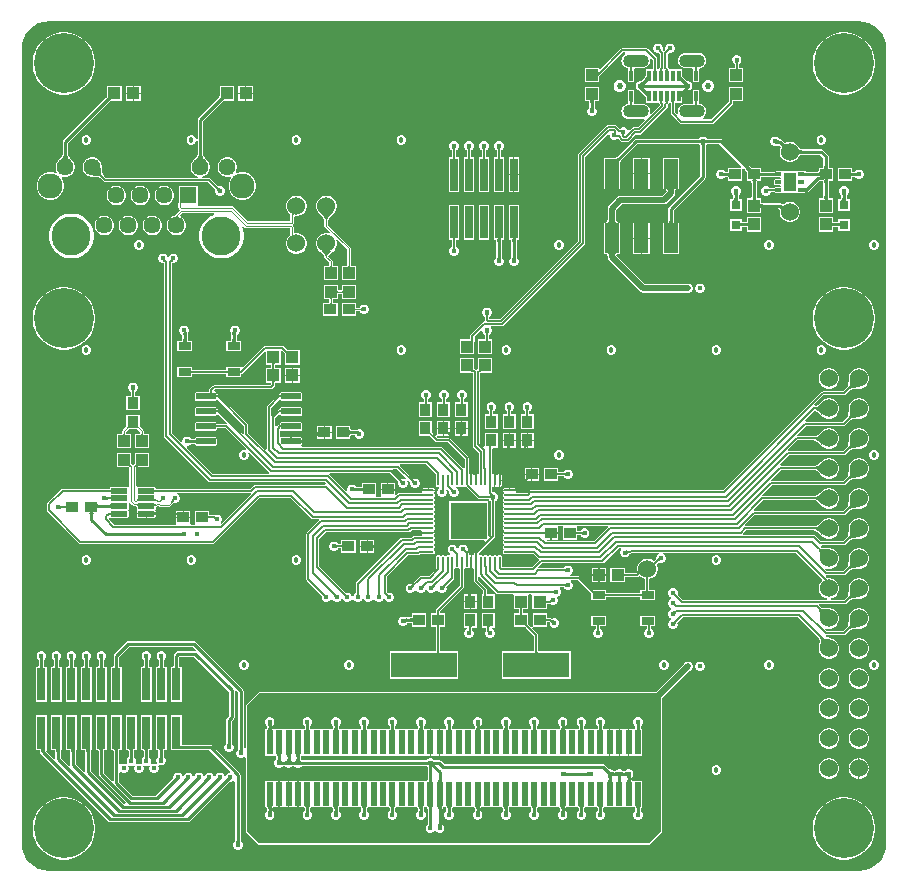
<source format=gtl>
G04*
G04 #@! TF.GenerationSoftware,Altium Limited,Altium Designer,24.0.1 (36)*
G04*
G04 Layer_Physical_Order=1*
G04 Layer_Color=255*
%FSLAX44Y44*%
%MOMM*%
G71*
G04*
G04 #@! TF.SameCoordinates,4C79C2C8-5DE3-4804-94A9-F395A3FC2A11*
G04*
G04*
G04 #@! TF.FilePolarity,Positive*
G04*
G01*
G75*
%ADD11C,0.2540*%
%ADD12C,0.1270*%
%ADD14R,0.5000X2.0000*%
%ADD15R,1.0500X1.0000*%
G04:AMPARAMS|DCode=16|XSize=0.45mm|YSize=0.3mm|CornerRadius=0.0075mm|HoleSize=0mm|Usage=FLASHONLY|Rotation=0.000|XOffset=0mm|YOffset=0mm|HoleType=Round|Shape=RoundedRectangle|*
%AMROUNDEDRECTD16*
21,1,0.4500,0.2850,0,0,0.0*
21,1,0.4350,0.3000,0,0,0.0*
1,1,0.0150,0.2175,-0.1425*
1,1,0.0150,-0.2175,-0.1425*
1,1,0.0150,-0.2175,0.1425*
1,1,0.0150,0.2175,0.1425*
%
%ADD16ROUNDEDRECTD16*%
%ADD17R,1.2000X2.5000*%
%ADD18R,1.0000X0.9500*%
%ADD19R,1.0000X1.0500*%
%ADD20R,0.8000X0.8000*%
%ADD21R,0.3000X0.8700*%
%ADD22R,0.9500X1.0000*%
%ADD23R,1.0500X0.6500*%
%ADD24R,0.6500X2.7600*%
G04:AMPARAMS|DCode=26|XSize=1.61mm|YSize=0.58mm|CornerRadius=0.0725mm|HoleSize=0mm|Usage=FLASHONLY|Rotation=0.000|XOffset=0mm|YOffset=0mm|HoleType=Round|Shape=RoundedRectangle|*
%AMROUNDEDRECTD26*
21,1,1.6100,0.4350,0,0,0.0*
21,1,1.4650,0.5800,0,0,0.0*
1,1,0.1450,0.7325,-0.2175*
1,1,0.1450,-0.7325,-0.2175*
1,1,0.1450,-0.7325,0.2175*
1,1,0.1450,0.7325,0.2175*
%
%ADD26ROUNDEDRECTD26*%
G04:AMPARAMS|DCode=27|XSize=1.37mm|YSize=0.48mm|CornerRadius=0.024mm|HoleSize=0mm|Usage=FLASHONLY|Rotation=0.000|XOffset=0mm|YOffset=0mm|HoleType=Round|Shape=RoundedRectangle|*
%AMROUNDEDRECTD27*
21,1,1.3700,0.4320,0,0,0.0*
21,1,1.3220,0.4800,0,0,0.0*
1,1,0.0480,0.6610,-0.2160*
1,1,0.0480,-0.6610,-0.2160*
1,1,0.0480,-0.6610,0.2160*
1,1,0.0480,0.6610,0.2160*
%
%ADD27ROUNDEDRECTD27*%
G04:AMPARAMS|DCode=28|XSize=0.84mm|YSize=0.2mm|CornerRadius=0.025mm|HoleSize=0mm|Usage=FLASHONLY|Rotation=0.000|XOffset=0mm|YOffset=0mm|HoleType=Round|Shape=RoundedRectangle|*
%AMROUNDEDRECTD28*
21,1,0.8400,0.1500,0,0,0.0*
21,1,0.7900,0.2000,0,0,0.0*
1,1,0.0500,0.3950,-0.0750*
1,1,0.0500,-0.3950,-0.0750*
1,1,0.0500,-0.3950,0.0750*
1,1,0.0500,0.3950,0.0750*
%
%ADD28ROUNDEDRECTD28*%
%ADD29R,0.7400X2.7900*%
%ADD30C,1.5240*%
G04:AMPARAMS|DCode=31|XSize=0.2mm|YSize=0.84mm|CornerRadius=0.025mm|HoleSize=0mm|Usage=FLASHONLY|Rotation=0.000|XOffset=0mm|YOffset=0mm|HoleType=Round|Shape=RoundedRectangle|*
%AMROUNDEDRECTD31*
21,1,0.2000,0.7900,0,0,0.0*
21,1,0.1500,0.8400,0,0,0.0*
1,1,0.0500,0.0750,-0.3950*
1,1,0.0500,-0.0750,-0.3950*
1,1,0.0500,-0.0750,0.3950*
1,1,0.0500,0.0750,0.3950*
%
%ADD31ROUNDEDRECTD31*%
%ADD62R,1.0000X1.6000*%
%ADD63R,5.5880X2.1082*%
%ADD64R,3.1000X3.1000*%
%ADD65C,0.1524*%
%ADD66C,0.1016*%
%ADD67C,0.5080*%
%ADD68C,1.4480*%
%ADD69R,1.4480X1.4480*%
%ADD70C,3.3000*%
%ADD71C,2.1280*%
%ADD72C,1.4400*%
%ADD73C,0.4524*%
%ADD74O,2.2000X1.1000*%
%ADD75C,0.5200*%
%ADD76C,5.0800*%
%ADD77C,0.4572*%
G36*
X677606Y683054D02*
X681939Y681740D01*
X685933Y679605D01*
X689433Y676733D01*
X692306Y673233D01*
X694440Y669239D01*
X695754Y664906D01*
X696189Y660498D01*
X696169Y660400D01*
Y-12700D01*
X696189Y-12797D01*
X695754Y-17206D01*
X694440Y-21539D01*
X692306Y-25533D01*
X689433Y-29033D01*
X685933Y-31906D01*
X681939Y-34040D01*
X677606Y-35354D01*
X673197Y-35789D01*
X673100Y-35769D01*
X-12700D01*
X-12797Y-35789D01*
X-17206Y-35354D01*
X-21539Y-34040D01*
X-25533Y-31906D01*
X-29033Y-29033D01*
X-31906Y-25533D01*
X-34040Y-21539D01*
X-35354Y-17206D01*
X-35789Y-12797D01*
X-35769Y-12700D01*
Y660400D01*
X-35789Y660498D01*
X-35354Y664906D01*
X-34040Y669239D01*
X-31906Y673233D01*
X-29033Y676733D01*
X-25533Y679605D01*
X-21539Y681740D01*
X-17206Y683054D01*
X-12797Y683489D01*
X-12700Y683469D01*
X673100D01*
X673197Y683489D01*
X677606Y683054D01*
D02*
G37*
%LPC*%
G36*
X513876Y664400D02*
X512284D01*
X510814Y663791D01*
X509689Y662666D01*
X509080Y661196D01*
Y659604D01*
X509255Y659183D01*
X509228Y659112D01*
X508000Y657884D01*
X506772Y659112D01*
X506745Y659183D01*
X506920Y659604D01*
Y661196D01*
X506311Y662666D01*
X505186Y663791D01*
X503716Y664400D01*
X502124D01*
X500654Y663791D01*
X499529Y662666D01*
X498920Y661196D01*
Y659604D01*
X499529Y658134D01*
X500654Y657009D01*
X502124Y656400D01*
X503716D01*
X503913Y656482D01*
X504917Y655695D01*
Y644801D01*
X504416Y644300D01*
X504023Y643711D01*
X503934Y643265D01*
X503837Y643044D01*
X503831Y642804D01*
X503820Y642666D01*
X502392D01*
X502383Y642724D01*
X502368Y642913D01*
X502361Y643170D01*
X502313Y643280D01*
Y651598D01*
X502175Y652292D01*
X501782Y652880D01*
X494428Y660234D01*
X493840Y660627D01*
X493146Y660765D01*
X472902D01*
X472208Y660627D01*
X471620Y660234D01*
X454229Y642843D01*
X453056Y643329D01*
Y644186D01*
X441024D01*
Y631654D01*
X453056D01*
Y635802D01*
X453077Y635846D01*
X453085Y635999D01*
X453101Y636101D01*
X453130Y636211D01*
X453174Y636332D01*
X453235Y636464D01*
X453316Y636608D01*
X453419Y636763D01*
X453544Y636927D01*
X453693Y637101D01*
X453883Y637301D01*
X453927Y637413D01*
X473653Y657139D01*
X475028D01*
X475280Y655869D01*
X475214Y655842D01*
X473853Y654797D01*
X472808Y653436D01*
X472152Y651851D01*
X471928Y650150D01*
X472152Y648449D01*
X472808Y646864D01*
X473853Y645503D01*
X475214Y644458D01*
X476799Y643802D01*
X477452Y643716D01*
X477984Y642666D01*
X477984Y642666D01*
Y631934D01*
X483016D01*
Y642666D01*
X483881Y643578D01*
X489500D01*
X491201Y643802D01*
X492786Y644458D01*
X494147Y645503D01*
X495192Y646864D01*
X495848Y648449D01*
X496072Y650150D01*
X495848Y651851D01*
X495821Y651917D01*
X496898Y652637D01*
X498687Y650847D01*
Y643280D01*
X498639Y643170D01*
X498632Y642913D01*
X498617Y642724D01*
X498608Y642666D01*
X492984D01*
Y638728D01*
X492963Y638684D01*
X492946Y638384D01*
X492907Y638134D01*
X492840Y637878D01*
X492745Y637612D01*
X492618Y637335D01*
X492458Y637048D01*
X492263Y636751D01*
X492031Y636445D01*
X491763Y636130D01*
X491438Y635788D01*
X491403Y635700D01*
X488709Y633005D01*
X488696Y633000D01*
X487204D01*
X485734Y632391D01*
X484609Y631266D01*
X484000Y629796D01*
Y628204D01*
X484609Y626734D01*
X485734Y625609D01*
X487203Y625000D01*
X487582Y624622D01*
X487890Y624263D01*
X487993Y624211D01*
X491403Y620800D01*
X491438Y620712D01*
X491763Y620370D01*
X492032Y620055D01*
X492263Y619748D01*
X492459Y619451D01*
X492619Y619164D01*
X492745Y618888D01*
X492841Y618622D01*
X492907Y618365D01*
X492946Y618116D01*
X492963Y617816D01*
X492984Y617772D01*
Y614634D01*
X503820D01*
X503831Y614491D01*
X503837Y614256D01*
X503934Y614035D01*
X504023Y613588D01*
X504416Y613000D01*
X504825Y612591D01*
X496898Y604663D01*
X495821Y605383D01*
X495848Y605449D01*
X496072Y607150D01*
X495848Y608851D01*
X495192Y610436D01*
X494147Y611797D01*
X492786Y612842D01*
X491201Y613498D01*
X489500Y613722D01*
X483881D01*
X483016Y614634D01*
Y625366D01*
X477984D01*
Y614634D01*
X477452Y613584D01*
X476799Y613498D01*
X475214Y612842D01*
X473853Y611797D01*
X472808Y610436D01*
X472152Y608851D01*
X471928Y607150D01*
X472152Y605449D01*
X472808Y603864D01*
X473853Y602503D01*
X475214Y601458D01*
X476799Y600802D01*
X478500Y600578D01*
X489500D01*
X491201Y600802D01*
X491267Y600829D01*
X491987Y599753D01*
X485917Y593683D01*
X482593D01*
X481899Y593545D01*
X481311Y593152D01*
X478883Y590724D01*
X477571Y591208D01*
X477101Y592344D01*
X475976Y593469D01*
X474506Y594078D01*
X472914D01*
X471444Y593469D01*
X470610Y592635D01*
X468148Y595098D01*
X467560Y595491D01*
X466866Y595629D01*
X460684D01*
X459990Y595491D01*
X459402Y595098D01*
X435598Y571294D01*
X435205Y570706D01*
X435067Y570012D01*
Y497103D01*
X369509Y431545D01*
X359953D01*
Y433246D01*
X359984Y433314D01*
X360406Y433489D01*
X361531Y434614D01*
X362140Y436084D01*
Y437676D01*
X361531Y439146D01*
X360406Y440271D01*
X358936Y440880D01*
X357344D01*
X355874Y440271D01*
X354749Y439146D01*
X354140Y437676D01*
Y436084D01*
X354749Y434614D01*
X355874Y433489D01*
X356296Y433314D01*
X356327Y433246D01*
Y430625D01*
X356397Y430275D01*
X356037Y429453D01*
X355590Y428955D01*
X355146Y428867D01*
X354558Y428474D01*
X344586Y418502D01*
X344193Y417914D01*
X344055Y417220D01*
Y414931D01*
X344007Y414822D01*
X344000Y414567D01*
X343984Y414384D01*
X343973Y414316D01*
X335614D01*
Y401784D01*
X347646D01*
Y412113D01*
X347681Y412288D01*
Y413206D01*
X347699Y413247D01*
X347729Y414771D01*
X347725Y414782D01*
X347730Y414794D01*
X347681Y414911D01*
Y416469D01*
X352870Y421658D01*
X354140Y421132D01*
Y420844D01*
X354749Y419374D01*
X355874Y418249D01*
X356296Y418074D01*
X356327Y418006D01*
Y414931D01*
X356279Y414822D01*
X356272Y414567D01*
X356256Y414384D01*
X356245Y414316D01*
X350854D01*
Y401784D01*
X362886D01*
Y414316D01*
X360036D01*
X360024Y414384D01*
X360008Y414567D01*
X360001Y414822D01*
X359953Y414931D01*
Y418006D01*
X359984Y418074D01*
X360406Y418249D01*
X361531Y419374D01*
X362140Y420844D01*
Y422436D01*
X361531Y423906D01*
X361328Y424109D01*
X361854Y425379D01*
X371312D01*
X372006Y425517D01*
X372594Y425910D01*
X440702Y494018D01*
X441095Y494606D01*
X441233Y495300D01*
Y568209D01*
X460917Y587893D01*
X461331Y587767D01*
X462090Y587270D01*
Y585944D01*
X462699Y584474D01*
X463824Y583349D01*
X465294Y582740D01*
X466886D01*
X468356Y583349D01*
X469190Y584183D01*
X471652Y581720D01*
X472240Y581327D01*
X472934Y581189D01*
X477317D01*
X478011Y581327D01*
X478599Y581720D01*
X484396Y587517D01*
X487720D01*
X488414Y587655D01*
X489002Y588048D01*
X510552Y609598D01*
X510945Y610186D01*
X511083Y610880D01*
Y612499D01*
X511584Y613000D01*
X511977Y613589D01*
X512066Y614035D01*
X512163Y614256D01*
X512169Y614491D01*
X512180Y614634D01*
X513608D01*
X513617Y614576D01*
X513632Y614388D01*
X513639Y614130D01*
X513687Y614020D01*
Y605882D01*
X513825Y605188D01*
X514218Y604600D01*
X521625Y597193D01*
X522213Y596800D01*
X522907Y596662D01*
X548945D01*
X549639Y596800D01*
X550227Y597193D01*
X566004Y612970D01*
X566397Y613558D01*
X566535Y614252D01*
Y615039D01*
X566583Y615148D01*
X566590Y615408D01*
X566606Y615596D01*
X566616Y615654D01*
X574976D01*
Y628186D01*
X562944D01*
Y617857D01*
X562909Y617682D01*
Y616764D01*
X562891Y616722D01*
X562860Y615199D01*
X562865Y615187D01*
X562860Y615177D01*
X562909Y615058D01*
Y615003D01*
X548194Y600288D01*
X541275D01*
X540928Y601119D01*
X540916Y601558D01*
X542147Y602503D01*
X543192Y603864D01*
X543848Y605449D01*
X544072Y607150D01*
X543848Y608851D01*
X543192Y610436D01*
X542147Y611797D01*
X540786Y612842D01*
X539201Y613498D01*
X538548Y613584D01*
X538016Y614634D01*
X538016Y614634D01*
Y625366D01*
X532984D01*
Y614634D01*
X532119Y613722D01*
X526500D01*
X524799Y613498D01*
X523214Y612842D01*
X521853Y611797D01*
X520808Y610436D01*
X520152Y608851D01*
X519928Y607150D01*
X520130Y605611D01*
X519811Y605309D01*
X518978Y604967D01*
X517313Y606633D01*
Y614020D01*
X517361Y614130D01*
X517368Y614388D01*
X517383Y614576D01*
X517392Y614634D01*
X523016D01*
Y617772D01*
X523037Y617816D01*
X523054Y618116D01*
X523093Y618365D01*
X523159Y618622D01*
X523255Y618888D01*
X523381Y619165D01*
X523542Y619451D01*
X523737Y619748D01*
X523968Y620055D01*
X524237Y620370D01*
X524562Y620712D01*
X524597Y620800D01*
X528007Y624211D01*
X528110Y624263D01*
X528418Y624622D01*
X528797Y625000D01*
X530266Y625609D01*
X531391Y626734D01*
X532000Y628204D01*
Y629796D01*
X531391Y631266D01*
X530266Y632391D01*
X528796Y633000D01*
X527304D01*
X527291Y633005D01*
X524597Y635700D01*
X524562Y635788D01*
X524237Y636130D01*
X523969Y636445D01*
X523737Y636751D01*
X523542Y637048D01*
X523382Y637335D01*
X523255Y637611D01*
X523160Y637878D01*
X523093Y638134D01*
X523054Y638384D01*
X523037Y638684D01*
X523016Y638728D01*
Y642666D01*
X512180D01*
X512169Y642804D01*
X512163Y643044D01*
X512066Y643265D01*
X511977Y643711D01*
X511584Y644300D01*
X511083Y644801D01*
Y655695D01*
X512087Y656482D01*
X512284Y656400D01*
X513876D01*
X515346Y657009D01*
X516471Y658134D01*
X517080Y659604D01*
Y661196D01*
X516471Y662666D01*
X515346Y663791D01*
X513876Y664400D01*
D02*
G37*
G36*
X537500Y656722D02*
X526500D01*
X524799Y656498D01*
X523214Y655842D01*
X521853Y654797D01*
X520808Y653436D01*
X520152Y651851D01*
X519928Y650150D01*
X520152Y648449D01*
X520808Y646864D01*
X521853Y645503D01*
X523214Y644458D01*
X524799Y643802D01*
X526500Y643578D01*
X532119D01*
X532984Y642666D01*
Y631934D01*
X538016D01*
Y642666D01*
X538548Y643716D01*
X539201Y643802D01*
X540786Y644458D01*
X542147Y645503D01*
X543192Y646864D01*
X543848Y648449D01*
X544072Y650150D01*
X543848Y651851D01*
X543192Y653436D01*
X542147Y654797D01*
X540786Y655842D01*
X539201Y656498D01*
X537500Y656722D01*
D02*
G37*
G36*
X570335Y655036D02*
X568744D01*
X567274Y654427D01*
X566148Y653301D01*
X565540Y651831D01*
Y650240D01*
X566148Y648770D01*
X567274Y647645D01*
X567824Y647417D01*
X567856Y647348D01*
Y644553D01*
X567805Y644438D01*
X567800Y644231D01*
X567796Y644186D01*
X562944D01*
Y631654D01*
X574976D01*
Y644186D01*
X571283D01*
X571279Y644231D01*
X571274Y644438D01*
X571223Y644553D01*
Y647348D01*
X571255Y647417D01*
X571805Y647645D01*
X572930Y648770D01*
X573539Y650240D01*
Y651831D01*
X572930Y653301D01*
X571805Y654427D01*
X570335Y655036D01*
D02*
G37*
G36*
X546515Y633750D02*
X544486D01*
X542611Y632974D01*
X541176Y631539D01*
X540400Y629664D01*
Y627635D01*
X541176Y625761D01*
X542611Y624326D01*
X544486Y623550D01*
X546515D01*
X548389Y624326D01*
X549824Y625761D01*
X550600Y627635D01*
Y629664D01*
X549824Y631539D01*
X548389Y632974D01*
X546515Y633750D01*
D02*
G37*
G36*
X471514D02*
X469486D01*
X467611Y632974D01*
X466176Y631539D01*
X465400Y629664D01*
Y627635D01*
X466176Y625761D01*
X467611Y624326D01*
X469486Y623550D01*
X471514D01*
X473389Y624326D01*
X474824Y625761D01*
X475600Y627635D01*
Y629664D01*
X474824Y631539D01*
X473389Y632974D01*
X471514Y633750D01*
D02*
G37*
G36*
X160316Y628316D02*
X154558D01*
Y622808D01*
X160316D01*
Y628316D01*
D02*
G37*
G36*
X65066D02*
X59308D01*
Y622808D01*
X65066D01*
Y628316D01*
D02*
G37*
G36*
X153542D02*
X147784D01*
Y622808D01*
X153542D01*
Y628316D01*
D02*
G37*
G36*
X58292D02*
X52534D01*
Y622808D01*
X58292D01*
Y628316D01*
D02*
G37*
G36*
X662479Y674116D02*
X658321D01*
X654214Y673466D01*
X650260Y672181D01*
X646555Y670293D01*
X643191Y667849D01*
X640251Y664909D01*
X637807Y661545D01*
X635919Y657840D01*
X634634Y653886D01*
X633984Y649779D01*
Y645621D01*
X634634Y641514D01*
X635919Y637560D01*
X637807Y633855D01*
X640251Y630491D01*
X643191Y627551D01*
X646555Y625107D01*
X650260Y623219D01*
X654214Y621934D01*
X658321Y621284D01*
X662479D01*
X666586Y621934D01*
X670540Y623219D01*
X674245Y625107D01*
X677609Y627551D01*
X680549Y630491D01*
X682993Y633855D01*
X684881Y637560D01*
X686166Y641514D01*
X686816Y645621D01*
Y649779D01*
X686166Y653886D01*
X684881Y657840D01*
X682993Y661545D01*
X680549Y664909D01*
X677609Y667849D01*
X674245Y670293D01*
X670540Y672181D01*
X666586Y673466D01*
X662479Y674116D01*
D02*
G37*
G36*
X2079D02*
X-2079D01*
X-6186Y673466D01*
X-10140Y672181D01*
X-13845Y670293D01*
X-17209Y667849D01*
X-20149Y664909D01*
X-22593Y661545D01*
X-24481Y657840D01*
X-25766Y653886D01*
X-26416Y649779D01*
Y645621D01*
X-25766Y641514D01*
X-24481Y637560D01*
X-22593Y633855D01*
X-20149Y630491D01*
X-17209Y627551D01*
X-13845Y625107D01*
X-10140Y623219D01*
X-6186Y621934D01*
X-2079Y621284D01*
X2079D01*
X6186Y621934D01*
X10140Y623219D01*
X13845Y625107D01*
X17209Y627551D01*
X20149Y630491D01*
X22593Y633855D01*
X24481Y637560D01*
X25766Y641514D01*
X26416Y645621D01*
Y649779D01*
X25766Y653886D01*
X24481Y657840D01*
X22593Y661545D01*
X20149Y664909D01*
X17209Y667849D01*
X13845Y670293D01*
X10140Y672181D01*
X6186Y673466D01*
X2079Y674116D01*
D02*
G37*
G36*
X160316Y621792D02*
X154558D01*
Y616284D01*
X160316D01*
Y621792D01*
D02*
G37*
G36*
X153542D02*
X147784D01*
Y616284D01*
X153542D01*
Y621792D01*
D02*
G37*
G36*
X65066D02*
X59308D01*
Y616284D01*
X65066D01*
Y621792D01*
D02*
G37*
G36*
X58292D02*
X52534D01*
Y616284D01*
X58292D01*
Y621792D01*
D02*
G37*
G36*
X144316Y628316D02*
X131784D01*
Y621159D01*
X131744Y621094D01*
X131765Y621006D01*
X131731Y620923D01*
X131784Y620794D01*
Y619961D01*
X131684Y619786D01*
X131455Y619456D01*
X130721Y618589D01*
X130243Y618094D01*
X130208Y618004D01*
X113902Y601698D01*
X113397Y600942D01*
X113219Y600050D01*
Y583790D01*
X111974Y583731D01*
X111361Y585209D01*
X110229Y586341D01*
X108750Y586954D01*
X107150D01*
X105671Y586341D01*
X104539Y585209D01*
X103926Y583730D01*
Y582130D01*
X104539Y580651D01*
X105671Y579519D01*
X107150Y578906D01*
X108750D01*
X110229Y579519D01*
X111361Y580651D01*
X111974Y582130D01*
X113219Y582070D01*
Y571478D01*
X113183Y571406D01*
X113151Y570953D01*
X113065Y570539D01*
X112914Y570081D01*
X112691Y569581D01*
X112394Y569042D01*
X112019Y568466D01*
X111575Y567867D01*
X110419Y566537D01*
X109726Y565833D01*
X109646Y565635D01*
X108976Y564965D01*
X107894Y563091D01*
X107334Y561002D01*
Y558838D01*
X107894Y556749D01*
X108976Y554875D01*
X110505Y553346D01*
X112379Y552264D01*
X113956Y551841D01*
X113789Y550571D01*
X35879D01*
X33605Y552845D01*
X33578Y552937D01*
X33364Y553200D01*
X33203Y553486D01*
X33037Y553894D01*
X32882Y554421D01*
X32745Y555060D01*
X32635Y555788D01*
X32452Y558697D01*
X32449Y559850D01*
X32366Y560050D01*
Y561002D01*
X31806Y563091D01*
X30724Y564965D01*
X29195Y566494D01*
X27321Y567576D01*
X25232Y568136D01*
X23068D01*
X20979Y567576D01*
X19105Y566494D01*
X17576Y564965D01*
X16494Y563091D01*
X15934Y561002D01*
Y558838D01*
X16494Y556749D01*
X17576Y554875D01*
X19105Y553346D01*
X20979Y552264D01*
X23068Y551704D01*
X24012D01*
X24205Y551621D01*
X26447Y551586D01*
X28272Y551437D01*
X29009Y551325D01*
X29649Y551188D01*
X30176Y551033D01*
X30584Y550867D01*
X30870Y550706D01*
X31133Y550492D01*
X31225Y550465D01*
X33992Y547697D01*
X34538Y547333D01*
X35182Y547205D01*
X122245D01*
X128282Y541167D01*
X128308Y541096D01*
X128080Y540546D01*
Y538954D01*
X128689Y537484D01*
X129814Y536359D01*
X131284Y535750D01*
X132876D01*
X134346Y536359D01*
X135471Y537484D01*
X136080Y538954D01*
Y540546D01*
X135471Y542016D01*
X134346Y543141D01*
X132876Y543750D01*
X131284D01*
X130734Y543522D01*
X130663Y543548D01*
X124132Y550078D01*
X123586Y550443D01*
X122942Y550571D01*
X117311D01*
X117144Y551841D01*
X118721Y552264D01*
X120595Y553346D01*
X122124Y554875D01*
X123206Y556749D01*
X123766Y558838D01*
Y561002D01*
X123206Y563091D01*
X122124Y564965D01*
X121461Y565628D01*
X121389Y565818D01*
X120056Y567225D01*
X119533Y567857D01*
X119081Y568466D01*
X118706Y569042D01*
X118409Y569581D01*
X118186Y570081D01*
X118035Y570539D01*
X117949Y570953D01*
X117917Y571406D01*
X117881Y571478D01*
Y599085D01*
X133493Y614697D01*
X133579Y614729D01*
X134555Y615635D01*
X134944Y615946D01*
X135286Y616184D01*
X135461Y616284D01*
X136294D01*
X136423Y616231D01*
X136506Y616265D01*
X136594Y616244D01*
X136659Y616284D01*
X144316D01*
Y628316D01*
D02*
G37*
G36*
X49066D02*
X36534D01*
Y621159D01*
X36494Y621094D01*
X36515Y621006D01*
X36481Y620923D01*
X36534Y620794D01*
Y619961D01*
X36434Y619786D01*
X36205Y619456D01*
X35471Y618589D01*
X34993Y618094D01*
X34958Y618004D01*
X-398Y582648D01*
X-903Y581892D01*
X-1081Y581000D01*
Y571478D01*
X-1117Y571406D01*
X-1149Y570953D01*
X-1235Y570539D01*
X-1386Y570081D01*
X-1609Y569581D01*
X-1906Y569042D01*
X-2281Y568466D01*
X-2725Y567867D01*
X-3881Y566537D01*
X-4574Y565833D01*
X-4654Y565635D01*
X-5324Y564965D01*
X-6406Y563091D01*
X-6966Y561002D01*
Y558838D01*
X-6406Y556749D01*
X-5813Y555721D01*
X-6742Y554791D01*
X-6951Y554912D01*
X-9915Y555706D01*
X-12984D01*
X-15949Y554912D01*
X-18607Y553377D01*
X-20777Y551207D01*
X-22312Y548549D01*
X-23106Y545584D01*
Y542515D01*
X-22312Y539551D01*
X-20777Y536893D01*
X-18607Y534723D01*
X-15949Y533188D01*
X-12984Y532394D01*
X-9915D01*
X-6951Y533188D01*
X-4293Y534723D01*
X-2123Y536893D01*
X-588Y539551D01*
X206Y542515D01*
Y545584D01*
X-588Y548549D01*
X-1984Y550966D01*
X-1603Y551702D01*
X-1212Y552074D01*
X168Y551704D01*
X2332D01*
X4421Y552264D01*
X6295Y553346D01*
X7824Y554875D01*
X8906Y556749D01*
X9466Y558838D01*
Y561002D01*
X8906Y563091D01*
X7824Y564965D01*
X7161Y565628D01*
X7089Y565818D01*
X5756Y567225D01*
X5233Y567857D01*
X4781Y568466D01*
X4406Y569042D01*
X4109Y569581D01*
X3886Y570081D01*
X3735Y570539D01*
X3649Y570953D01*
X3617Y571406D01*
X3581Y571478D01*
Y580035D01*
X38243Y614697D01*
X38329Y614729D01*
X39305Y615635D01*
X39694Y615946D01*
X40036Y616184D01*
X40211Y616284D01*
X41044D01*
X41173Y616231D01*
X41256Y616265D01*
X41344Y616244D01*
X41409Y616284D01*
X49066D01*
Y628316D01*
D02*
G37*
G36*
X453056Y628186D02*
X441024D01*
Y615654D01*
X444298D01*
X444385Y615607D01*
X444448Y615600D01*
X444468Y615567D01*
X444523Y615434D01*
X444580Y615222D01*
X444627Y614936D01*
X444659Y614580D01*
X444671Y614132D01*
X444709Y614045D01*
Y610393D01*
X444704Y610381D01*
X443649Y609326D01*
X443040Y607856D01*
Y606264D01*
X443649Y604794D01*
X444774Y603669D01*
X446244Y603060D01*
X447836D01*
X449306Y603669D01*
X450431Y604794D01*
X451040Y606264D01*
Y607856D01*
X450431Y609326D01*
X449376Y610381D01*
X449371Y610393D01*
Y614045D01*
X449409Y614132D01*
X449421Y614580D01*
X449453Y614936D01*
X449500Y615222D01*
X449557Y615434D01*
X449612Y615567D01*
X449632Y615600D01*
X449695Y615607D01*
X449782Y615654D01*
X453056D01*
Y628186D01*
D02*
G37*
G36*
X642150Y586954D02*
X640550D01*
X639071Y586341D01*
X637939Y585209D01*
X637326Y583730D01*
Y582130D01*
X637939Y580651D01*
X639071Y579519D01*
X640550Y578906D01*
X642150D01*
X643629Y579519D01*
X644761Y580651D01*
X645374Y582130D01*
Y583730D01*
X644761Y585209D01*
X643629Y586341D01*
X642150Y586954D01*
D02*
G37*
G36*
X286550D02*
X284950D01*
X283471Y586341D01*
X282339Y585209D01*
X281726Y583730D01*
Y582130D01*
X282339Y580651D01*
X283471Y579519D01*
X284950Y578906D01*
X286550D01*
X288029Y579519D01*
X289161Y580651D01*
X289774Y582130D01*
Y583730D01*
X289161Y585209D01*
X288029Y586341D01*
X286550Y586954D01*
D02*
G37*
G36*
X197650D02*
X196050D01*
X194571Y586341D01*
X193439Y585209D01*
X192826Y583730D01*
Y582130D01*
X193439Y580651D01*
X194571Y579519D01*
X196050Y578906D01*
X197650D01*
X199129Y579519D01*
X200261Y580651D01*
X200874Y582130D01*
Y583730D01*
X200261Y585209D01*
X199129Y586341D01*
X197650Y586954D01*
D02*
G37*
G36*
X19850D02*
X18250D01*
X16771Y586341D01*
X15639Y585209D01*
X15026Y583730D01*
Y582130D01*
X15639Y580651D01*
X16771Y579519D01*
X18250Y578906D01*
X19850D01*
X21329Y579519D01*
X22461Y580651D01*
X23074Y582130D01*
Y583730D01*
X22461Y585209D01*
X21329Y586341D01*
X19850Y586954D01*
D02*
G37*
G36*
X602776Y585660D02*
X601184D01*
X599714Y585051D01*
X598589Y583926D01*
X597980Y582456D01*
Y580864D01*
X598589Y579394D01*
X599714Y578269D01*
X601184Y577660D01*
X602776D01*
X604246Y578269D01*
X604678Y578701D01*
X605875Y578225D01*
X606171Y577912D01*
X606396Y577642D01*
X606572Y577397D01*
X606699Y577181D01*
X606783Y576999D01*
X606828Y576853D01*
X606846Y576744D01*
X606845Y576663D01*
X606833Y576597D01*
X606774Y576441D01*
X606777Y576354D01*
X606632Y576103D01*
X606044Y573907D01*
Y571633D01*
X606632Y569437D01*
X607770Y567467D01*
X609377Y565859D01*
X611347Y564723D01*
X613543Y564134D01*
X615817D01*
X618013Y564723D01*
X619983Y565859D01*
X621590Y567467D01*
X622728Y569437D01*
X622803Y569716D01*
X622866Y569776D01*
X622935Y569927D01*
X622973Y569983D01*
X623030Y570040D01*
X623119Y570105D01*
X623255Y570176D01*
X623442Y570246D01*
X623685Y570308D01*
X623983Y570358D01*
X624333Y570389D01*
X624763Y570401D01*
X624850Y570439D01*
X640385D01*
X642829Y567995D01*
Y561095D01*
X642791Y561008D01*
X642779Y560553D01*
X642747Y560192D01*
X642699Y559900D01*
X642642Y559683D01*
X642586Y559545D01*
X642564Y559509D01*
X642504Y559503D01*
X642473Y559486D01*
X639144D01*
Y556557D01*
X639127Y556526D01*
X639121Y556466D01*
X639085Y556444D01*
X638947Y556388D01*
X638730Y556331D01*
X638438Y556283D01*
X638077Y556251D01*
X637622Y556239D01*
X637535Y556201D01*
X629303D01*
X629214Y556240D01*
X627647Y556269D01*
X627199Y556302D01*
X627088Y556317D01*
X627070Y556321D01*
X627057Y556326D01*
X627049Y556325D01*
X626992Y556337D01*
X626956Y556331D01*
X626605Y556476D01*
X622255D01*
X621966Y556356D01*
X620696Y556386D01*
X620151Y556386D01*
X609209D01*
X608664Y556386D01*
X607394Y556356D01*
X607105Y556476D01*
X602755D01*
X602611Y556416D01*
X602592Y556421D01*
X602505Y556372D01*
X602118Y556212D01*
X602078Y556203D01*
X600583Y556093D01*
X600159Y556090D01*
X600067Y556051D01*
X591825D01*
X591738Y556089D01*
X591283Y556101D01*
X590922Y556133D01*
X590630Y556181D01*
X590413Y556238D01*
X590275Y556294D01*
X590239Y556316D01*
X590233Y556376D01*
X590216Y556407D01*
Y559486D01*
X583059D01*
X582994Y559526D01*
X582906Y559505D01*
X582823Y559539D01*
X582694Y559486D01*
X581861D01*
X581686Y559586D01*
X581356Y559815D01*
X580489Y560549D01*
X579994Y561027D01*
X579904Y561062D01*
X557658Y583308D01*
X556902Y583813D01*
X556010Y583991D01*
X544353D01*
X544341Y583996D01*
X543286Y585051D01*
X541816Y585660D01*
X540224D01*
X538754Y585051D01*
X537699Y583996D01*
X537687Y583991D01*
X484560D01*
X483668Y583813D01*
X482912Y583308D01*
X469257Y569653D01*
X469170Y569621D01*
X468189Y568708D01*
X467797Y568393D01*
X467452Y568151D01*
X467306Y568066D01*
X466382D01*
X466327Y568089D01*
X466273Y568066D01*
X466189D01*
X466152Y568075D01*
X466138Y568066D01*
X456934D01*
Y541034D01*
X470966D01*
Y563238D01*
X470975Y563252D01*
X470966Y563289D01*
Y563372D01*
X470989Y563427D01*
X470966Y563482D01*
Y564406D01*
X471050Y564552D01*
X471284Y564885D01*
X472025Y565757D01*
X472506Y566255D01*
X472542Y566346D01*
X485525Y579329D01*
X537687D01*
X537699Y579324D01*
X538684Y578339D01*
X538689Y578327D01*
Y552145D01*
X512302Y525758D01*
X511797Y525002D01*
X511619Y524110D01*
Y514675D01*
X511581Y514588D01*
X511569Y514133D01*
X511537Y513772D01*
X511489Y513480D01*
X511432Y513263D01*
X511376Y513125D01*
X511354Y513089D01*
X511293Y513083D01*
X511263Y513066D01*
X506934D01*
Y486034D01*
X520966D01*
Y513066D01*
X516637D01*
X516606Y513083D01*
X516546Y513089D01*
X516524Y513125D01*
X516468Y513263D01*
X516411Y513480D01*
X516363Y513772D01*
X516331Y514133D01*
X516319Y514588D01*
X516281Y514675D01*
Y523145D01*
X542668Y549532D01*
X543173Y550288D01*
X543351Y551180D01*
Y578327D01*
X543356Y578339D01*
X544341Y579324D01*
X544353Y579329D01*
X555045D01*
X573618Y560756D01*
X573092Y559486D01*
X562184D01*
Y556462D01*
X562137Y556375D01*
X562130Y556312D01*
X562097Y556292D01*
X561964Y556237D01*
X561752Y556180D01*
X561466Y556133D01*
X561110Y556101D01*
X560662Y556089D01*
X560575Y556051D01*
X559593D01*
X559581Y556056D01*
X558526Y557111D01*
X557056Y557720D01*
X555464D01*
X553994Y557111D01*
X552869Y555986D01*
X552260Y554516D01*
Y552924D01*
X552869Y551454D01*
X553994Y550329D01*
X555464Y549720D01*
X557056D01*
X558526Y550329D01*
X559581Y551384D01*
X559593Y551389D01*
X560575D01*
X560662Y551351D01*
X561110Y551339D01*
X561466Y551307D01*
X561752Y551260D01*
X561964Y551203D01*
X562097Y551148D01*
X562130Y551128D01*
X562137Y551065D01*
X562184Y550978D01*
Y547954D01*
X574216D01*
Y558362D01*
X575486Y558888D01*
X576597Y557777D01*
X576629Y557691D01*
X577535Y556715D01*
X577846Y556326D01*
X578084Y555984D01*
X578184Y555809D01*
Y554976D01*
X578131Y554847D01*
X578165Y554764D01*
X578144Y554676D01*
X578184Y554611D01*
Y547954D01*
X581893D01*
X581923Y547937D01*
X581984Y547931D01*
X582006Y547895D01*
X582062Y547757D01*
X582119Y547540D01*
X582167Y547248D01*
X582199Y546887D01*
X582211Y546432D01*
X582249Y546345D01*
Y535305D01*
X582211Y535218D01*
X582199Y534763D01*
X582167Y534402D01*
X582119Y534110D01*
X582062Y533893D01*
X582006Y533755D01*
X581984Y533719D01*
X581923Y533713D01*
X581893Y533696D01*
X578184D01*
Y521164D01*
X590216D01*
Y524743D01*
X590233Y524773D01*
X590239Y524834D01*
X590275Y524856D01*
X590413Y524912D01*
X590630Y524969D01*
X590922Y525017D01*
X591283Y525049D01*
X591738Y525061D01*
X591825Y525099D01*
X604763D01*
X604763Y525099D01*
X605069Y524780D01*
X605318Y524494D01*
X605527Y524225D01*
X605697Y523977D01*
X605827Y523752D01*
X605921Y523552D01*
X605982Y523380D01*
X606014Y523236D01*
X606026Y523119D01*
X606017Y522941D01*
X606044Y522867D01*
Y520833D01*
X606632Y518637D01*
X607770Y516667D01*
X609377Y515060D01*
X611347Y513923D01*
X613543Y513334D01*
X615817D01*
X618013Y513923D01*
X619983Y515060D01*
X621590Y516667D01*
X622728Y518637D01*
X623316Y520833D01*
Y523107D01*
X622728Y525303D01*
X621590Y527273D01*
X619983Y528881D01*
X618013Y530018D01*
X615817Y530606D01*
X613543D01*
X611347Y530018D01*
X609377Y528881D01*
X608841Y528344D01*
X608692Y528302D01*
X608624Y528248D01*
X608585Y528257D01*
X608462Y528306D01*
X608285Y528406D01*
X608063Y528562D01*
X607804Y528777D01*
X607494Y529070D01*
X607376Y529115D01*
X607309Y529160D01*
X607222Y529259D01*
X607155Y529263D01*
X606675Y529583D01*
X605783Y529761D01*
X591825D01*
X591738Y529799D01*
X591283Y529811D01*
X590922Y529843D01*
X590630Y529891D01*
X590413Y529948D01*
X590275Y530004D01*
X590239Y530026D01*
X590233Y530087D01*
X590216Y530117D01*
Y533696D01*
X587267D01*
X587237Y533713D01*
X587176Y533719D01*
X587154Y533755D01*
X587098Y533893D01*
X587041Y534110D01*
X586993Y534402D01*
X586961Y534763D01*
X586949Y535218D01*
X586911Y535305D01*
Y546345D01*
X586949Y546432D01*
X586961Y546887D01*
X586993Y547248D01*
X587041Y547540D01*
X587098Y547757D01*
X587154Y547895D01*
X587176Y547931D01*
X587237Y547937D01*
X587267Y547954D01*
X590216D01*
Y551033D01*
X590233Y551063D01*
X590239Y551124D01*
X590275Y551146D01*
X590413Y551202D01*
X590630Y551259D01*
X590922Y551307D01*
X591283Y551339D01*
X591738Y551351D01*
X591825Y551389D01*
X600069D01*
X600161Y551350D01*
X602055Y551341D01*
X602552Y551327D01*
X602600Y551323D01*
X602608Y551325D01*
X602755Y551264D01*
X606189D01*
X607219Y550354D01*
X607105Y549976D01*
X602755D01*
X601920Y549630D01*
X601574Y548795D01*
Y545945D01*
X601920Y545110D01*
X602755Y544764D01*
X606189D01*
X607219Y543853D01*
X607105Y543476D01*
X602755D01*
X601920Y543130D01*
X601708Y542617D01*
X601623Y542610D01*
X601409Y542604D01*
X601294Y542553D01*
X597214D01*
X596626Y543141D01*
X595156Y543750D01*
X593564D01*
X592094Y543141D01*
X590969Y542016D01*
X590360Y540546D01*
Y538954D01*
X590969Y537484D01*
X592094Y536359D01*
X593564Y535750D01*
X595156D01*
X596626Y536359D01*
X597751Y537484D01*
X598360Y538954D01*
Y539187D01*
X601294D01*
X601409Y539136D01*
X601623Y539130D01*
X601708Y539123D01*
X601920Y538610D01*
X602755Y538264D01*
X607105D01*
X607394Y538384D01*
X608664Y538354D01*
X609209Y538354D01*
X620151D01*
X620696Y538354D01*
X621966Y538384D01*
X622255Y538264D01*
X626605D01*
X626966Y538414D01*
X628201Y538499D01*
X628506Y538500D01*
X628687Y538576D01*
X629392Y538717D01*
X630148Y539222D01*
X638169Y547243D01*
X639144Y547954D01*
X640181Y547901D01*
X640313Y547954D01*
X642473D01*
X642504Y547937D01*
X642564Y547931D01*
X642586Y547895D01*
X642642Y547757D01*
X642699Y547540D01*
X642747Y547248D01*
X642779Y546887D01*
X642791Y546432D01*
X642829Y546345D01*
Y535305D01*
X642791Y535218D01*
X642779Y534763D01*
X642747Y534402D01*
X642699Y534110D01*
X642642Y533893D01*
X642586Y533755D01*
X642564Y533719D01*
X642504Y533713D01*
X642473Y533696D01*
X639144D01*
Y521164D01*
X651176D01*
Y533696D01*
X647847D01*
X647816Y533713D01*
X647756Y533719D01*
X647734Y533755D01*
X647678Y533893D01*
X647621Y534110D01*
X647573Y534402D01*
X647541Y534763D01*
X647529Y535218D01*
X647491Y535305D01*
Y546345D01*
X647529Y546432D01*
X647541Y546887D01*
X647573Y547248D01*
X647621Y547540D01*
X647678Y547757D01*
X647734Y547895D01*
X647756Y547931D01*
X647816Y547937D01*
X647847Y547954D01*
X651176D01*
Y559486D01*
X647847D01*
X647816Y559503D01*
X647756Y559509D01*
X647734Y559545D01*
X647678Y559683D01*
X647621Y559900D01*
X647573Y560192D01*
X647541Y560553D01*
X647529Y561008D01*
X647491Y561095D01*
Y568960D01*
X647313Y569852D01*
X646808Y570608D01*
X642998Y574418D01*
X642242Y574923D01*
X641350Y575101D01*
X624850D01*
X624763Y575139D01*
X624333Y575151D01*
X623983Y575182D01*
X623685Y575232D01*
X623442Y575294D01*
X623255Y575364D01*
X623119Y575435D01*
X623030Y575500D01*
X622973Y575557D01*
X622935Y575612D01*
X622866Y575764D01*
X622803Y575824D01*
X622728Y576103D01*
X621590Y578073D01*
X619983Y579680D01*
X618013Y580817D01*
X615817Y581406D01*
X613543D01*
X611347Y580817D01*
X611096Y580673D01*
X611009Y580676D01*
X610853Y580617D01*
X610787Y580605D01*
X610706Y580604D01*
X610597Y580622D01*
X610451Y580667D01*
X610269Y580751D01*
X610053Y580878D01*
X609808Y581054D01*
X609538Y581279D01*
X609225Y581575D01*
X609137Y581609D01*
X607813Y582933D01*
X607057Y583438D01*
X606165Y583616D01*
X605661D01*
X605637Y583632D01*
X605552Y583616D01*
X605522D01*
X605495Y583628D01*
X605371Y583926D01*
X604246Y585051D01*
X602776Y585660D01*
D02*
G37*
G36*
X495966Y568066D02*
X489458D01*
Y555058D01*
X495966D01*
Y568066D01*
D02*
G37*
G36*
X488442D02*
X481934D01*
Y555058D01*
X488442D01*
Y568066D01*
D02*
G37*
G36*
X385266Y568416D02*
X381508D01*
Y554108D01*
X385266D01*
Y568416D01*
D02*
G37*
G36*
X380492D02*
X376734D01*
Y554108D01*
X380492D01*
Y568416D01*
D02*
G37*
G36*
X667176Y559486D02*
X655144D01*
Y547954D01*
X667176D01*
Y550978D01*
X667223Y551065D01*
X667230Y551128D01*
X667263Y551148D01*
X667396Y551203D01*
X667608Y551260D01*
X667894Y551307D01*
X668250Y551339D01*
X668698Y551351D01*
X668785Y551389D01*
X669767D01*
X669779Y551384D01*
X670834Y550329D01*
X672304Y549720D01*
X673896D01*
X675366Y550329D01*
X676491Y551454D01*
X677100Y552924D01*
Y554516D01*
X676491Y555986D01*
X675366Y557111D01*
X673896Y557720D01*
X672304D01*
X670834Y557111D01*
X669779Y556056D01*
X669767Y556051D01*
X668785D01*
X668698Y556089D01*
X668250Y556101D01*
X667894Y556133D01*
X667608Y556180D01*
X667396Y556237D01*
X667263Y556292D01*
X667230Y556312D01*
X667223Y556375D01*
X667176Y556462D01*
Y559486D01*
D02*
G37*
G36*
X495966Y554042D02*
X489458D01*
Y541034D01*
X495966D01*
Y554042D01*
D02*
G37*
G36*
X488442D02*
X481934D01*
Y541034D01*
X488442D01*
Y554042D01*
D02*
G37*
G36*
X385266Y553092D02*
X381508D01*
Y538784D01*
X385266D01*
Y553092D01*
D02*
G37*
G36*
X380492D02*
X376734D01*
Y538784D01*
X380492D01*
Y553092D01*
D02*
G37*
G36*
X369096Y581850D02*
X367504D01*
X366034Y581241D01*
X364909Y580116D01*
X364300Y578646D01*
Y577054D01*
X364909Y575584D01*
X366034Y574459D01*
X366584Y574231D01*
X366617Y574162D01*
Y568783D01*
X366566Y568669D01*
X366560Y568461D01*
X366556Y568416D01*
X364034D01*
Y538784D01*
X372566D01*
Y568416D01*
X370044D01*
X370040Y568461D01*
X370034Y568669D01*
X369983Y568783D01*
Y574162D01*
X370016Y574231D01*
X370566Y574459D01*
X371691Y575584D01*
X372300Y577054D01*
Y578646D01*
X371691Y580116D01*
X370566Y581241D01*
X369096Y581850D01*
D02*
G37*
G36*
X356396D02*
X354804D01*
X353334Y581241D01*
X352209Y580116D01*
X351600Y578646D01*
Y577054D01*
X352209Y575584D01*
X353334Y574459D01*
X353884Y574231D01*
X353917Y574162D01*
Y568783D01*
X353866Y568669D01*
X353860Y568461D01*
X353856Y568416D01*
X351334D01*
Y538784D01*
X359866D01*
Y568416D01*
X357344D01*
X357340Y568461D01*
X357334Y568669D01*
X357283Y568783D01*
Y574162D01*
X357316Y574231D01*
X357866Y574459D01*
X358991Y575584D01*
X359600Y577054D01*
Y578646D01*
X358991Y580116D01*
X357866Y581241D01*
X356396Y581850D01*
D02*
G37*
G36*
X343696D02*
X342104D01*
X340634Y581241D01*
X339509Y580116D01*
X338900Y578646D01*
Y577054D01*
X339509Y575584D01*
X340634Y574459D01*
X341184Y574231D01*
X341217Y574162D01*
Y568783D01*
X341166Y568669D01*
X341160Y568461D01*
X341156Y568416D01*
X338634D01*
Y538784D01*
X347166D01*
Y568416D01*
X344644D01*
X344640Y568461D01*
X344634Y568669D01*
X344583Y568783D01*
Y574162D01*
X344616Y574231D01*
X345166Y574459D01*
X346291Y575584D01*
X346900Y577054D01*
Y578646D01*
X346291Y580116D01*
X345166Y581241D01*
X343696Y581850D01*
D02*
G37*
G36*
X330996D02*
X329404D01*
X327934Y581241D01*
X326809Y580116D01*
X326200Y578646D01*
Y577054D01*
X326809Y575584D01*
X327934Y574459D01*
X328484Y574231D01*
X328517Y574162D01*
Y568783D01*
X328466Y568669D01*
X328460Y568461D01*
X328456Y568416D01*
X325934D01*
Y538784D01*
X334466D01*
Y568416D01*
X331944D01*
X331940Y568461D01*
X331934Y568669D01*
X331883Y568783D01*
Y574162D01*
X331916Y574231D01*
X332466Y574459D01*
X333591Y575584D01*
X334200Y577054D01*
Y578646D01*
X333591Y580116D01*
X332466Y581241D01*
X330996Y581850D01*
D02*
G37*
G36*
X520966Y568066D02*
X506934D01*
Y541034D01*
X509722D01*
X509793Y540992D01*
X509867Y540981D01*
X509920Y540904D01*
X510011Y540698D01*
X510107Y540376D01*
X510188Y539964D01*
X510232Y539489D01*
X506498Y535756D01*
X471170D01*
X471170Y535756D01*
X469782Y535480D01*
X468606Y534694D01*
X461386Y527474D01*
X460600Y526297D01*
X460324Y524910D01*
X460324Y524910D01*
Y517159D01*
X460311Y517128D01*
X460286Y516191D01*
X460217Y515398D01*
X460105Y514726D01*
X459959Y514179D01*
X459789Y513762D01*
X459613Y513472D01*
X459445Y513290D01*
X459286Y513184D01*
X459107Y513120D01*
X458754Y513083D01*
X458724Y513066D01*
X456934D01*
Y486034D01*
X460025D01*
X460088Y485860D01*
X460160Y485564D01*
X460220Y485184D01*
X460300Y484107D01*
X460310Y483453D01*
X460342Y483379D01*
X460600Y482082D01*
X461386Y480906D01*
X487656Y454636D01*
X487656Y454636D01*
X488833Y453850D01*
X490220Y453574D01*
X490220Y453574D01*
X526621D01*
X527524Y453200D01*
X529116D01*
X530586Y453809D01*
X531711Y454934D01*
X532320Y456404D01*
Y457996D01*
X531711Y459466D01*
X530586Y460591D01*
X529116Y461200D01*
X527524D01*
X526621Y460826D01*
X491722D01*
X467719Y484829D01*
X467972Y486034D01*
X470966D01*
Y513066D01*
X469176D01*
X469146Y513083D01*
X468793Y513120D01*
X468614Y513184D01*
X468455Y513290D01*
X468287Y513472D01*
X468111Y513762D01*
X467941Y514179D01*
X467795Y514726D01*
X467683Y515398D01*
X467614Y516191D01*
X467589Y517128D01*
X467576Y517159D01*
Y523408D01*
X472672Y528504D01*
X508000D01*
X508000Y528504D01*
X509388Y528780D01*
X510564Y529566D01*
X516514Y535516D01*
X516514Y535516D01*
X517300Y536693D01*
X517556Y537983D01*
X517589Y538059D01*
X517604Y538794D01*
X517644Y539418D01*
X517708Y539948D01*
X517793Y540376D01*
X517888Y540697D01*
X517980Y540904D01*
X518033Y540981D01*
X518107Y540992D01*
X518178Y541034D01*
X520966D01*
Y568066D01*
D02*
G37*
G36*
X139532Y568136D02*
X137368D01*
X135279Y567576D01*
X133405Y566494D01*
X131876Y564965D01*
X130794Y563091D01*
X130234Y561002D01*
Y558838D01*
X130794Y556749D01*
X131876Y554875D01*
X133405Y553346D01*
X135279Y552264D01*
X137368Y551704D01*
X139532D01*
X140912Y552074D01*
X141303Y551702D01*
X141684Y550966D01*
X140288Y548549D01*
X139494Y545584D01*
Y542515D01*
X140288Y539551D01*
X141823Y536893D01*
X143993Y534723D01*
X146651Y533188D01*
X149615Y532394D01*
X152684D01*
X155649Y533188D01*
X158307Y534723D01*
X160477Y536893D01*
X162012Y539551D01*
X162806Y542515D01*
Y545584D01*
X162012Y548549D01*
X160477Y551207D01*
X158307Y553377D01*
X155649Y554912D01*
X152684Y555706D01*
X149615D01*
X146651Y554912D01*
X146442Y554791D01*
X145513Y555721D01*
X146106Y556749D01*
X146666Y558838D01*
Y561002D01*
X146106Y563091D01*
X145024Y564965D01*
X143495Y566494D01*
X141621Y567576D01*
X139532Y568136D01*
D02*
G37*
G36*
X86177Y544206D02*
X84003D01*
X81903Y543643D01*
X80021Y542556D01*
X78484Y541019D01*
X77397Y539137D01*
X76834Y537037D01*
Y534863D01*
X77397Y532763D01*
X78484Y530881D01*
X80021Y529344D01*
X81903Y528257D01*
X84003Y527694D01*
X86177D01*
X88277Y528257D01*
X90159Y529344D01*
X91696Y530881D01*
X92783Y532763D01*
X93346Y534863D01*
Y537037D01*
X92783Y539137D01*
X91696Y541019D01*
X90159Y542556D01*
X88277Y543643D01*
X86177Y544206D01*
D02*
G37*
G36*
X65857D02*
X63683D01*
X61583Y543643D01*
X59701Y542556D01*
X58164Y541019D01*
X57077Y539137D01*
X56514Y537037D01*
Y534863D01*
X57077Y532763D01*
X58164Y530881D01*
X59701Y529344D01*
X61583Y528257D01*
X63683Y527694D01*
X65857D01*
X67957Y528257D01*
X69839Y529344D01*
X71376Y530881D01*
X72463Y532763D01*
X73026Y534863D01*
Y537037D01*
X72463Y539137D01*
X71376Y541019D01*
X69839Y542556D01*
X67957Y543643D01*
X65857Y544206D01*
D02*
G37*
G36*
X45537D02*
X43363D01*
X41263Y543643D01*
X39381Y542556D01*
X37844Y541019D01*
X36757Y539137D01*
X36194Y537037D01*
Y534863D01*
X36757Y532763D01*
X37844Y530881D01*
X39381Y529344D01*
X41263Y528257D01*
X43363Y527694D01*
X45537D01*
X47637Y528257D01*
X49519Y529344D01*
X51056Y530881D01*
X52143Y532763D01*
X52706Y534863D01*
Y537037D01*
X52143Y539137D01*
X51056Y541019D01*
X49519Y542556D01*
X47637Y543643D01*
X45537Y544206D01*
D02*
G37*
G36*
X661196Y543750D02*
X659604D01*
X658134Y543141D01*
X657009Y542016D01*
X656400Y540546D01*
Y538954D01*
X657009Y537484D01*
X658064Y536429D01*
X658069Y536417D01*
Y534305D01*
X658031Y534218D01*
X658019Y533770D01*
X657988Y533414D01*
X657940Y533128D01*
X657883Y532916D01*
X657828Y532783D01*
X657808Y532750D01*
X657745Y532743D01*
X657658Y532696D01*
X655384D01*
Y522664D01*
X665416D01*
Y532696D01*
X663142D01*
X663055Y532743D01*
X662992Y532750D01*
X662972Y532783D01*
X662917Y532916D01*
X662860Y533128D01*
X662812Y533414D01*
X662781Y533770D01*
X662769Y534218D01*
X662731Y534305D01*
Y536417D01*
X662736Y536429D01*
X663791Y537484D01*
X664400Y538954D01*
Y540546D01*
X663791Y542016D01*
X662666Y543141D01*
X661196Y543750D01*
D02*
G37*
G36*
X569756D02*
X568164D01*
X566694Y543141D01*
X565569Y542016D01*
X564960Y540546D01*
Y538954D01*
X565569Y537484D01*
X566624Y536429D01*
X566629Y536417D01*
Y534305D01*
X566591Y534218D01*
X566579Y533770D01*
X566548Y533414D01*
X566500Y533128D01*
X566443Y532916D01*
X566388Y532783D01*
X566368Y532750D01*
X566305Y532743D01*
X566218Y532696D01*
X563944D01*
Y522664D01*
X573976D01*
Y532696D01*
X571702D01*
X571615Y532743D01*
X571552Y532750D01*
X571532Y532783D01*
X571477Y532916D01*
X571420Y533128D01*
X571372Y533414D01*
X571341Y533770D01*
X571329Y534218D01*
X571291Y534305D01*
Y536417D01*
X571296Y536429D01*
X572351Y537484D01*
X572960Y538954D01*
Y540546D01*
X572351Y542016D01*
X571226Y543141D01*
X569756Y543750D01*
D02*
G37*
G36*
X590216Y517696D02*
X578184D01*
Y514117D01*
X578167Y514086D01*
X578161Y514026D01*
X578125Y514004D01*
X577987Y513949D01*
X577770Y513891D01*
X577478Y513843D01*
X577117Y513811D01*
X576662Y513799D01*
X576575Y513761D01*
X575585D01*
X575498Y513799D01*
X575043Y513811D01*
X574682Y513843D01*
X574390Y513891D01*
X574173Y513949D01*
X574035Y514004D01*
X573999Y514026D01*
X573993Y514086D01*
X573976Y514117D01*
Y516196D01*
X563944D01*
Y506164D01*
X573976D01*
Y508743D01*
X573993Y508773D01*
X573999Y508834D01*
X574035Y508856D01*
X574173Y508912D01*
X574390Y508969D01*
X574682Y509017D01*
X575043Y509049D01*
X575498Y509061D01*
X575585Y509099D01*
X576575D01*
X576662Y509061D01*
X577117Y509049D01*
X577478Y509017D01*
X577770Y508969D01*
X577987Y508912D01*
X578125Y508856D01*
X578161Y508834D01*
X578167Y508773D01*
X578184Y508743D01*
Y505164D01*
X590216D01*
Y517696D01*
D02*
G37*
G36*
X651176D02*
X639144D01*
Y505164D01*
X651176D01*
Y508743D01*
X651193Y508773D01*
X651199Y508834D01*
X651235Y508856D01*
X651373Y508912D01*
X651590Y508969D01*
X651882Y509017D01*
X652243Y509049D01*
X652698Y509061D01*
X652785Y509099D01*
X653775D01*
X653862Y509061D01*
X654317Y509049D01*
X654678Y509017D01*
X654970Y508969D01*
X655187Y508912D01*
X655325Y508856D01*
X655361Y508834D01*
X655367Y508773D01*
X655384Y508743D01*
Y506164D01*
X665416D01*
Y516196D01*
X655384D01*
Y514117D01*
X655367Y514086D01*
X655361Y514026D01*
X655325Y514004D01*
X655187Y513949D01*
X654970Y513891D01*
X654678Y513843D01*
X654317Y513811D01*
X653862Y513799D01*
X653775Y513761D01*
X652785D01*
X652698Y513799D01*
X652243Y513811D01*
X651882Y513843D01*
X651590Y513891D01*
X651373Y513949D01*
X651235Y514004D01*
X651199Y514026D01*
X651193Y514086D01*
X651176Y514117D01*
Y517696D01*
D02*
G37*
G36*
X223387Y535686D02*
X221113D01*
X218917Y535098D01*
X216947Y533960D01*
X215340Y532353D01*
X214202Y530383D01*
X213614Y528187D01*
Y525913D01*
X214202Y523717D01*
X215340Y521747D01*
X216050Y521037D01*
X216128Y520841D01*
X217843Y519081D01*
X219149Y517568D01*
X219640Y516920D01*
X220035Y516333D01*
X220326Y515823D01*
X220516Y515400D01*
X220600Y515120D01*
Y510387D01*
X221084Y509220D01*
X225663Y504641D01*
X225006Y503502D01*
X223387Y503936D01*
X221113D01*
X218917Y503348D01*
X216947Y502211D01*
X215340Y500603D01*
X214202Y498633D01*
X213614Y496437D01*
Y494163D01*
X214202Y491967D01*
X215340Y489997D01*
X216947Y488390D01*
X217022Y488346D01*
X217027Y488333D01*
X217089Y488307D01*
X217105Y488298D01*
X217145Y488231D01*
X217872Y487685D01*
X218498Y487168D01*
X219041Y486667D01*
X219500Y486186D01*
X219876Y485727D01*
X220171Y485295D01*
X220388Y484893D01*
X220532Y484523D01*
X220600Y484238D01*
Y483870D01*
X221084Y482704D01*
X224410Y479377D01*
Y476546D01*
X220044D01*
Y464014D01*
X232076D01*
Y476546D01*
X227710D01*
Y480060D01*
X227226Y481226D01*
X223960Y484492D01*
X223967Y484522D01*
X224112Y484893D01*
X224329Y485295D01*
X224624Y485727D01*
X225000Y486186D01*
X225448Y486656D01*
X226639Y487694D01*
X227355Y488231D01*
X227395Y488298D01*
X227411Y488307D01*
X227473Y488333D01*
X227478Y488346D01*
X227553Y488390D01*
X229160Y489997D01*
X230298Y491967D01*
X230886Y494163D01*
Y496437D01*
X230452Y498056D01*
X231591Y498713D01*
X239650Y490654D01*
Y476546D01*
X235284D01*
Y464014D01*
X247316D01*
Y476546D01*
X242950D01*
Y491337D01*
X242466Y492503D01*
X223900Y511070D01*
Y515120D01*
X223984Y515400D01*
X224174Y515823D01*
X224465Y516333D01*
X224860Y516920D01*
X225345Y517561D01*
X227467Y519934D01*
X228362Y520831D01*
X228445Y521032D01*
X229160Y521747D01*
X230298Y523717D01*
X230886Y525913D01*
Y528187D01*
X230298Y530383D01*
X229160Y532353D01*
X227553Y533960D01*
X225583Y535098D01*
X223387Y535686D01*
D02*
G37*
G36*
X76017Y518806D02*
X73843D01*
X71743Y518243D01*
X69861Y517156D01*
X68324Y515619D01*
X67237Y513737D01*
X66674Y511637D01*
Y509463D01*
X67237Y507363D01*
X68324Y505481D01*
X69861Y503944D01*
X71743Y502857D01*
X73843Y502294D01*
X76017D01*
X78117Y502857D01*
X79999Y503944D01*
X81536Y505481D01*
X82623Y507363D01*
X83186Y509463D01*
Y511637D01*
X82623Y513737D01*
X81536Y515619D01*
X79999Y517156D01*
X78117Y518243D01*
X76017Y518806D01*
D02*
G37*
G36*
X55697D02*
X53523D01*
X51423Y518243D01*
X49541Y517156D01*
X48004Y515619D01*
X46917Y513737D01*
X46354Y511637D01*
Y509463D01*
X46917Y507363D01*
X48004Y505481D01*
X49541Y503944D01*
X51423Y502857D01*
X53523Y502294D01*
X55697D01*
X57797Y502857D01*
X59679Y503944D01*
X61216Y505481D01*
X62303Y507363D01*
X62866Y509463D01*
Y511637D01*
X62303Y513737D01*
X61216Y515619D01*
X59679Y517156D01*
X57797Y518243D01*
X55697Y518806D01*
D02*
G37*
G36*
X35377D02*
X33203D01*
X31103Y518243D01*
X29221Y517156D01*
X27683Y515619D01*
X26597Y513737D01*
X26034Y511637D01*
Y509463D01*
X26597Y507363D01*
X27683Y505481D01*
X29221Y503944D01*
X31103Y502857D01*
X33203Y502294D01*
X35377D01*
X37477Y502857D01*
X39359Y503944D01*
X40896Y505481D01*
X41983Y507363D01*
X42546Y509463D01*
Y511637D01*
X41983Y513737D01*
X40896Y515619D01*
X39359Y517156D01*
X37477Y518243D01*
X35377Y518806D01*
D02*
G37*
G36*
X495966Y513066D02*
X489458D01*
Y500058D01*
X495966D01*
Y513066D01*
D02*
G37*
G36*
X488442D02*
X481934D01*
Y500058D01*
X488442D01*
Y513066D01*
D02*
G37*
G36*
X359866Y528016D02*
X351334D01*
Y498384D01*
X359866D01*
Y528016D01*
D02*
G37*
G36*
X347166D02*
X338634D01*
Y498384D01*
X347166D01*
Y528016D01*
D02*
G37*
G36*
X686600Y498054D02*
X685000D01*
X683521Y497441D01*
X682389Y496309D01*
X681776Y494830D01*
Y493230D01*
X682389Y491751D01*
X683521Y490619D01*
X685000Y490006D01*
X686600D01*
X688079Y490619D01*
X689211Y491751D01*
X689824Y493230D01*
Y494830D01*
X689211Y496309D01*
X688079Y497441D01*
X686600Y498054D01*
D02*
G37*
G36*
X597700D02*
X596100D01*
X594621Y497441D01*
X593489Y496309D01*
X592876Y494830D01*
Y493230D01*
X593489Y491751D01*
X594621Y490619D01*
X596100Y490006D01*
X597700D01*
X599179Y490619D01*
X600311Y491751D01*
X600924Y493230D01*
Y494830D01*
X600311Y496309D01*
X599179Y497441D01*
X597700Y498054D01*
D02*
G37*
G36*
X419900D02*
X418300D01*
X416821Y497441D01*
X415689Y496309D01*
X415076Y494830D01*
Y493230D01*
X415689Y491751D01*
X416821Y490619D01*
X418300Y490006D01*
X419900D01*
X421379Y490619D01*
X422511Y491751D01*
X423124Y493230D01*
Y494830D01*
X422511Y496309D01*
X421379Y497441D01*
X419900Y498054D01*
D02*
G37*
G36*
X64300D02*
X62700D01*
X61221Y497441D01*
X60089Y496309D01*
X59476Y494830D01*
Y493230D01*
X60089Y491751D01*
X61221Y490619D01*
X62700Y490006D01*
X64300D01*
X65779Y490619D01*
X66911Y491751D01*
X67524Y493230D01*
Y494830D01*
X66911Y496309D01*
X65779Y497441D01*
X64300Y498054D01*
D02*
G37*
G36*
X113666Y544206D02*
X97154D01*
Y529521D01*
X97028Y529218D01*
Y525799D01*
X97512Y524633D01*
X98028Y523937D01*
X97381Y523105D01*
X94756Y520480D01*
X94273Y519314D01*
Y518998D01*
X94266Y518972D01*
X94246Y518929D01*
X94230Y518907D01*
X94214Y518890D01*
X94187Y518870D01*
X94135Y518843D01*
X94046Y518812D01*
X93861Y518772D01*
X93751Y518696D01*
X92063Y518243D01*
X90181Y517156D01*
X88644Y515619D01*
X87557Y513737D01*
X86994Y511637D01*
Y509463D01*
X87557Y507363D01*
X88644Y505481D01*
X90181Y503944D01*
X92063Y502857D01*
X94163Y502294D01*
X96337D01*
X98437Y502857D01*
X100319Y503944D01*
X101856Y505481D01*
X102943Y507363D01*
X103506Y509463D01*
Y511637D01*
X102943Y513737D01*
X101856Y515619D01*
X100319Y517156D01*
X98782Y518044D01*
X98458Y519156D01*
X98463Y519385D01*
X98528Y519586D01*
X99956Y521015D01*
X127133D01*
X127385Y519745D01*
X124350Y518488D01*
X121238Y516408D01*
X118592Y513762D01*
X116512Y510650D01*
X115080Y507192D01*
X114350Y503521D01*
Y499779D01*
X115080Y496108D01*
X116512Y492650D01*
X118592Y489538D01*
X121238Y486892D01*
X124350Y484812D01*
X127808Y483380D01*
X131479Y482650D01*
X135221D01*
X138892Y483380D01*
X142350Y484812D01*
X145462Y486892D01*
X148108Y489538D01*
X150188Y492650D01*
X151620Y496108D01*
X152350Y499779D01*
Y503521D01*
X151620Y507192D01*
X150682Y509455D01*
X151759Y510175D01*
X153195Y508739D01*
X154361Y508255D01*
X191390D01*
Y502959D01*
X191671Y502282D01*
X191547Y502211D01*
X189939Y500603D01*
X188803Y498633D01*
X188214Y496437D01*
Y494163D01*
X188803Y491967D01*
X189939Y489997D01*
X191547Y488390D01*
X193517Y487253D01*
X195713Y486664D01*
X197987D01*
X200183Y487253D01*
X202153Y488390D01*
X203761Y489997D01*
X204897Y491967D01*
X205486Y494163D01*
Y496437D01*
X204897Y498633D01*
X203761Y500603D01*
X202153Y502211D01*
X200183Y503348D01*
X197987Y503936D01*
X195713D01*
X194690Y504977D01*
Y509310D01*
X194206Y510476D01*
X193688Y511175D01*
X194206Y511874D01*
X194690Y513040D01*
Y517373D01*
X195713Y518414D01*
X197987D01*
X200183Y519002D01*
X202153Y520140D01*
X203761Y521747D01*
X204897Y523717D01*
X205486Y525913D01*
Y528187D01*
X204897Y530383D01*
X203761Y532353D01*
X202153Y533960D01*
X200183Y535098D01*
X197987Y535686D01*
X195713D01*
X193517Y535098D01*
X191547Y533960D01*
X189939Y532353D01*
X188803Y530383D01*
X188214Y528187D01*
Y525913D01*
X188803Y523717D01*
X189939Y521747D01*
X191547Y520140D01*
X191671Y520068D01*
X191390Y519391D01*
Y514095D01*
X156097D01*
X143821Y526371D01*
X142654Y526854D01*
X114588D01*
X113666Y527694D01*
Y544206D01*
D02*
G37*
G36*
X495966Y499042D02*
X489458D01*
Y486034D01*
X495966D01*
Y499042D01*
D02*
G37*
G36*
X488442D02*
X481934D01*
Y486034D01*
X488442D01*
Y499042D01*
D02*
G37*
G36*
X334466Y528016D02*
X325934D01*
Y498384D01*
X328457D01*
X328460Y498346D01*
X328466Y498132D01*
X328517Y498018D01*
Y492637D01*
X328484Y492569D01*
X327934Y492341D01*
X326809Y491216D01*
X326200Y489746D01*
Y488154D01*
X326809Y486684D01*
X327934Y485559D01*
X329404Y484950D01*
X330996D01*
X332466Y485559D01*
X333591Y486684D01*
X334200Y488154D01*
Y489746D01*
X333591Y491216D01*
X332466Y492341D01*
X331916Y492569D01*
X331883Y492637D01*
Y498018D01*
X331934Y498132D01*
X331940Y498346D01*
X331943Y498384D01*
X334466D01*
Y528016D01*
D02*
G37*
G36*
X93506Y486600D02*
X91914D01*
X90444Y485991D01*
X89319Y484866D01*
X88952Y483981D01*
X87578D01*
X87211Y484866D01*
X86086Y485991D01*
X84616Y486600D01*
X83024D01*
X81554Y485991D01*
X80429Y484866D01*
X79820Y483396D01*
Y481804D01*
X80429Y480334D01*
X81554Y479209D01*
X83024Y478600D01*
X84616D01*
X84677Y477427D01*
Y332380D01*
X84805Y331736D01*
X85170Y331189D01*
X122634Y293725D01*
X123181Y293360D01*
X123825Y293232D01*
X220941D01*
X221852Y292321D01*
X221287Y291089D01*
X162098D01*
X161454Y290961D01*
X160907Y290596D01*
X157895Y287583D01*
X78100D01*
X77985Y287634D01*
X77819Y287639D01*
Y288060D01*
X77421Y289021D01*
X76460Y289419D01*
X63240D01*
X62433Y289085D01*
X61163Y289565D01*
X61163Y289565D01*
Y291048D01*
X61340Y291475D01*
Y305648D01*
X61548D01*
X61851Y305774D01*
X72056D01*
Y318306D01*
X60024D01*
Y308839D01*
X59119Y308464D01*
X58420Y307946D01*
X57721Y308465D01*
X56816Y308839D01*
Y318306D01*
X44784D01*
Y305774D01*
X54989D01*
X55292Y305648D01*
X55500D01*
Y292777D01*
X55324Y292350D01*
Y289778D01*
X54054Y289174D01*
X53460Y289419D01*
X40240D01*
X39279Y289021D01*
X38881Y288060D01*
Y287639D01*
X38715Y287634D01*
X38600Y287583D01*
X-1120D01*
X-1764Y287455D01*
X-2310Y287090D01*
X-13890Y275510D01*
X-14255Y274964D01*
X-14383Y274320D01*
Y269240D01*
X-14255Y268596D01*
X-13890Y268050D01*
X12780Y241380D01*
X13326Y241015D01*
X13970Y240887D01*
X126038D01*
X126682Y241015D01*
X127228Y241380D01*
X165951Y280103D01*
X191880D01*
X209318Y262665D01*
X209865Y262300D01*
X210509Y262172D01*
X215828D01*
X216300Y260902D01*
X205820Y250422D01*
X205455Y249876D01*
X205327Y249231D01*
Y210820D01*
X205455Y210176D01*
X205820Y209630D01*
X218452Y196997D01*
X218478Y196926D01*
X218250Y196376D01*
Y194784D01*
X218859Y193314D01*
X219984Y192189D01*
X221454Y191580D01*
X223046D01*
X224516Y192189D01*
X225641Y193314D01*
X226008Y194199D01*
X227382D01*
X227749Y193314D01*
X228874Y192189D01*
X230344Y191580D01*
X231936D01*
X233406Y192189D01*
X234531Y193314D01*
X234898Y194199D01*
X236272D01*
X236639Y193314D01*
X237764Y192189D01*
X239234Y191580D01*
X240826D01*
X242296Y192189D01*
X243421Y193314D01*
X243788Y194199D01*
X245162D01*
X245529Y193314D01*
X246654Y192189D01*
X248124Y191580D01*
X249716D01*
X251186Y192189D01*
X252311Y193314D01*
X252678Y194199D01*
X254052D01*
X254419Y193314D01*
X255544Y192189D01*
X257014Y191580D01*
X258606D01*
X260076Y192189D01*
X261201Y193314D01*
X261568Y194199D01*
X262942D01*
X263309Y193314D01*
X264434Y192189D01*
X265904Y191580D01*
X267496D01*
X268966Y192189D01*
X270091Y193314D01*
X270458Y194199D01*
X271832D01*
X272199Y193314D01*
X273324Y192189D01*
X274794Y191580D01*
X276386D01*
X277856Y192189D01*
X278981Y193314D01*
X279590Y194784D01*
Y196376D01*
X278981Y197846D01*
X277856Y198971D01*
X276386Y199580D01*
X274794D01*
X274467Y199444D01*
X273463Y200231D01*
Y213333D01*
X291568Y231438D01*
X299760D01*
X300404Y231566D01*
X300950Y231931D01*
X301686Y232667D01*
X302959D01*
X303079Y232615D01*
X303288Y232613D01*
X303631Y232593D01*
X303734Y232581D01*
X303764Y232576D01*
X304059Y232454D01*
X304197Y232358D01*
X304263Y232369D01*
X304600Y232230D01*
X312500D01*
X313469Y232631D01*
X313870Y233600D01*
Y235100D01*
X313756Y235375D01*
X313533Y236350D01*
X313756Y237325D01*
X313870Y237600D01*
Y239100D01*
X313469Y240069D01*
X313469Y240631D01*
X313870Y241600D01*
Y243100D01*
X313756Y243375D01*
X313533Y244350D01*
X313756Y245325D01*
X313870Y245600D01*
Y247100D01*
X313756Y247375D01*
X313533Y248350D01*
X313756Y249325D01*
X313870Y249600D01*
Y249842D01*
X304432D01*
Y249432D01*
X304405Y249462D01*
X304348Y249488D01*
X304262Y249512D01*
X304147Y249532D01*
X304002Y249549D01*
X303395Y249582D01*
X303237Y249583D01*
X303327Y249364D01*
X303322Y249222D01*
X303248Y248876D01*
X302569Y248033D01*
X296824D01*
X296180Y247905D01*
X295634Y247540D01*
X294328Y246234D01*
X286136D01*
X285492Y246106D01*
X284946Y245741D01*
X247730Y208525D01*
X247365Y207979D01*
X247237Y207334D01*
Y199268D01*
X247204Y199199D01*
X246654Y198971D01*
X245529Y197846D01*
X245162Y196961D01*
X243788D01*
X243421Y197846D01*
X242296Y198971D01*
X240826Y199580D01*
X239234D01*
X238684Y199352D01*
X238613Y199378D01*
X216313Y221677D01*
Y245378D01*
X221677Y250742D01*
X291763D01*
X292408Y250870D01*
X292954Y251235D01*
X294386Y252667D01*
X302569D01*
X303245Y251828D01*
X303325Y251450D01*
X303328Y251339D01*
X303238Y251120D01*
X304262Y251188D01*
X304348Y251212D01*
X304405Y251238D01*
X304432Y251268D01*
Y250858D01*
X313870D01*
Y251100D01*
X313469Y252069D01*
X313469Y252631D01*
X313870Y253600D01*
Y255100D01*
X313756Y255375D01*
X313533Y256350D01*
X313756Y257325D01*
X313870Y257600D01*
Y259100D01*
X313756Y259375D01*
X313533Y260350D01*
X313756Y261325D01*
X313870Y261600D01*
Y263100D01*
X313756Y263375D01*
X313533Y264350D01*
X313756Y265325D01*
X313870Y265600D01*
Y267100D01*
X313469Y268069D01*
X313469Y268631D01*
X313870Y269600D01*
Y271100D01*
X313756Y271375D01*
X313533Y272350D01*
X313756Y273325D01*
X313870Y273600D01*
Y275100D01*
X313756Y275375D01*
X313533Y276350D01*
X313756Y277325D01*
X313870Y277600D01*
Y279100D01*
X313469Y280069D01*
X313469Y280631D01*
X313870Y281600D01*
Y283100D01*
X313469Y284069D01*
X313469Y284631D01*
X313870Y285600D01*
Y285842D01*
X304432D01*
Y285432D01*
X304405Y285462D01*
X304348Y285488D01*
X304262Y285511D01*
X304147Y285532D01*
X304002Y285549D01*
X303395Y285582D01*
X303237Y285584D01*
X303327Y285364D01*
X303322Y285222D01*
X303248Y284876D01*
X302569Y284033D01*
X283890D01*
X283246Y283905D01*
X282700Y283540D01*
X281606Y282446D01*
X280336Y282973D01*
Y285565D01*
X280254Y285557D01*
X280021Y285519D01*
X279819Y285466D01*
X279648Y285397D01*
X279508Y285314D01*
X279399Y285215D01*
X279321Y285100D01*
X279275Y284971D01*
X279259Y284826D01*
Y286512D01*
X274320D01*
X268304D01*
X268304Y281254D01*
X267231Y280778D01*
X265409D01*
X264336Y281254D01*
X264336Y282048D01*
Y292786D01*
X252304D01*
Y289788D01*
X252257Y289701D01*
X252250Y289638D01*
X252217Y289618D01*
X252084Y289563D01*
X251872Y289506D01*
X251586Y289459D01*
X251230Y289427D01*
X250782Y289415D01*
X250695Y289377D01*
X247199D01*
X247187Y289382D01*
X246132Y290437D01*
X244662Y291046D01*
X243070D01*
X241600Y290437D01*
X240475Y289312D01*
X239866Y287842D01*
Y286252D01*
X239862Y286248D01*
X238788Y285533D01*
X224740Y299582D01*
X225212Y300852D01*
X275888D01*
X283222Y293517D01*
X283248Y293446D01*
X283020Y292896D01*
Y291304D01*
X283629Y289834D01*
X284754Y288709D01*
X286224Y288100D01*
X287816D01*
X289286Y288709D01*
X290411Y289834D01*
X291020Y291304D01*
Y292896D01*
X290411Y294366D01*
X289286Y295491D01*
X287816Y296100D01*
X286224D01*
X285674Y295872D01*
X285603Y295898D01*
X278109Y303392D01*
X278581Y304662D01*
X282238D01*
X293382Y293517D01*
X293408Y293446D01*
X293180Y292896D01*
Y291304D01*
X293789Y289834D01*
X294914Y288709D01*
X296384Y288100D01*
X297976D01*
X299446Y288709D01*
X300571Y289834D01*
X301180Y291304D01*
Y292896D01*
X300571Y294366D01*
X299446Y295491D01*
X297976Y296100D01*
X296384D01*
X295834Y295872D01*
X295763Y295898D01*
X284459Y307202D01*
X284931Y308472D01*
X306853D01*
X315165Y300159D01*
X315163Y299962D01*
X315144Y299620D01*
X315131Y299517D01*
X315126Y299486D01*
X315004Y299191D01*
X314908Y299053D01*
X314919Y298987D01*
X314780Y298650D01*
Y290750D01*
X315181Y289781D01*
X316150Y289380D01*
X317257D01*
X318002Y288521D01*
X317890Y287919D01*
X317774Y287871D01*
X316649Y286746D01*
X316040Y285276D01*
Y283684D01*
X316649Y282214D01*
X317774Y281089D01*
X319244Y280480D01*
X320836D01*
X322306Y281089D01*
X323431Y282214D01*
X324040Y283684D01*
Y285276D01*
X323431Y286746D01*
X323302Y286875D01*
X323306Y287197D01*
X324532Y287696D01*
X324622Y287677D01*
X326402Y285897D01*
X326428Y285826D01*
X326200Y285276D01*
Y283684D01*
X326809Y282214D01*
X327934Y281089D01*
X329404Y280480D01*
X330996D01*
X332466Y281089D01*
X333591Y282214D01*
X334200Y283684D01*
Y285276D01*
X333591Y286746D01*
X332466Y287871D01*
X331470Y288284D01*
X331471Y288286D01*
X332150Y289380D01*
X333650D01*
X334619Y289781D01*
X335181Y289781D01*
X336150Y289380D01*
X337650D01*
X337925Y289494D01*
X338900Y289717D01*
X339875Y289494D01*
X340150Y289380D01*
X340640D01*
X340692Y289327D01*
X340694Y289318D01*
X341059Y288772D01*
X350351Y279480D01*
X350897Y279115D01*
X351542Y278987D01*
X359533D01*
X359601Y278954D01*
X359829Y278404D01*
X360954Y277279D01*
X361504Y277051D01*
X361537Y276982D01*
Y248032D01*
X360589Y247085D01*
X359416Y247571D01*
Y276866D01*
X326384D01*
Y243834D01*
X355679D01*
X356165Y242661D01*
X347710Y234205D01*
X347345Y233659D01*
X347217Y233015D01*
Y231981D01*
X346377Y231305D01*
X346000Y231225D01*
X345888Y231222D01*
X345650Y231320D01*
X345408D01*
Y226000D01*
Y221882D01*
X345818D01*
X345788Y221854D01*
X345762Y221798D01*
X345738Y221712D01*
X345718Y221597D01*
X345701Y221453D01*
X345668Y220845D01*
X345666Y220686D01*
X345886Y220777D01*
X346028Y220772D01*
X346374Y220698D01*
X347217Y220019D01*
Y210026D01*
X347345Y209382D01*
X347381Y209328D01*
X347408Y209193D01*
X347773Y208647D01*
X355187Y201233D01*
Y198533D01*
X355136Y198418D01*
X355130Y198204D01*
X355127Y198166D01*
X353644D01*
Y186134D01*
X365176D01*
Y198166D01*
X358613D01*
X358610Y198204D01*
X358604Y198418D01*
X358553Y198533D01*
Y201930D01*
X358425Y202574D01*
X358060Y203120D01*
X350583Y210597D01*
Y212323D01*
X351814Y213439D01*
X352105Y213423D01*
X352470Y212877D01*
X366222Y199125D01*
X366768Y198760D01*
X367412Y198632D01*
X379784D01*
X380704Y197786D01*
X380704Y197362D01*
Y185754D01*
X385227D01*
X385230Y185716D01*
X385236Y185502D01*
X385287Y185387D01*
Y182663D01*
X385236Y182548D01*
X385230Y182334D01*
X385227Y182296D01*
X380954D01*
Y170764D01*
X389951D01*
X389964Y170756D01*
X389999Y170764D01*
X390089D01*
X390144Y170741D01*
X390198Y170764D01*
X390438D01*
X390530Y170699D01*
X390937Y170352D01*
X391175Y170122D01*
X391295Y170075D01*
X398367Y163003D01*
Y150354D01*
X398316Y150239D01*
X398310Y150032D01*
X398306Y149987D01*
X371094D01*
Y126873D01*
X429006D01*
Y149987D01*
X401794D01*
X401790Y150032D01*
X401784Y150239D01*
X401733Y150354D01*
Y163700D01*
X401605Y164344D01*
X401240Y164890D01*
X396412Y169718D01*
X397163Y170764D01*
X398138Y170764D01*
X408986D01*
Y174787D01*
X409024Y174790D01*
X409238Y174796D01*
X409352Y174847D01*
X411179D01*
X411263Y174762D01*
X411290Y174689D01*
Y173194D01*
X411899Y171724D01*
X413024Y170599D01*
X414494Y169990D01*
X416086D01*
X417556Y170599D01*
X418681Y171724D01*
X419290Y173194D01*
Y174786D01*
X418681Y176256D01*
X417556Y177381D01*
X416086Y177990D01*
X414494D01*
X413295Y177493D01*
X413266Y177528D01*
X413257Y177529D01*
X413066Y177720D01*
X412520Y178085D01*
X411876Y178213D01*
X409352D01*
X409238Y178264D01*
X409024Y178270D01*
X408986Y178273D01*
Y182296D01*
X396954D01*
Y172015D01*
X396954Y170973D01*
X395908Y170222D01*
X393685Y172446D01*
X393642Y172560D01*
X393195Y173040D01*
X393059Y173208D01*
X392986Y173312D01*
Y173552D01*
X393009Y173606D01*
X392986Y173661D01*
Y173752D01*
X392994Y173786D01*
X392986Y173799D01*
Y182296D01*
X388713D01*
X388710Y182334D01*
X388704Y182548D01*
X388653Y182663D01*
Y185387D01*
X388704Y185502D01*
X388710Y185716D01*
X388713Y185754D01*
X393236D01*
Y197362D01*
X393236Y197786D01*
X394156Y198632D01*
X395784D01*
X396704Y197786D01*
Y185754D01*
X409236D01*
Y190026D01*
X409281Y190030D01*
X409488Y190036D01*
X409603Y190087D01*
X411316D01*
X411754Y189649D01*
X413224Y189040D01*
X414816D01*
X416286Y189649D01*
X417411Y190774D01*
X418020Y192244D01*
Y193836D01*
X417495Y195103D01*
X417459Y195417D01*
X417951Y196562D01*
X418826Y196924D01*
X419951Y198049D01*
X420560Y199519D01*
Y201111D01*
X419951Y202581D01*
X419745Y202787D01*
X420271Y204057D01*
X423032D01*
X423101Y204024D01*
X423329Y203474D01*
X424454Y202349D01*
X425924Y201740D01*
X427516D01*
X428986Y202349D01*
X430111Y203474D01*
X430720Y204944D01*
Y206536D01*
X430111Y208006D01*
X429234Y208883D01*
X429555Y210043D01*
X429623Y210153D01*
X435167D01*
X446455Y198865D01*
X446694Y198705D01*
Y193174D01*
X459226D01*
Y195697D01*
X459264Y195700D01*
X459478Y195706D01*
X459593Y195757D01*
X487827D01*
X487942Y195706D01*
X488156Y195700D01*
X488194Y195697D01*
Y193174D01*
X500726D01*
Y201706D01*
X495773D01*
X495770Y201744D01*
X495764Y201958D01*
X495713Y202073D01*
Y210703D01*
X495764Y210817D01*
X495770Y211020D01*
X495782Y211159D01*
X495796Y211243D01*
X497363Y211663D01*
X499333Y212799D01*
X500941Y214407D01*
X502077Y216377D01*
X502666Y218573D01*
Y220847D01*
X502077Y223043D01*
X501889Y223370D01*
X501894Y223379D01*
X501935Y223447D01*
X502002Y223539D01*
X502098Y223652D01*
X502241Y223802D01*
X502286Y223919D01*
X503427Y225061D01*
X503436Y225061D01*
X503465Y225097D01*
X504664Y224600D01*
X506256D01*
X507726Y225209D01*
X508851Y226334D01*
X509460Y227804D01*
Y229396D01*
X508851Y230866D01*
X507726Y231991D01*
X506976Y232302D01*
X507229Y233572D01*
X619693D01*
X642035Y211230D01*
X641998Y209711D01*
X640789Y208503D01*
X639652Y206533D01*
X639064Y204337D01*
Y202063D01*
X639652Y199867D01*
X640789Y197897D01*
X642397Y196290D01*
X644367Y195152D01*
X645968Y194723D01*
X645801Y193453D01*
X523937D01*
X519418Y197973D01*
X519392Y198044D01*
X519620Y198594D01*
Y200186D01*
X519011Y201656D01*
X517886Y202781D01*
X516416Y203390D01*
X514824D01*
X513354Y202781D01*
X512229Y201656D01*
X511620Y200186D01*
Y198594D01*
X512229Y197124D01*
X513354Y195999D01*
X514239Y195632D01*
Y194258D01*
X513354Y193891D01*
X512229Y192766D01*
X511620Y191296D01*
Y189704D01*
X512229Y188234D01*
X513354Y187109D01*
X514239Y186742D01*
Y185368D01*
X513354Y185001D01*
X512229Y183876D01*
X511620Y182406D01*
Y180814D01*
X512229Y179344D01*
X513354Y178219D01*
X514239Y177852D01*
Y176478D01*
X513354Y176111D01*
X512229Y174986D01*
X511620Y173516D01*
Y171924D01*
X512229Y170454D01*
X513354Y169329D01*
X514824Y168720D01*
X516416D01*
X517886Y169329D01*
X519011Y170454D01*
X519620Y171924D01*
Y173516D01*
X519392Y174066D01*
X519418Y174137D01*
X523937Y178657D01*
X621603D01*
X639018Y161241D01*
X639023Y161208D01*
X639089Y161159D01*
X639113Y161082D01*
X639375Y160762D01*
X639545Y160452D01*
X639688Y160051D01*
X639792Y159551D01*
X639849Y158950D01*
X639851Y158251D01*
X639795Y157473D01*
X639490Y155586D01*
X639242Y154519D01*
X639274Y154323D01*
X639064Y153537D01*
Y151263D01*
X639652Y149067D01*
X640789Y147097D01*
X642397Y145490D01*
X644367Y144353D01*
X646563Y143764D01*
X648837D01*
X651033Y144353D01*
X653003Y145490D01*
X654611Y147097D01*
X655748Y149067D01*
X656336Y151263D01*
Y153537D01*
X655748Y155733D01*
X654611Y157703D01*
X653003Y159311D01*
X651033Y160448D01*
X649861Y160762D01*
X649687Y160890D01*
X645842Y161845D01*
X645324Y162001D01*
X645116Y163345D01*
X645493Y163405D01*
X645610Y163417D01*
X660400D01*
X661044Y163545D01*
X661590Y163910D01*
X665548Y167867D01*
X665639Y167894D01*
X665916Y168119D01*
X666223Y168291D01*
X666661Y168465D01*
X667225Y168629D01*
X667908Y168772D01*
X668688Y168888D01*
X671793Y169078D01*
X673026Y169081D01*
X673226Y169164D01*
X674237D01*
X676433Y169753D01*
X678403Y170889D01*
X680011Y172497D01*
X681148Y174467D01*
X681736Y176663D01*
Y178937D01*
X681148Y181133D01*
X680011Y183103D01*
X678403Y184711D01*
X676433Y185847D01*
X674237Y186436D01*
X671963D01*
X669767Y185847D01*
X667797Y184711D01*
X666189Y183103D01*
X665052Y181133D01*
X664464Y178937D01*
Y177933D01*
X664381Y177740D01*
X664345Y175347D01*
X664190Y173398D01*
X664072Y172608D01*
X663929Y171924D01*
X663765Y171361D01*
X663590Y170923D01*
X663419Y170616D01*
X663194Y170339D01*
X663167Y170248D01*
X659703Y166783D01*
X645831D01*
X644107Y168507D01*
X644764Y169646D01*
X646563Y169164D01*
X648837D01*
X651033Y169753D01*
X653003Y170889D01*
X654611Y172497D01*
X655748Y174467D01*
X656336Y176663D01*
Y178937D01*
X655748Y181133D01*
X654611Y183103D01*
X653003Y184711D01*
X651033Y185847D01*
X648837Y186436D01*
X647833D01*
X647640Y186519D01*
X645247Y186555D01*
X643298Y186710D01*
X642508Y186828D01*
X641824Y186971D01*
X641261Y187135D01*
X640823Y187309D01*
X640516Y187481D01*
X640239Y187706D01*
X640148Y187733D01*
X639064Y188817D01*
X639536Y190087D01*
X661670D01*
X662314Y190215D01*
X662860Y190580D01*
X665548Y193267D01*
X665639Y193294D01*
X665916Y193519D01*
X666223Y193690D01*
X666661Y193865D01*
X667225Y194029D01*
X667908Y194172D01*
X668688Y194288D01*
X671793Y194478D01*
X673026Y194481D01*
X673226Y194564D01*
X674237D01*
X676433Y195152D01*
X678403Y196290D01*
X680011Y197897D01*
X681148Y199867D01*
X681736Y202063D01*
Y204337D01*
X681148Y206533D01*
X680011Y208503D01*
X678403Y210110D01*
X676433Y211248D01*
X674237Y211836D01*
X671963D01*
X669767Y211248D01*
X667797Y210110D01*
X666189Y208503D01*
X665052Y206533D01*
X664464Y204337D01*
Y203333D01*
X664381Y203140D01*
X664345Y200747D01*
X664190Y198798D01*
X664072Y198008D01*
X663929Y197324D01*
X663765Y196761D01*
X663590Y196323D01*
X663419Y196016D01*
X663194Y195739D01*
X663167Y195648D01*
X660973Y193453D01*
X649599D01*
X649432Y194723D01*
X651033Y195152D01*
X653003Y196290D01*
X654611Y197897D01*
X655748Y199867D01*
X656336Y202063D01*
Y204337D01*
X655748Y206533D01*
X654611Y208503D01*
X653003Y210110D01*
X651033Y211248D01*
X648837Y211836D01*
X646563D01*
X646254Y211753D01*
X646217Y211809D01*
X645041Y212985D01*
X645605Y214217D01*
X660400D01*
X661044Y214345D01*
X661590Y214710D01*
X665548Y218667D01*
X665639Y218694D01*
X665916Y218919D01*
X666223Y219090D01*
X666661Y219265D01*
X667225Y219429D01*
X667908Y219572D01*
X668688Y219688D01*
X671793Y219878D01*
X673026Y219881D01*
X673226Y219964D01*
X674237D01*
X676433Y220553D01*
X678403Y221689D01*
X680011Y223297D01*
X681148Y225267D01*
X681736Y227463D01*
Y229737D01*
X681148Y231933D01*
X680011Y233903D01*
X678403Y235511D01*
X676433Y236647D01*
X674237Y237236D01*
X671963D01*
X669767Y236647D01*
X667797Y235511D01*
X666189Y233903D01*
X665052Y231933D01*
X664464Y229737D01*
Y228733D01*
X664381Y228540D01*
X664345Y226147D01*
X664190Y224198D01*
X664072Y223408D01*
X663929Y222724D01*
X663765Y222161D01*
X663590Y221723D01*
X663419Y221416D01*
X663194Y221139D01*
X663167Y221048D01*
X659703Y217583D01*
X645831D01*
X644107Y219307D01*
X644764Y220446D01*
X646563Y219964D01*
X648837D01*
X651033Y220553D01*
X653003Y221689D01*
X654611Y223297D01*
X655748Y225267D01*
X656336Y227463D01*
Y229737D01*
X655748Y231933D01*
X654611Y233903D01*
X653003Y235511D01*
X651033Y236647D01*
X648837Y237236D01*
X647833D01*
X647640Y237319D01*
X645247Y237355D01*
X643298Y237510D01*
X642508Y237628D01*
X641824Y237771D01*
X641261Y237935D01*
X641005Y238037D01*
X640914Y238347D01*
X641417Y239241D01*
X641959Y239617D01*
X660400D01*
X661044Y239745D01*
X661590Y240110D01*
X665548Y244067D01*
X665639Y244094D01*
X665916Y244319D01*
X666223Y244491D01*
X666661Y244665D01*
X667225Y244829D01*
X667908Y244972D01*
X668688Y245088D01*
X671793Y245278D01*
X673026Y245281D01*
X673226Y245364D01*
X674237D01*
X676433Y245952D01*
X678403Y247090D01*
X680011Y248697D01*
X681148Y250667D01*
X681736Y252863D01*
Y255137D01*
X681148Y257333D01*
X680011Y259303D01*
X678403Y260910D01*
X676433Y262048D01*
X674237Y262636D01*
X671963D01*
X669767Y262048D01*
X667797Y260910D01*
X666189Y259303D01*
X665052Y257333D01*
X664464Y255137D01*
Y254133D01*
X664381Y253940D01*
X664345Y251547D01*
X664190Y249598D01*
X664072Y248808D01*
X663929Y248124D01*
X663765Y247561D01*
X663590Y247123D01*
X663419Y246816D01*
X663194Y246539D01*
X663167Y246448D01*
X659703Y242983D01*
X641085D01*
X636193Y247875D01*
X635647Y248240D01*
X635003Y248368D01*
X575071D01*
X574599Y249638D01*
X577277Y252317D01*
X635336D01*
X635420Y252271D01*
X635774Y252234D01*
X636113Y252138D01*
X636546Y251953D01*
X637060Y251670D01*
X637646Y251287D01*
X638279Y250818D01*
X640609Y248757D01*
X641482Y247887D01*
X641683Y247804D01*
X642397Y247090D01*
X644367Y245952D01*
X646563Y245364D01*
X648837D01*
X651033Y245952D01*
X653003Y247090D01*
X654611Y248697D01*
X655748Y250667D01*
X656336Y252863D01*
Y255137D01*
X655748Y257333D01*
X654611Y259303D01*
X653003Y260910D01*
X651033Y262048D01*
X648837Y262636D01*
X646563D01*
X644367Y262048D01*
X642397Y260910D01*
X641687Y260201D01*
X641492Y260123D01*
X639775Y258456D01*
X638287Y257188D01*
X637646Y256713D01*
X637060Y256330D01*
X636546Y256047D01*
X636113Y255862D01*
X635774Y255766D01*
X635420Y255729D01*
X635336Y255683D01*
X576977D01*
X576439Y256711D01*
X576411Y256913D01*
X584706Y265208D01*
X660592D01*
X661236Y265336D01*
X661782Y265701D01*
X665548Y269467D01*
X665639Y269494D01*
X665916Y269719D01*
X666223Y269890D01*
X666661Y270065D01*
X667225Y270229D01*
X667908Y270372D01*
X668688Y270488D01*
X671793Y270678D01*
X673026Y270681D01*
X673226Y270764D01*
X674237D01*
X676433Y271353D01*
X678403Y272489D01*
X680011Y274097D01*
X681148Y276067D01*
X681736Y278263D01*
Y280537D01*
X681148Y282733D01*
X680011Y284703D01*
X678403Y286311D01*
X676433Y287447D01*
X674237Y288036D01*
X671963D01*
X669767Y287447D01*
X667797Y286311D01*
X666189Y284703D01*
X665052Y282733D01*
X664464Y280537D01*
Y279533D01*
X664381Y279340D01*
X664345Y276947D01*
X664190Y274998D01*
X664072Y274208D01*
X663929Y273524D01*
X663765Y272961D01*
X663590Y272523D01*
X663419Y272216D01*
X663194Y271939D01*
X663167Y271848D01*
X659894Y268575D01*
X584480D01*
X583916Y269806D01*
X592172Y278062D01*
X635316D01*
X635401Y278017D01*
X635770Y277979D01*
X636111Y277881D01*
X636537Y277695D01*
X637036Y277411D01*
X637600Y277025D01*
X638201Y276553D01*
X640400Y274458D01*
X641212Y273574D01*
X641400Y273487D01*
X642397Y272489D01*
X644367Y271353D01*
X646563Y270764D01*
X648837D01*
X651033Y271353D01*
X653003Y272489D01*
X654611Y274097D01*
X655748Y276067D01*
X656336Y278263D01*
Y280537D01*
X655748Y282733D01*
X654611Y284703D01*
X653003Y286311D01*
X651033Y287447D01*
X648837Y288036D01*
X646563D01*
X644367Y287447D01*
X642397Y286311D01*
X641941Y285854D01*
X641774Y285796D01*
X639942Y284163D01*
X638371Y282917D01*
X637700Y282447D01*
X637093Y282069D01*
X636565Y281789D01*
X636126Y281604D01*
X635792Y281510D01*
X635454Y281474D01*
X635372Y281429D01*
X591946D01*
X591382Y282661D01*
X599138Y290417D01*
X660400D01*
X661044Y290545D01*
X661590Y290910D01*
X665548Y294867D01*
X665639Y294894D01*
X665916Y295119D01*
X666223Y295291D01*
X666661Y295465D01*
X667225Y295629D01*
X667908Y295772D01*
X668688Y295888D01*
X671793Y296078D01*
X673026Y296081D01*
X673226Y296164D01*
X674237D01*
X676433Y296752D01*
X678403Y297889D01*
X680011Y299497D01*
X681148Y301467D01*
X681736Y303663D01*
Y305937D01*
X681148Y308133D01*
X680011Y310103D01*
X678403Y311710D01*
X676433Y312847D01*
X674237Y313436D01*
X671963D01*
X669767Y312847D01*
X667797Y311710D01*
X666189Y310103D01*
X665052Y308133D01*
X664464Y305937D01*
Y304933D01*
X664381Y304740D01*
X664345Y302347D01*
X664190Y300398D01*
X664072Y299608D01*
X663929Y298924D01*
X663765Y298361D01*
X663590Y297923D01*
X663419Y297616D01*
X663194Y297339D01*
X663167Y297248D01*
X659703Y293783D01*
X598913D01*
X598348Y295015D01*
X607104Y303770D01*
X635312D01*
X635396Y303725D01*
X635777Y303686D01*
X636120Y303588D01*
X636538Y303401D01*
X637023Y303116D01*
X637566Y302729D01*
X638140Y302255D01*
X640223Y300135D01*
X640983Y299240D01*
X641113Y299173D01*
X642397Y297889D01*
X644367Y296752D01*
X646563Y296164D01*
X648837D01*
X651033Y296752D01*
X653003Y297889D01*
X654611Y299497D01*
X655748Y301467D01*
X656336Y303663D01*
Y305937D01*
X655748Y308133D01*
X654611Y310103D01*
X653003Y311710D01*
X651033Y312847D01*
X648837Y313436D01*
X646563D01*
X644367Y312847D01*
X642397Y311710D01*
X642147Y311460D01*
X642028Y311423D01*
X642028Y311422D01*
X642027Y311422D01*
X641028Y310580D01*
X639244Y309175D01*
X637745Y308137D01*
X637129Y307770D01*
X636589Y307492D01*
X636146Y307309D01*
X635818Y307217D01*
X635498Y307182D01*
X635416Y307137D01*
X606878D01*
X606314Y308369D01*
X613762Y315817D01*
X660400D01*
X661044Y315945D01*
X661590Y316310D01*
X665548Y320267D01*
X665639Y320294D01*
X665916Y320519D01*
X666223Y320690D01*
X666661Y320865D01*
X667225Y321029D01*
X667908Y321172D01*
X668688Y321288D01*
X671793Y321478D01*
X673026Y321481D01*
X673226Y321564D01*
X674237D01*
X676433Y322152D01*
X678403Y323289D01*
X680011Y324897D01*
X681148Y326867D01*
X681736Y329063D01*
Y331337D01*
X681148Y333533D01*
X680011Y335503D01*
X678403Y337110D01*
X676433Y338247D01*
X674237Y338836D01*
X671963D01*
X669767Y338247D01*
X667797Y337110D01*
X666189Y335503D01*
X665052Y333533D01*
X664464Y331337D01*
Y330333D01*
X664381Y330140D01*
X664345Y327747D01*
X664190Y325798D01*
X664072Y325008D01*
X663929Y324324D01*
X663765Y323761D01*
X663590Y323323D01*
X663419Y323016D01*
X663194Y322739D01*
X663167Y322648D01*
X659703Y319183D01*
X613536D01*
X612972Y320415D01*
X621074Y328517D01*
X635336D01*
X635420Y328471D01*
X635774Y328434D01*
X636113Y328338D01*
X636546Y328153D01*
X637060Y327870D01*
X637646Y327487D01*
X638279Y327018D01*
X640609Y324957D01*
X641482Y324087D01*
X641683Y324004D01*
X642397Y323289D01*
X644367Y322152D01*
X646563Y321564D01*
X648837D01*
X651033Y322152D01*
X653003Y323289D01*
X654611Y324897D01*
X655748Y326867D01*
X656336Y329063D01*
Y331337D01*
X655748Y333533D01*
X654611Y335503D01*
X653003Y337110D01*
X651033Y338247D01*
X648837Y338836D01*
X646563D01*
X644367Y338247D01*
X642397Y337110D01*
X641687Y336400D01*
X641492Y336323D01*
X639775Y334656D01*
X638287Y333388D01*
X637646Y332913D01*
X637060Y332530D01*
X636546Y332247D01*
X636113Y332062D01*
X635774Y331966D01*
X635420Y331929D01*
X635336Y331883D01*
X620848D01*
X620284Y333115D01*
X628231Y341063D01*
X660246D01*
X660890Y341191D01*
X661436Y341556D01*
X665548Y345667D01*
X665639Y345694D01*
X665916Y345919D01*
X666223Y346091D01*
X666661Y346265D01*
X667225Y346429D01*
X667908Y346572D01*
X668688Y346688D01*
X671793Y346878D01*
X673026Y346881D01*
X673226Y346964D01*
X674237D01*
X676433Y347552D01*
X678403Y348689D01*
X680011Y350297D01*
X681148Y352267D01*
X681736Y354463D01*
Y356737D01*
X681148Y358933D01*
X680011Y360903D01*
X678403Y362510D01*
X676433Y363647D01*
X674237Y364236D01*
X671963D01*
X669767Y363647D01*
X667797Y362510D01*
X666189Y360903D01*
X665052Y358933D01*
X664464Y356737D01*
Y355733D01*
X664381Y355540D01*
X664345Y353147D01*
X664190Y351198D01*
X664072Y350408D01*
X663929Y349724D01*
X663765Y349161D01*
X663590Y348723D01*
X663419Y348416D01*
X663194Y348139D01*
X663167Y348048D01*
X659549Y344429D01*
X628006D01*
X627441Y345661D01*
X635630Y353849D01*
X635774Y353834D01*
X636113Y353738D01*
X636546Y353553D01*
X637060Y353270D01*
X637646Y352887D01*
X638279Y352418D01*
X640609Y350357D01*
X641482Y349487D01*
X641683Y349404D01*
X642397Y348689D01*
X644367Y347552D01*
X646563Y346964D01*
X648837D01*
X651033Y347552D01*
X653003Y348689D01*
X654611Y350297D01*
X655748Y352267D01*
X656336Y354463D01*
Y356737D01*
X655748Y358933D01*
X654611Y360903D01*
X653003Y362510D01*
X651033Y363647D01*
X648837Y364236D01*
X646563D01*
X644367Y363647D01*
X642397Y362510D01*
X641687Y361800D01*
X641492Y361723D01*
X639775Y360056D01*
X638287Y358788D01*
X637646Y358313D01*
X637060Y357930D01*
X636546Y357647D01*
X636460Y357611D01*
X635705Y357996D01*
X635507Y359115D01*
X643009Y366617D01*
X660400D01*
X661044Y366745D01*
X661590Y367110D01*
X665548Y371067D01*
X665639Y371094D01*
X665916Y371319D01*
X666223Y371491D01*
X666661Y371665D01*
X667225Y371829D01*
X667908Y371972D01*
X668688Y372088D01*
X671793Y372278D01*
X673026Y372281D01*
X673226Y372364D01*
X674237D01*
X676433Y372952D01*
X678403Y374090D01*
X680011Y375697D01*
X681148Y377667D01*
X681736Y379863D01*
Y382137D01*
X681148Y384333D01*
X680011Y386303D01*
X678403Y387910D01*
X676433Y389048D01*
X674237Y389636D01*
X671963D01*
X669767Y389048D01*
X667797Y387910D01*
X666189Y386303D01*
X665052Y384333D01*
X664464Y382137D01*
Y381133D01*
X664381Y380940D01*
X664345Y378547D01*
X664190Y376598D01*
X664072Y375808D01*
X663929Y375124D01*
X663765Y374561D01*
X663590Y374123D01*
X663419Y373816D01*
X663194Y373539D01*
X663167Y373448D01*
X659703Y369983D01*
X642312D01*
X641668Y369855D01*
X641122Y369490D01*
X558100Y286468D01*
X395008D01*
X394364Y286340D01*
X393817Y285975D01*
X391875Y284033D01*
X383231D01*
X382555Y284872D01*
X382475Y285250D01*
X382472Y285361D01*
X382564Y285584D01*
X381530Y285511D01*
X381449Y285488D01*
X381395Y285462D01*
X381368Y285432D01*
Y285842D01*
X371930D01*
Y285600D01*
X372044Y285325D01*
X372267Y284350D01*
X372044Y283375D01*
X371930Y283100D01*
Y281600D01*
X372331Y280631D01*
X372331Y280069D01*
X371930Y279100D01*
Y277600D01*
X372044Y277325D01*
X372267Y276350D01*
X372044Y275375D01*
X371930Y275100D01*
Y273600D01*
X372044Y273325D01*
X372267Y272350D01*
X372044Y271375D01*
X371930Y271100D01*
Y269600D01*
X372331Y268631D01*
X372331Y268069D01*
X371930Y267100D01*
Y265600D01*
X372044Y265325D01*
X372267Y264350D01*
X372044Y263375D01*
X371930Y263100D01*
Y261600D01*
X372044Y261325D01*
X372267Y260350D01*
X372044Y259375D01*
X371930Y259100D01*
Y257600D01*
X372044Y257325D01*
X372267Y256350D01*
X372044Y255375D01*
X371930Y255100D01*
Y253600D01*
X372331Y252631D01*
X372331Y252069D01*
X371930Y251100D01*
Y250858D01*
X377250D01*
Y249842D01*
X371930D01*
Y249600D01*
X372044Y249325D01*
X372267Y248350D01*
X372044Y247375D01*
X371930Y247100D01*
Y245600D01*
X372044Y245325D01*
X372267Y244350D01*
X372044Y243375D01*
X371930Y243100D01*
Y241600D01*
X372331Y240631D01*
X372331Y240069D01*
X371930Y239100D01*
Y237600D01*
X372044Y237325D01*
X372267Y236350D01*
X372044Y235375D01*
X371930Y235100D01*
Y233600D01*
X372331Y232631D01*
X373300Y232230D01*
X381200D01*
X381537Y232369D01*
X381603Y232358D01*
X381741Y232454D01*
X382036Y232576D01*
X382043Y232577D01*
X382522Y232613D01*
X382721Y232615D01*
X382841Y232667D01*
X397108D01*
X401095Y228680D01*
X401641Y228315D01*
X401931Y228257D01*
X402058Y228084D01*
X402318Y227361D01*
X402336Y226917D01*
X396559Y221139D01*
X371982D01*
X371952Y221154D01*
X371020Y222050D01*
Y229950D01*
X370619Y230919D01*
X369650Y231320D01*
X368150D01*
X367875Y231206D01*
X366900Y230983D01*
X365925Y231206D01*
X365650Y231320D01*
X364150D01*
X363181Y230919D01*
X362619Y230919D01*
X361650Y231320D01*
X360150D01*
X359875Y231206D01*
X358900Y230983D01*
X357925Y231206D01*
X357650Y231320D01*
X356150D01*
X355875Y231206D01*
X354900Y230983D01*
X353925Y231206D01*
X353650Y231320D01*
X352150D01*
X351304Y232271D01*
X351268Y233002D01*
X364410Y246145D01*
X364775Y246691D01*
X364903Y247335D01*
Y276982D01*
X364936Y277051D01*
X365486Y277279D01*
X366611Y278404D01*
X367220Y279874D01*
Y281466D01*
X366611Y282936D01*
X365486Y284061D01*
X364016Y284670D01*
X362583D01*
Y288719D01*
X363423Y289395D01*
X363800Y289475D01*
X363912Y289478D01*
X364150Y289380D01*
X364392D01*
Y294700D01*
Y298818D01*
X363982D01*
X364012Y298846D01*
X364038Y298902D01*
X364062Y298988D01*
X364082Y299103D01*
X364099Y299247D01*
X364132Y299855D01*
X364134Y300014D01*
X363914Y299923D01*
X363772Y299928D01*
X363426Y300002D01*
X362583Y300681D01*
Y321289D01*
X363702Y322534D01*
X367716D01*
Y334566D01*
X356184D01*
Y323816D01*
X354914Y323290D01*
X352333Y325871D01*
Y385749D01*
X352632D01*
X352807Y385784D01*
X362886D01*
Y398316D01*
X350854D01*
Y389264D01*
X350719Y389237D01*
X350131Y388844D01*
X349250Y387963D01*
X348369Y388844D01*
X347781Y389237D01*
X347646Y389264D01*
Y398316D01*
X335614D01*
Y385784D01*
X345693D01*
X345868Y385749D01*
X346167D01*
Y324068D01*
X346305Y323374D01*
X346698Y322786D01*
X351247Y318237D01*
Y304800D01*
X351248Y304797D01*
X351217Y304640D01*
Y300681D01*
X350378Y300005D01*
X350000Y299925D01*
X349888Y299921D01*
X349670Y300012D01*
X349738Y298988D01*
X349762Y298902D01*
X349788Y298846D01*
X349818Y298818D01*
X349408D01*
Y294700D01*
X348392D01*
Y298818D01*
X347982D01*
X348012Y298846D01*
X348038Y298902D01*
X348061Y298988D01*
X348082Y299103D01*
X348099Y299247D01*
X348132Y299855D01*
X348134Y300014D01*
X347875Y299906D01*
X346900Y299683D01*
X345925Y299906D01*
X345671Y300012D01*
X345738Y298988D01*
X345762Y298902D01*
X345788Y298846D01*
X345818Y298818D01*
X345408D01*
Y294700D01*
X344392D01*
Y298818D01*
X343982D01*
X344012Y298846D01*
X344038Y298902D01*
X344062Y298988D01*
X344082Y299103D01*
X344099Y299247D01*
X344132Y299855D01*
X344134Y300014D01*
X343914Y299923D01*
X343772Y299928D01*
X343426Y300002D01*
X342583Y300681D01*
Y313932D01*
X342455Y314576D01*
X342090Y315123D01*
X327026Y330186D01*
X326480Y330551D01*
X325836Y330679D01*
X316325D01*
X315586Y331601D01*
X316095Y332694D01*
X316620Y332694D01*
X320802D01*
Y338202D01*
X315544D01*
Y333859D01*
X315544Y333163D01*
X314315Y332596D01*
X312535Y334376D01*
X312492Y334490D01*
X312045Y334970D01*
X311909Y335138D01*
X311836Y335242D01*
Y335482D01*
X311859Y335536D01*
X311836Y335592D01*
Y335681D01*
X311844Y335716D01*
X311836Y335729D01*
Y344726D01*
X300304D01*
Y332694D01*
X308801D01*
X308814Y332686D01*
X308848Y332694D01*
X308939D01*
X308993Y332671D01*
X309048Y332694D01*
X309288D01*
X309380Y332629D01*
X309787Y332282D01*
X310025Y332052D01*
X310145Y332005D01*
X314344Y327806D01*
X314890Y327441D01*
X315534Y327313D01*
X325139D01*
X339217Y313235D01*
Y305372D01*
X338537Y305010D01*
X337947Y304915D01*
X320087Y322775D01*
X319541Y323140D01*
X318896Y323268D01*
X201609D01*
X201432Y323490D01*
X201046Y324538D01*
X201225Y324806D01*
X201360Y325485D01*
Y326251D01*
X201117Y326189D01*
X200822Y326077D01*
X200580Y325939D01*
X200392Y325776D01*
X200258Y325588D01*
X200178Y325375D01*
X200151Y325137D01*
Y327152D01*
X192260D01*
Y327660D01*
X191752D01*
Y331610D01*
X184935D01*
X184256Y331475D01*
X183988Y331296D01*
X182940Y331682D01*
X182718Y331859D01*
Y336161D01*
X182940Y336338D01*
X183988Y336724D01*
X184256Y336545D01*
X184935Y336410D01*
X199585D01*
X200264Y336545D01*
X200840Y336930D01*
X201225Y337506D01*
X201360Y338185D01*
Y342535D01*
X201225Y343214D01*
X200840Y343790D01*
X200264Y344175D01*
X199585Y344310D01*
X184935D01*
X184256Y344175D01*
X183680Y343790D01*
X183295Y343214D01*
X183160Y342535D01*
Y342101D01*
X183143Y342100D01*
X182929Y342094D01*
X182760Y342020D01*
X182236Y341915D01*
X181690Y341550D01*
X180178Y340039D01*
X178908Y340511D01*
Y347283D01*
X181972Y350346D01*
X182507Y350290D01*
X183428Y350006D01*
X183680Y349630D01*
X184256Y349245D01*
X184935Y349110D01*
X199585D01*
X200264Y349245D01*
X200840Y349630D01*
X201225Y350206D01*
X201360Y350885D01*
Y355235D01*
X201225Y355914D01*
X200840Y356490D01*
X200264Y356875D01*
X199585Y357010D01*
X184935D01*
X184256Y356875D01*
X183680Y356490D01*
X183295Y355914D01*
X183160Y355235D01*
Y354801D01*
X183143Y354800D01*
X182929Y354794D01*
X182814Y354743D01*
X182305D01*
X181661Y354615D01*
X181115Y354250D01*
X176368Y349504D01*
X175098Y349976D01*
Y356173D01*
X181972Y363046D01*
X182507Y362990D01*
X183428Y362706D01*
X183680Y362330D01*
X184256Y361945D01*
X184935Y361810D01*
X199585D01*
X200264Y361945D01*
X200840Y362330D01*
X201225Y362906D01*
X201360Y363585D01*
Y367935D01*
X201225Y368614D01*
X200840Y369190D01*
X200264Y369575D01*
X199585Y369710D01*
X184935D01*
X184256Y369575D01*
X183680Y369190D01*
X183295Y368614D01*
X183160Y367935D01*
Y367501D01*
X183143Y367500D01*
X182929Y367494D01*
X182814Y367443D01*
X182305D01*
X181661Y367315D01*
X181115Y366950D01*
X172225Y358060D01*
X171860Y357514D01*
X171732Y356870D01*
Y321185D01*
X170500Y320621D01*
X156033Y335087D01*
Y341525D01*
X155905Y342169D01*
X155540Y342715D01*
X131305Y366950D01*
X130759Y367315D01*
X130115Y367443D01*
X129606D01*
X129491Y367494D01*
X129277Y367500D01*
X129260Y367501D01*
Y367935D01*
X129125Y368614D01*
X128740Y369190D01*
X128164Y369575D01*
X127707Y369666D01*
X127252Y370860D01*
X127920Y371697D01*
X175260D01*
X175904Y371825D01*
X176450Y372190D01*
X178610Y374350D01*
X178975Y374896D01*
X179103Y375540D01*
Y377158D01*
X179154Y377272D01*
X179160Y377486D01*
X179163Y377524D01*
X183686D01*
Y389556D01*
X179163D01*
X179160Y389594D01*
X179154Y389808D01*
X179103Y389922D01*
Y392397D01*
X179154Y392512D01*
X179160Y392726D01*
X179163Y392764D01*
X183686D01*
Y404087D01*
X184956Y404613D01*
X186455Y403114D01*
X186498Y403000D01*
X186945Y402520D01*
X187081Y402352D01*
X187154Y402248D01*
Y402008D01*
X187131Y401954D01*
X187154Y401898D01*
Y401809D01*
X187146Y401774D01*
X187154Y401761D01*
Y392764D01*
X199686D01*
Y404796D01*
X190189D01*
X190176Y404804D01*
X190142Y404796D01*
X190051D01*
X189996Y404819D01*
X189942Y404796D01*
X189702D01*
X189610Y404861D01*
X189203Y405207D01*
X188965Y405438D01*
X188845Y405485D01*
X186185Y408145D01*
X185639Y408510D01*
X184995Y408638D01*
X170522D01*
X169878Y408510D01*
X169332Y408145D01*
X151379Y390192D01*
X150206Y390678D01*
Y391026D01*
X137674D01*
Y388503D01*
X137636Y388500D01*
X137422Y388494D01*
X137308Y388443D01*
X109073D01*
X108958Y388494D01*
X108744Y388500D01*
X108706Y388503D01*
Y391026D01*
X96174D01*
Y382494D01*
X108706D01*
Y385017D01*
X108744Y385020D01*
X108958Y385026D01*
X109073Y385077D01*
X137308D01*
X137422Y385026D01*
X137636Y385020D01*
X137674Y385017D01*
Y382494D01*
X150206D01*
Y385022D01*
X150353Y385026D01*
X150585Y385128D01*
X150972Y385205D01*
X151518Y385570D01*
X169884Y403936D01*
X171154Y403410D01*
Y392764D01*
X175677D01*
X175680Y392726D01*
X175686Y392512D01*
X175737Y392397D01*
Y389922D01*
X175686Y389808D01*
X175680Y389594D01*
X175677Y389556D01*
X171154D01*
Y377524D01*
X175677D01*
X175680Y377486D01*
X175686Y377272D01*
X175737Y377158D01*
Y376237D01*
X174563Y375063D01*
X127000D01*
X126356Y374935D01*
X125810Y374570D01*
X123270Y372030D01*
X122905Y371484D01*
X122777Y370840D01*
Y370056D01*
X122726Y369941D01*
X122720Y369727D01*
X122719Y369710D01*
X112835D01*
X112156Y369575D01*
X111580Y369190D01*
X111195Y368614D01*
X111060Y367935D01*
Y363585D01*
X111195Y362906D01*
X111580Y362330D01*
X112156Y361945D01*
X112835Y361810D01*
X127485D01*
X128164Y361945D01*
X128740Y362330D01*
X128992Y362706D01*
X129913Y362990D01*
X130448Y363046D01*
X152667Y340828D01*
Y334862D01*
X151435Y334297D01*
X131482Y354250D01*
X130936Y354615D01*
X130292Y354743D01*
X129606D01*
X129491Y354794D01*
X129277Y354800D01*
X129260Y354801D01*
Y355235D01*
X129125Y355914D01*
X128740Y356490D01*
X128164Y356875D01*
X127485Y357010D01*
X112835D01*
X112156Y356875D01*
X111580Y356490D01*
X111195Y355914D01*
X111060Y355235D01*
Y350885D01*
X111195Y350206D01*
X111580Y349630D01*
X112156Y349245D01*
X112835Y349110D01*
X127485D01*
X128164Y349245D01*
X128740Y349630D01*
X129063Y350113D01*
X129205Y350223D01*
X130477Y350494D01*
X137696Y343275D01*
X137132Y342043D01*
X129606D01*
X129491Y342094D01*
X129277Y342100D01*
X129260Y342101D01*
Y342535D01*
X129125Y343214D01*
X128740Y343790D01*
X128164Y344175D01*
X127485Y344310D01*
X112835D01*
X112156Y344175D01*
X111580Y343790D01*
X111195Y343214D01*
X111060Y342535D01*
Y338185D01*
X111195Y337506D01*
X111580Y336930D01*
X112156Y336545D01*
X112835Y336410D01*
X127485D01*
X128164Y336545D01*
X128740Y336930D01*
X129125Y337506D01*
X129260Y338185D01*
Y338619D01*
X129277Y338620D01*
X129491Y338626D01*
X129606Y338677D01*
X136907D01*
X154488Y321095D01*
X153769Y320019D01*
X153200Y320254D01*
X151600D01*
X150121Y319641D01*
X148989Y318509D01*
X148376Y317030D01*
Y315430D01*
X148989Y313951D01*
X150121Y312819D01*
X151600Y312206D01*
X153200D01*
X154679Y312819D01*
X155811Y313951D01*
X156424Y315430D01*
Y317030D01*
X156189Y317598D01*
X157265Y318318D01*
X173905Y301678D01*
X173433Y300408D01*
X126100D01*
X104118Y322390D01*
X104644Y323660D01*
X104936D01*
X106406Y324269D01*
X107461Y325324D01*
X107473Y325329D01*
X109473D01*
X109560Y325291D01*
X110038Y325279D01*
X110423Y325247D01*
X110735Y325198D01*
X110972Y325139D01*
X111127Y325080D01*
X111142Y325071D01*
X111195Y324806D01*
X111488Y324367D01*
X111491Y324359D01*
X111494Y324358D01*
X111580Y324230D01*
X112156Y323845D01*
X112835Y323710D01*
X127485D01*
X128164Y323845D01*
X128740Y324230D01*
X129125Y324806D01*
X129260Y325485D01*
Y329835D01*
X129125Y330514D01*
X128740Y331090D01*
X128164Y331475D01*
X127485Y331610D01*
X112835D01*
X112156Y331475D01*
X111580Y331090D01*
X111494Y330962D01*
X111491Y330961D01*
X111488Y330953D01*
X111195Y330514D01*
X111142Y330249D01*
X111127Y330240D01*
X110972Y330181D01*
X110736Y330122D01*
X110423Y330073D01*
X110038Y330041D01*
X109560Y330029D01*
X109473Y329991D01*
X107473D01*
X107461Y329996D01*
X106406Y331051D01*
X104936Y331660D01*
X103344D01*
X101874Y331051D01*
X100749Y329926D01*
X100140Y328456D01*
Y328164D01*
X98870Y327639D01*
X91853Y334655D01*
Y477427D01*
X91914Y478600D01*
X93506D01*
X94976Y479209D01*
X96101Y480334D01*
X96710Y481804D01*
Y483396D01*
X96101Y484866D01*
X94976Y485991D01*
X93506Y486600D01*
D02*
G37*
G36*
X8221Y520650D02*
X4479D01*
X808Y519920D01*
X-2650Y518488D01*
X-5762Y516408D01*
X-8408Y513762D01*
X-10488Y510650D01*
X-11920Y507192D01*
X-12650Y503521D01*
Y499779D01*
X-11920Y496108D01*
X-10488Y492650D01*
X-8408Y489538D01*
X-5762Y486892D01*
X-2650Y484812D01*
X808Y483380D01*
X4479Y482650D01*
X8221D01*
X11892Y483380D01*
X15350Y484812D01*
X18462Y486892D01*
X21108Y489538D01*
X23188Y492650D01*
X24620Y496108D01*
X25350Y499779D01*
Y503521D01*
X24620Y507192D01*
X23188Y510650D01*
X21108Y513762D01*
X18462Y516408D01*
X15350Y518488D01*
X11892Y519920D01*
X8221Y520650D01*
D02*
G37*
G36*
X385266Y528016D02*
X376734D01*
Y498384D01*
X378313D01*
X378344Y498367D01*
X378404Y498361D01*
X378426Y498325D01*
X378482Y498187D01*
X378539Y497970D01*
X378587Y497678D01*
X378619Y497317D01*
X378631Y496862D01*
X378669Y496775D01*
Y483393D01*
X378664Y483381D01*
X377609Y482326D01*
X377000Y480856D01*
Y479264D01*
X377609Y477794D01*
X378734Y476669D01*
X380204Y476060D01*
X381796D01*
X383266Y476669D01*
X384391Y477794D01*
X385000Y479264D01*
Y480856D01*
X384391Y482326D01*
X383336Y483381D01*
X383331Y483393D01*
Y496775D01*
X383369Y496862D01*
X383381Y497317D01*
X383413Y497678D01*
X383461Y497970D01*
X383518Y498187D01*
X383574Y498325D01*
X383596Y498361D01*
X383657Y498367D01*
X383687Y498384D01*
X385266D01*
Y528016D01*
D02*
G37*
G36*
X372566D02*
X364034D01*
Y498384D01*
X365613D01*
X365644Y498367D01*
X365704Y498361D01*
X365726Y498325D01*
X365782Y498187D01*
X365839Y497970D01*
X365887Y497678D01*
X365919Y497317D01*
X365931Y496862D01*
X365969Y496775D01*
Y483393D01*
X365964Y483381D01*
X364909Y482326D01*
X364300Y480856D01*
Y479264D01*
X364909Y477794D01*
X366034Y476669D01*
X367504Y476060D01*
X369096D01*
X370566Y476669D01*
X371691Y477794D01*
X372300Y479264D01*
Y480856D01*
X371691Y482326D01*
X370636Y483381D01*
X370631Y483393D01*
Y496775D01*
X370669Y496862D01*
X370681Y497317D01*
X370713Y497678D01*
X370761Y497970D01*
X370818Y498187D01*
X370874Y498325D01*
X370896Y498361D01*
X370956Y498367D01*
X370987Y498384D01*
X372566D01*
Y528016D01*
D02*
G37*
G36*
X247316Y460546D02*
X235284D01*
Y455930D01*
X232076D01*
Y460546D01*
X220044D01*
Y448014D01*
X224410D01*
Y445186D01*
X219664D01*
Y433654D01*
X231696D01*
Y445186D01*
X227710D01*
Y448014D01*
X232076D01*
Y452630D01*
X235284D01*
Y448014D01*
X247316D01*
Y460546D01*
D02*
G37*
G36*
X539276Y461200D02*
X537684D01*
X536214Y460591D01*
X535089Y459466D01*
X534480Y457996D01*
Y456404D01*
X535089Y454934D01*
X536214Y453809D01*
X537684Y453200D01*
X539276D01*
X540746Y453809D01*
X541871Y454934D01*
X542480Y456404D01*
Y457996D01*
X541871Y459466D01*
X540746Y460591D01*
X539276Y461200D01*
D02*
G37*
G36*
X247696Y445186D02*
X235664D01*
Y433654D01*
X247696D01*
Y437770D01*
X250354D01*
X250609Y437154D01*
X251734Y436029D01*
X253204Y435420D01*
X254796D01*
X256266Y436029D01*
X257391Y437154D01*
X258000Y438624D01*
Y440216D01*
X257391Y441686D01*
X256266Y442811D01*
X254796Y443420D01*
X253204D01*
X251734Y442811D01*
X250609Y441686D01*
X250354Y441070D01*
X247696D01*
Y445186D01*
D02*
G37*
G36*
X662479Y458216D02*
X658321D01*
X654214Y457566D01*
X650260Y456281D01*
X646555Y454393D01*
X643191Y451949D01*
X640251Y449009D01*
X637807Y445645D01*
X635919Y441940D01*
X634634Y437986D01*
X633984Y433879D01*
Y429721D01*
X634634Y425614D01*
X635919Y421660D01*
X637807Y417955D01*
X640251Y414591D01*
X643191Y411651D01*
X646555Y409207D01*
X650260Y407319D01*
X654214Y406034D01*
X658321Y405384D01*
X662479D01*
X666586Y406034D01*
X670540Y407319D01*
X674245Y409207D01*
X677609Y411651D01*
X680549Y414591D01*
X682993Y417955D01*
X684881Y421660D01*
X686166Y425614D01*
X686816Y429721D01*
Y433879D01*
X686166Y437986D01*
X684881Y441940D01*
X682993Y445645D01*
X680549Y449009D01*
X677609Y451949D01*
X674245Y454393D01*
X670540Y456281D01*
X666586Y457566D01*
X662479Y458216D01*
D02*
G37*
G36*
X2079D02*
X-2079D01*
X-6186Y457566D01*
X-10140Y456281D01*
X-13845Y454393D01*
X-17209Y451949D01*
X-20149Y449009D01*
X-22593Y445645D01*
X-24481Y441940D01*
X-25766Y437986D01*
X-26416Y433879D01*
Y429721D01*
X-25766Y425614D01*
X-24481Y421660D01*
X-22593Y417955D01*
X-20149Y414591D01*
X-17209Y411651D01*
X-13845Y409207D01*
X-10140Y407319D01*
X-6186Y406034D01*
X-2079Y405384D01*
X2079D01*
X6186Y406034D01*
X10140Y407319D01*
X13845Y409207D01*
X17209Y411651D01*
X20149Y414591D01*
X22593Y417955D01*
X24481Y421660D01*
X25766Y425614D01*
X26416Y429721D01*
Y433879D01*
X25766Y437986D01*
X24481Y441940D01*
X22593Y445645D01*
X20149Y449009D01*
X17209Y451949D01*
X13845Y454393D01*
X10140Y456281D01*
X6186Y457566D01*
X2079Y458216D01*
D02*
G37*
G36*
X145576Y425640D02*
X143984D01*
X142514Y425031D01*
X141389Y423906D01*
X140780Y422436D01*
Y420844D01*
X141389Y419374D01*
X141586Y419177D01*
X141570Y418200D01*
X141609Y418102D01*
Y414135D01*
X141571Y414048D01*
X141559Y413600D01*
X141528Y413244D01*
X141480Y412958D01*
X141423Y412746D01*
X141368Y412613D01*
X141348Y412580D01*
X141285Y412573D01*
X141198Y412526D01*
X137674D01*
Y403994D01*
X150206D01*
Y412526D01*
X146682D01*
X146595Y412573D01*
X146532Y412580D01*
X146512Y412613D01*
X146457Y412746D01*
X146400Y412958D01*
X146353Y413244D01*
X146321Y413600D01*
X146309Y414048D01*
X146271Y414135D01*
Y417928D01*
X147046Y418249D01*
X148171Y419374D01*
X148780Y420844D01*
Y422436D01*
X148171Y423906D01*
X147046Y425031D01*
X145576Y425640D01*
D02*
G37*
G36*
X102396Y425640D02*
X100804D01*
X99334Y425031D01*
X98209Y423906D01*
X97600Y422436D01*
Y420844D01*
X98209Y419374D01*
X99334Y418249D01*
X100109Y417928D01*
X100109Y414135D01*
X100071Y414048D01*
X100059Y413600D01*
X100028Y413244D01*
X99980Y412958D01*
X99923Y412746D01*
X99868Y412613D01*
X99848Y412580D01*
X99785Y412573D01*
X99698Y412526D01*
X96174D01*
Y403994D01*
X108706D01*
Y412526D01*
X105182D01*
X105095Y412573D01*
X105032Y412580D01*
X105012Y412613D01*
X104957Y412746D01*
X104900Y412958D01*
X104853Y413244D01*
X104821Y413600D01*
X104809Y414048D01*
X104771Y414135D01*
X104771Y418102D01*
X104810Y418200D01*
X104794Y419177D01*
X104991Y419374D01*
X105600Y420844D01*
Y422436D01*
X104991Y423906D01*
X103866Y425031D01*
X102396Y425640D01*
D02*
G37*
G36*
X642150Y409154D02*
X640550D01*
X639071Y408541D01*
X637939Y407409D01*
X637326Y405930D01*
Y404330D01*
X637939Y402851D01*
X639071Y401719D01*
X640550Y401106D01*
X642150D01*
X643629Y401719D01*
X644761Y402851D01*
X645374Y404330D01*
Y405930D01*
X644761Y407409D01*
X643629Y408541D01*
X642150Y409154D01*
D02*
G37*
G36*
X553250D02*
X551650D01*
X550171Y408541D01*
X549039Y407409D01*
X548426Y405930D01*
Y404330D01*
X549039Y402851D01*
X550171Y401719D01*
X551650Y401106D01*
X553250D01*
X554729Y401719D01*
X555861Y402851D01*
X556474Y404330D01*
Y405930D01*
X555861Y407409D01*
X554729Y408541D01*
X553250Y409154D01*
D02*
G37*
G36*
X464350D02*
X462750D01*
X461271Y408541D01*
X460139Y407409D01*
X459526Y405930D01*
Y404330D01*
X460139Y402851D01*
X461271Y401719D01*
X462750Y401106D01*
X464350D01*
X465829Y401719D01*
X466961Y402851D01*
X467574Y404330D01*
Y405930D01*
X466961Y407409D01*
X465829Y408541D01*
X464350Y409154D01*
D02*
G37*
G36*
X375450D02*
X373850D01*
X372371Y408541D01*
X371239Y407409D01*
X370626Y405930D01*
Y404330D01*
X371239Y402851D01*
X372371Y401719D01*
X373850Y401106D01*
X375450D01*
X376929Y401719D01*
X378061Y402851D01*
X378674Y404330D01*
Y405930D01*
X378061Y407409D01*
X376929Y408541D01*
X375450Y409154D01*
D02*
G37*
G36*
X286550D02*
X284950D01*
X283471Y408541D01*
X282339Y407409D01*
X281726Y405930D01*
Y404330D01*
X282339Y402851D01*
X283471Y401719D01*
X284950Y401106D01*
X286550D01*
X288029Y401719D01*
X289161Y402851D01*
X289774Y404330D01*
Y405930D01*
X289161Y407409D01*
X288029Y408541D01*
X286550Y409154D01*
D02*
G37*
G36*
X19850D02*
X18250D01*
X16771Y408541D01*
X15639Y407409D01*
X15026Y405930D01*
Y404330D01*
X15639Y402851D01*
X16771Y401719D01*
X18250Y401106D01*
X19850D01*
X21329Y401719D01*
X22461Y402851D01*
X23074Y404330D01*
Y405930D01*
X22461Y407409D01*
X21329Y408541D01*
X19850Y409154D01*
D02*
G37*
G36*
X199686Y389556D02*
X193928D01*
Y384048D01*
X199686D01*
Y389556D01*
D02*
G37*
G36*
X192912D02*
X187154D01*
Y384048D01*
X192912D01*
Y389556D01*
D02*
G37*
G36*
X199686Y383032D02*
X193928D01*
Y377524D01*
X199686D01*
Y383032D01*
D02*
G37*
G36*
X192912D02*
X187154D01*
Y377524D01*
X192912D01*
Y383032D01*
D02*
G37*
G36*
X648837Y389636D02*
X646563D01*
X644367Y389048D01*
X642397Y387910D01*
X640789Y386303D01*
X639652Y384333D01*
X639064Y382137D01*
Y379863D01*
X639652Y377667D01*
X640789Y375697D01*
X642397Y374090D01*
X644367Y372952D01*
X646563Y372364D01*
X648837D01*
X651033Y372952D01*
X653003Y374090D01*
X654611Y375697D01*
X655748Y377667D01*
X656336Y379863D01*
Y382137D01*
X655748Y384333D01*
X654611Y386303D01*
X653003Y387910D01*
X651033Y389048D01*
X648837Y389636D01*
D02*
G37*
G36*
X59216Y377380D02*
X57624D01*
X56154Y376771D01*
X55029Y375646D01*
X54420Y374176D01*
Y372584D01*
X55029Y371114D01*
X56154Y369989D01*
X56704Y369761D01*
X56737Y369692D01*
Y366733D01*
X56686Y366618D01*
X56680Y366411D01*
X56676Y366366D01*
X52584D01*
Y354334D01*
X64116D01*
Y366366D01*
X60164D01*
X60160Y366411D01*
X60154Y366618D01*
X60103Y366733D01*
Y369692D01*
X60136Y369761D01*
X60686Y369989D01*
X61811Y371114D01*
X62420Y372584D01*
Y374176D01*
X61811Y375646D01*
X60686Y376771D01*
X59216Y377380D01*
D02*
G37*
G36*
X337754Y371258D02*
X336163D01*
X334692Y370648D01*
X333567Y369523D01*
X332958Y368053D01*
Y366462D01*
X333567Y364992D01*
X334692Y363867D01*
X335243Y363639D01*
X335275Y363570D01*
Y361093D01*
X335224Y360978D01*
X335219Y360771D01*
X335215Y360726D01*
X330784D01*
Y348694D01*
X342316D01*
Y360726D01*
X338702D01*
X338698Y360771D01*
X338693Y360978D01*
X338642Y361093D01*
Y363570D01*
X338674Y363639D01*
X339224Y363867D01*
X340349Y364992D01*
X340958Y366462D01*
Y368053D01*
X340349Y369523D01*
X339224Y370648D01*
X337754Y371258D01*
D02*
G37*
G36*
X322514D02*
X320923D01*
X319452Y370648D01*
X318327Y369523D01*
X317718Y368053D01*
Y366462D01*
X318327Y364992D01*
X319452Y363867D01*
X320003Y363639D01*
X320035Y363570D01*
Y361093D01*
X319984Y360978D01*
X319979Y360771D01*
X319975Y360726D01*
X315544D01*
Y348694D01*
X327076D01*
Y360726D01*
X323462D01*
X323458Y360771D01*
X323453Y360978D01*
X323402Y361093D01*
Y363570D01*
X323434Y363639D01*
X323984Y363867D01*
X325109Y364992D01*
X325718Y366462D01*
Y368053D01*
X325109Y369523D01*
X323984Y370648D01*
X322514Y371258D01*
D02*
G37*
G36*
X307274D02*
X305683D01*
X304212Y370648D01*
X303087Y369523D01*
X302478Y368053D01*
Y366462D01*
X303087Y364992D01*
X304212Y363867D01*
X304763Y363639D01*
X304795Y363570D01*
Y361093D01*
X304744Y360978D01*
X304739Y360771D01*
X304735Y360726D01*
X300304D01*
Y348694D01*
X311836D01*
Y360726D01*
X308222D01*
X308218Y360771D01*
X308213Y360978D01*
X308162Y361093D01*
Y363570D01*
X308194Y363639D01*
X308744Y363867D01*
X309869Y364992D01*
X310478Y366462D01*
Y368053D01*
X309869Y369523D01*
X308744Y370648D01*
X307274Y371258D01*
D02*
G37*
G36*
X342316Y344726D02*
X337058D01*
Y339218D01*
X342316D01*
Y344726D01*
D02*
G37*
G36*
X327076D02*
X321818D01*
Y339218D01*
X327076D01*
Y344726D01*
D02*
G37*
G36*
X336042D02*
X330784D01*
Y339218D01*
X336042D01*
Y344726D01*
D02*
G37*
G36*
X320802D02*
X315544D01*
Y339218D01*
X320802D01*
Y344726D01*
D02*
G37*
G36*
X393226Y360870D02*
X391634D01*
X390164Y360261D01*
X389039Y359136D01*
X388430Y357666D01*
Y356074D01*
X389039Y354604D01*
X390164Y353479D01*
X390714Y353251D01*
X390747Y353182D01*
Y350933D01*
X390696Y350818D01*
X390690Y350611D01*
X390686Y350566D01*
X386664D01*
Y338534D01*
X398196D01*
Y350566D01*
X394174D01*
X394170Y350611D01*
X394164Y350818D01*
X394113Y350933D01*
Y353182D01*
X394146Y353251D01*
X394696Y353479D01*
X395821Y354604D01*
X396430Y356074D01*
Y357666D01*
X395821Y359136D01*
X394696Y360261D01*
X393226Y360870D01*
D02*
G37*
G36*
X362746D02*
X361154D01*
X359684Y360261D01*
X358559Y359136D01*
X357950Y357666D01*
Y356074D01*
X358559Y354604D01*
X359684Y353479D01*
X360234Y353251D01*
X360267Y353182D01*
Y350933D01*
X360216Y350818D01*
X360210Y350611D01*
X360206Y350566D01*
X356184D01*
Y338534D01*
X367716D01*
Y350566D01*
X363694D01*
X363690Y350611D01*
X363684Y350818D01*
X363633Y350933D01*
Y353182D01*
X363666Y353251D01*
X364216Y353479D01*
X365341Y354604D01*
X365950Y356074D01*
Y357666D01*
X365341Y359136D01*
X364216Y360261D01*
X362746Y360870D01*
D02*
G37*
G36*
X377986D02*
X376394D01*
X374924Y360261D01*
X373799Y359136D01*
X373190Y357666D01*
Y356074D01*
X373799Y354604D01*
X374924Y353479D01*
X375474Y353251D01*
X375507Y353182D01*
Y350933D01*
X375456Y350818D01*
X375450Y350611D01*
X375446Y350566D01*
X371424D01*
Y338534D01*
X382956D01*
Y350566D01*
X378934D01*
X378930Y350611D01*
X378924Y350818D01*
X378873Y350933D01*
Y353182D01*
X378906Y353251D01*
X379456Y353479D01*
X380581Y354604D01*
X381190Y356074D01*
Y357666D01*
X380581Y359136D01*
X379456Y360261D01*
X377986Y360870D01*
D02*
G37*
G36*
X226616Y341046D02*
X221108D01*
Y335788D01*
X226616D01*
Y341046D01*
D02*
G37*
G36*
X220092D02*
X214584D01*
Y335788D01*
X214876D01*
X215018Y335845D01*
X215250Y335985D01*
X215430Y336150D01*
X215558Y336341D01*
X215635Y336557D01*
X215661Y336798D01*
Y335788D01*
X220092D01*
Y341046D01*
D02*
G37*
G36*
X327076Y338202D02*
X321818D01*
Y332694D01*
X326627D01*
X326316Y332996D01*
X325715Y333513D01*
X325457Y333698D01*
X325227Y333833D01*
X325026Y333919D01*
X324853Y333956D01*
X324708Y333944D01*
X324592Y333882D01*
X324504Y333771D01*
X325999Y336526D01*
X325949Y336377D01*
X325947Y336201D01*
X325993Y335998D01*
X326086Y335769D01*
X326227Y335513D01*
X326415Y335230D01*
X326651Y334921D01*
X327076Y334438D01*
Y338202D01*
D02*
G37*
G36*
X342316D02*
X337058D01*
Y333771D01*
X338074D01*
X337929Y333755D01*
X337800Y333709D01*
X337685Y333631D01*
X337586Y333522D01*
X337503Y333382D01*
X337434Y333211D01*
X337381Y333009D01*
X337342Y332776D01*
X337335Y332694D01*
X342316D01*
Y338202D01*
D02*
G37*
G36*
X336042D02*
X330784D01*
Y332694D01*
X335765D01*
X335757Y332776D01*
X335719Y333009D01*
X335666Y333211D01*
X335597Y333382D01*
X335514Y333522D01*
X335415Y333631D01*
X335300Y333709D01*
X335171Y333755D01*
X335026Y333771D01*
X336042D01*
Y338202D01*
D02*
G37*
G36*
X327076Y333156D02*
X326686Y332694D01*
X327076D01*
Y333156D01*
D02*
G37*
G36*
X220092Y334772D02*
X215661D01*
Y331718D01*
X215635Y331959D01*
X215558Y332175D01*
X215430Y332366D01*
X215250Y332531D01*
X215018Y332670D01*
X214736Y332785D01*
X214584Y332825D01*
Y329514D01*
X220092D01*
Y334772D01*
D02*
G37*
G36*
X242616Y341046D02*
X230584D01*
Y329514D01*
X242616D01*
Y332538D01*
X242663Y332625D01*
X242670Y332688D01*
X242703Y332708D01*
X242836Y332763D01*
X243048Y332820D01*
X243334Y332868D01*
X243690Y332899D01*
X244138Y332911D01*
X244225Y332949D01*
X246300D01*
X246799Y331744D01*
X247924Y330619D01*
X249394Y330010D01*
X250986D01*
X252456Y330619D01*
X253581Y331744D01*
X254190Y333214D01*
Y334806D01*
X253581Y336276D01*
X252456Y337401D01*
X250986Y338010D01*
X249394D01*
X248417Y337605D01*
X248390Y337611D01*
X247319D01*
X247111Y337640D01*
X247001Y337611D01*
X244225D01*
X244138Y337649D01*
X243690Y337661D01*
X243334Y337692D01*
X243048Y337740D01*
X242836Y337797D01*
X242703Y337852D01*
X242670Y337872D01*
X242663Y337935D01*
X242616Y338022D01*
Y341046D01*
D02*
G37*
G36*
X226616Y334772D02*
X221108D01*
Y329514D01*
X226616D01*
Y334772D01*
D02*
G37*
G36*
X199585Y331610D02*
X192768D01*
Y328168D01*
X200151D01*
Y330183D01*
X200178Y329945D01*
X200258Y329732D01*
X200392Y329544D01*
X200580Y329381D01*
X200822Y329243D01*
X201117Y329131D01*
X201360Y329069D01*
Y329835D01*
X201225Y330514D01*
X200840Y331090D01*
X200264Y331475D01*
X199585Y331610D01*
D02*
G37*
G36*
X398196Y334566D02*
X392938D01*
Y329058D01*
X398196D01*
Y334566D01*
D02*
G37*
G36*
X382956D02*
X377698D01*
Y329058D01*
X382956D01*
Y334566D01*
D02*
G37*
G36*
X391922D02*
X386664D01*
Y329058D01*
X391922D01*
Y334566D01*
D02*
G37*
G36*
X376682D02*
X371424D01*
Y329058D01*
X376682D01*
Y334566D01*
D02*
G37*
G36*
X398196Y328042D02*
X392938D01*
Y322534D01*
X398196D01*
Y328042D01*
D02*
G37*
G36*
X391922Y323553D02*
X391823Y323480D01*
X391737Y323378D01*
X391664Y323247D01*
X391605Y323087D01*
X391558Y322898D01*
X391525Y322680D01*
X391513Y322534D01*
X391922D01*
Y323553D01*
D02*
G37*
G36*
Y328042D02*
X386664D01*
Y322534D01*
X389960D01*
X389948Y322680D01*
X389915Y322898D01*
X389869Y323087D01*
X389809Y323247D01*
X389737Y323378D01*
X389650Y323480D01*
X389551Y323553D01*
X389439Y323596D01*
X389313Y323611D01*
X391922D01*
Y328042D01*
D02*
G37*
G36*
X382956D02*
X377698D01*
Y322534D01*
X382956D01*
Y328042D01*
D02*
G37*
G36*
X376682D02*
X371424D01*
Y322534D01*
X375135D01*
X375127Y322616D01*
X375089Y322849D01*
X375036Y323051D01*
X374967Y323222D01*
X374884Y323362D01*
X374785Y323471D01*
X374670Y323549D01*
X374541Y323595D01*
X374396Y323611D01*
X376682D01*
Y328042D01*
D02*
G37*
G36*
X64116Y350366D02*
X52584D01*
Y341011D01*
X52576Y340999D01*
X52584Y340965D01*
Y340872D01*
X52561Y340817D01*
X52584Y340762D01*
Y340667D01*
X49634Y337716D01*
X49150Y336550D01*
Y334306D01*
X44784D01*
Y321774D01*
X56816D01*
Y334306D01*
X52450D01*
Y335867D01*
X54917Y338334D01*
X55012D01*
X55067Y338311D01*
X55122Y338334D01*
X55215D01*
X55249Y338326D01*
X55261Y338334D01*
X61439D01*
X61451Y338326D01*
X61485Y338334D01*
X61578D01*
X61633Y338311D01*
X61688Y338334D01*
X61783D01*
X64390Y335727D01*
Y334306D01*
X60024D01*
Y321774D01*
X72056D01*
Y334306D01*
X67690D01*
Y336410D01*
X67206Y337576D01*
X64116Y340667D01*
Y340762D01*
X64139Y340817D01*
X64116Y340872D01*
Y340965D01*
X64124Y340999D01*
X64116Y341011D01*
Y350366D01*
D02*
G37*
G36*
X686600Y320254D02*
X685000D01*
X683521Y319641D01*
X682389Y318509D01*
X681776Y317030D01*
Y315430D01*
X682389Y313951D01*
X683521Y312819D01*
X685000Y312206D01*
X686600D01*
X688079Y312819D01*
X689211Y313951D01*
X689824Y315430D01*
Y317030D01*
X689211Y318509D01*
X688079Y319641D01*
X686600Y320254D01*
D02*
G37*
G36*
X419900D02*
X418300D01*
X416821Y319641D01*
X415689Y318509D01*
X415076Y317030D01*
Y315430D01*
X415689Y313951D01*
X416821Y312819D01*
X418300Y312206D01*
X419900D01*
X421379Y312819D01*
X422511Y313951D01*
X423124Y315430D01*
Y317030D01*
X422511Y318509D01*
X421379Y319641D01*
X419900Y320254D01*
D02*
G37*
G36*
X402256Y305486D02*
X396748D01*
Y300228D01*
X402256D01*
Y305486D01*
D02*
G37*
G36*
X395732D02*
X390224D01*
Y300228D01*
X395732D01*
Y305486D01*
D02*
G37*
G36*
X368132Y300013D02*
X367875Y299906D01*
X366900Y299683D01*
X365925Y299906D01*
X365671Y300012D01*
X365738Y298988D01*
X365762Y298902D01*
X365788Y298846D01*
X365818Y298818D01*
X365408D01*
Y294700D01*
Y289380D01*
X365650D01*
X365925Y289494D01*
X366900Y289717D01*
X367875Y289494D01*
X368150Y289380D01*
X368392D01*
Y294700D01*
Y298818D01*
X367982D01*
X368012Y298845D01*
X368038Y298899D01*
X368061Y298980D01*
X368082Y299089D01*
X368099Y299226D01*
X368124Y299581D01*
X368132Y300013D01*
D02*
G37*
G36*
X418256Y305486D02*
X406224D01*
Y293954D01*
X418256D01*
Y297976D01*
X418301Y297980D01*
X418508Y297986D01*
X418623Y298037D01*
X423032D01*
X423101Y298004D01*
X423329Y297454D01*
X424454Y296329D01*
X425924Y295720D01*
X427516D01*
X428986Y296329D01*
X430111Y297454D01*
X430720Y298924D01*
Y300516D01*
X430111Y301986D01*
X428986Y303111D01*
X427516Y303720D01*
X425924D01*
X424454Y303111D01*
X423329Y301986D01*
X423101Y301436D01*
X423032Y301403D01*
X418623D01*
X418508Y301454D01*
X418301Y301460D01*
X418256Y301464D01*
Y305486D01*
D02*
G37*
G36*
X369666Y300014D02*
X369739Y298980D01*
X369762Y298899D01*
X369788Y298845D01*
X369818Y298818D01*
X369408D01*
Y295208D01*
X371020D01*
Y298650D01*
X370619Y299619D01*
X369666Y300014D01*
D02*
G37*
G36*
X395732Y299212D02*
X390224D01*
Y294783D01*
X390509Y295077D01*
X391004Y295656D01*
X391183Y295908D01*
X391316Y296136D01*
X391405Y296339D01*
X391447Y296518D01*
X391444Y296672D01*
X391395Y296801D01*
X391301Y296906D01*
X393676Y295031D01*
X393544Y295098D01*
X393381Y295113D01*
X393187Y295077D01*
X392964Y294989D01*
X392710Y294850D01*
X392425Y294660D01*
X392110Y294418D01*
X391585Y293954D01*
X395732D01*
Y299212D01*
D02*
G37*
G36*
X402256D02*
X396748D01*
Y293954D01*
X402256D01*
Y299212D01*
D02*
G37*
G36*
X390224Y294697D02*
Y293954D01*
X390653D01*
X390224Y294697D01*
D02*
G37*
G36*
X371020Y294192D02*
X369408D01*
Y289380D01*
X369650D01*
X370619Y289781D01*
X371020Y290750D01*
Y294192D01*
D02*
G37*
G36*
X280336Y292786D02*
X274828D01*
Y287528D01*
X279259D01*
Y287874D01*
X279275Y287729D01*
X279321Y287600D01*
X279370Y287528D01*
X280336D01*
Y292786D01*
D02*
G37*
G36*
X273812D02*
X268304D01*
Y287528D01*
X273812D01*
Y292786D01*
D02*
G37*
G36*
X381200Y288470D02*
X377758D01*
Y286858D01*
X381368D01*
Y287268D01*
X381395Y287238D01*
X381449Y287212D01*
X381530Y287188D01*
X381639Y287168D01*
X381776Y287151D01*
X382131Y287126D01*
X382563Y287118D01*
X382169Y288069D01*
X381200Y288470D01*
D02*
G37*
G36*
X376742D02*
X373300D01*
X372331Y288069D01*
X371930Y287100D01*
Y286858D01*
X376742D01*
Y288470D01*
D02*
G37*
G36*
X312500D02*
X309058D01*
Y286858D01*
X313870D01*
Y287100D01*
X313469Y288069D01*
X312500Y288470D01*
D02*
G37*
G36*
X308042D02*
X304600D01*
X303631Y288069D01*
X303238Y287120D01*
X304262Y287188D01*
X304348Y287212D01*
X304405Y287238D01*
X304432Y287268D01*
Y286858D01*
X308042D01*
Y288470D01*
D02*
G37*
G36*
X246936Y244526D02*
X234904D01*
Y240504D01*
X234859Y240500D01*
X234652Y240494D01*
X234537Y240443D01*
X232288D01*
X232219Y240476D01*
X231991Y241026D01*
X230866Y242151D01*
X229396Y242760D01*
X227804D01*
X226334Y242151D01*
X225209Y241026D01*
X224600Y239556D01*
Y237964D01*
X225209Y236494D01*
X226334Y235369D01*
X227804Y234760D01*
X229396D01*
X230866Y235369D01*
X231991Y236494D01*
X232219Y237044D01*
X232288Y237077D01*
X234537D01*
X234652Y237026D01*
X234859Y237020D01*
X234904Y237016D01*
Y232994D01*
X246936D01*
Y244526D01*
D02*
G37*
G36*
X262936D02*
X257428D01*
Y239268D01*
X261859D01*
Y240284D01*
X261875Y240139D01*
X261921Y240010D01*
X261999Y239895D01*
X262108Y239796D01*
X262248Y239713D01*
X262419Y239644D01*
X262621Y239591D01*
X262854Y239552D01*
X262936Y239545D01*
Y244526D01*
D02*
G37*
G36*
X256412D02*
X250904D01*
Y239268D01*
X256412D01*
Y244526D01*
D02*
G37*
G36*
X338616Y240220D02*
X337024D01*
X335554Y239611D01*
X334429Y238486D01*
X334062Y237601D01*
X332688D01*
X332321Y238486D01*
X331196Y239611D01*
X329726Y240220D01*
X328134D01*
X326664Y239611D01*
X325539Y238486D01*
X324930Y237016D01*
Y235424D01*
X325539Y233954D01*
X326638Y232855D01*
X326664Y232827D01*
X326758Y231416D01*
X326306Y231119D01*
X325925Y231206D01*
X325650Y231320D01*
X324150D01*
X323181Y230919D01*
X322619Y230919D01*
X321650Y231320D01*
X320150D01*
X319875Y231206D01*
X318900Y230983D01*
X317925Y231206D01*
X317650Y231320D01*
X316150D01*
X315181Y230919D01*
X314780Y229950D01*
Y222050D01*
X314919Y221713D01*
X314908Y221647D01*
X315004Y221509D01*
X315126Y221214D01*
X315127Y221207D01*
X315163Y220728D01*
X315165Y220529D01*
X315217Y220409D01*
Y220115D01*
X309220Y214118D01*
X302605D01*
X301961Y213990D01*
X301415Y213625D01*
X294787Y206998D01*
X294716Y206972D01*
X294166Y207200D01*
X292574D01*
X291104Y206591D01*
X289979Y205466D01*
X289370Y203996D01*
Y202404D01*
X289979Y200934D01*
X291104Y199809D01*
X292574Y199200D01*
X294166D01*
X295636Y199809D01*
X296761Y200934D01*
X297128Y201819D01*
X298502D01*
X298869Y200934D01*
X299994Y199809D01*
X301464Y199200D01*
X303056D01*
X304526Y199809D01*
X305651Y200934D01*
X306018Y201819D01*
X307392D01*
X307759Y200934D01*
X308884Y199809D01*
X310354Y199200D01*
X311946D01*
X313416Y199809D01*
X314541Y200934D01*
X314908Y201819D01*
X316282D01*
X316649Y200934D01*
X317774Y199809D01*
X319244Y199200D01*
X320836D01*
X322306Y199809D01*
X323431Y200934D01*
X324040Y202404D01*
Y203996D01*
X323812Y204546D01*
X323838Y204617D01*
X330090Y210870D01*
X330455Y211416D01*
X330583Y212060D01*
Y220019D01*
X331423Y220695D01*
X331800Y220775D01*
X331912Y220779D01*
X332150Y220680D01*
X333650D01*
X333886Y220777D01*
X334028Y220772D01*
X334374Y220698D01*
X335217Y220019D01*
Y205517D01*
X315420Y185720D01*
X315055Y185174D01*
X314927Y184530D01*
Y182663D01*
X314876Y182548D01*
X314870Y182334D01*
X314867Y182296D01*
X310594D01*
Y170764D01*
X314867D01*
X314870Y170726D01*
X314876Y170512D01*
X314927Y170397D01*
Y150354D01*
X314876Y150239D01*
X314870Y150032D01*
X314866Y149987D01*
X276098D01*
Y126873D01*
X334010D01*
Y149987D01*
X318354D01*
X318350Y150032D01*
X318344Y150239D01*
X318293Y150354D01*
Y170397D01*
X318344Y170512D01*
X318350Y170726D01*
X318353Y170764D01*
X322626D01*
Y182296D01*
X318353D01*
X318350Y182334D01*
X318344Y182548D01*
X318293Y182663D01*
Y183833D01*
X338090Y203630D01*
X338455Y204176D01*
X338583Y204820D01*
Y220019D01*
X339422Y220695D01*
X339800Y220775D01*
X339911Y220779D01*
X340150Y220680D01*
X341650D01*
X341925Y220794D01*
X342900Y221017D01*
X343875Y220794D01*
X344129Y220688D01*
X344062Y221712D01*
X344038Y221798D01*
X344012Y221854D01*
X343982Y221882D01*
X344392D01*
Y226000D01*
Y231320D01*
X344150D01*
X343914Y231223D01*
X343772Y231228D01*
X343426Y231302D01*
X342583Y231981D01*
Y233140D01*
X342455Y233784D01*
X342090Y234330D01*
X341618Y234803D01*
X341592Y234874D01*
X341820Y235424D01*
Y237016D01*
X341211Y238486D01*
X340086Y239611D01*
X338616Y240220D01*
D02*
G37*
G36*
X261859Y238252D02*
X257428D01*
Y232994D01*
X262936D01*
Y237975D01*
X262854Y237967D01*
X262621Y237929D01*
X262419Y237876D01*
X262248Y237808D01*
X262108Y237724D01*
X261999Y237625D01*
X261921Y237510D01*
X261875Y237381D01*
X261859Y237236D01*
Y238252D01*
D02*
G37*
G36*
X256412D02*
X250904D01*
Y232994D01*
X256412D01*
Y238252D01*
D02*
G37*
G36*
X553250Y231354D02*
X551650D01*
X550171Y230741D01*
X549039Y229609D01*
X548426Y228130D01*
Y226530D01*
X549039Y225051D01*
X550171Y223919D01*
X551650Y223306D01*
X553250D01*
X554729Y223919D01*
X555861Y225051D01*
X556474Y226530D01*
Y228130D01*
X555861Y229609D01*
X554729Y230741D01*
X553250Y231354D01*
D02*
G37*
G36*
X197650D02*
X196050D01*
X194571Y230741D01*
X193439Y229609D01*
X192826Y228130D01*
Y226530D01*
X193439Y225051D01*
X194571Y223919D01*
X196050Y223306D01*
X197650D01*
X199129Y223919D01*
X200261Y225051D01*
X200874Y226530D01*
Y228130D01*
X200261Y229609D01*
X199129Y230741D01*
X197650Y231354D01*
D02*
G37*
G36*
X108750D02*
X107150D01*
X105671Y230741D01*
X104539Y229609D01*
X103926Y228130D01*
Y226530D01*
X104539Y225051D01*
X105671Y223919D01*
X107150Y223306D01*
X108750D01*
X110229Y223919D01*
X111361Y225051D01*
X111974Y226530D01*
Y228130D01*
X111361Y229609D01*
X110229Y230741D01*
X108750Y231354D01*
D02*
G37*
G36*
X19850D02*
X18250D01*
X16771Y230741D01*
X15639Y229609D01*
X15026Y228130D01*
Y226530D01*
X15639Y225051D01*
X16771Y223919D01*
X18250Y223306D01*
X19850D01*
X21329Y223919D01*
X22461Y225051D01*
X23074Y226530D01*
Y228130D01*
X22461Y229609D01*
X21329Y230741D01*
X19850Y231354D01*
D02*
G37*
G36*
X349936Y198166D02*
X344678D01*
Y192658D01*
X349936D01*
Y198166D01*
D02*
G37*
G36*
X342115D02*
X338404D01*
Y192658D01*
X343662D01*
Y197089D01*
X341376D01*
X341521Y197105D01*
X341650Y197151D01*
X341765Y197229D01*
X341864Y197338D01*
X341948Y197478D01*
X342016Y197649D01*
X342069Y197851D01*
X342108Y198084D01*
X342115Y198166D01*
D02*
G37*
G36*
X349936Y191642D02*
X344678D01*
Y186134D01*
X349936D01*
Y191642D01*
D02*
G37*
G36*
X343662D02*
X338404D01*
Y186134D01*
X343662D01*
Y191642D01*
D02*
G37*
G36*
X306626Y182296D02*
X294594D01*
Y179217D01*
X294578Y179186D01*
X294571Y179126D01*
X294535Y179104D01*
X294397Y179048D01*
X294180Y178991D01*
X293888Y178943D01*
X293527Y178911D01*
X293072Y178899D01*
X292985Y178861D01*
X290209D01*
X290099Y178890D01*
X289891Y178861D01*
X288820D01*
X288793Y178855D01*
X287816Y179260D01*
X286224D01*
X284754Y178651D01*
X283629Y177526D01*
X283020Y176056D01*
Y174464D01*
X283629Y172994D01*
X284754Y171869D01*
X286224Y171260D01*
X287816D01*
X289286Y171869D01*
X290411Y172994D01*
X290910Y174199D01*
X292985D01*
X293072Y174161D01*
X293527Y174149D01*
X293888Y174117D01*
X294180Y174069D01*
X294397Y174012D01*
X294535Y173956D01*
X294571Y173934D01*
X294578Y173874D01*
X294594Y173843D01*
Y170764D01*
X306626D01*
Y182296D01*
D02*
G37*
G36*
X500726Y180206D02*
X488194D01*
Y171674D01*
X493556D01*
X493560Y171629D01*
X493566Y171422D01*
X493617Y171307D01*
Y168787D01*
X493584Y168719D01*
X493034Y168491D01*
X491909Y167366D01*
X491300Y165896D01*
Y164304D01*
X491909Y162834D01*
X493034Y161709D01*
X494504Y161100D01*
X496096D01*
X497566Y161709D01*
X498691Y162834D01*
X499300Y164304D01*
Y165896D01*
X498691Y167366D01*
X497566Y168491D01*
X497016Y168719D01*
X496983Y168787D01*
Y171307D01*
X497034Y171422D01*
X497040Y171629D01*
X497044Y171674D01*
X500726D01*
Y180206D01*
D02*
G37*
G36*
X459226D02*
X446694D01*
Y171674D01*
X450376D01*
X450380Y171629D01*
X450386Y171422D01*
X450437Y171307D01*
Y168787D01*
X450404Y168719D01*
X449854Y168491D01*
X448729Y167366D01*
X448120Y165896D01*
Y164304D01*
X448729Y162834D01*
X449854Y161709D01*
X451324Y161100D01*
X452916D01*
X454386Y161709D01*
X455511Y162834D01*
X456120Y164304D01*
Y165896D01*
X455511Y167366D01*
X454386Y168491D01*
X453836Y168719D01*
X453803Y168787D01*
Y171307D01*
X453854Y171422D01*
X453860Y171629D01*
X453864Y171674D01*
X459226D01*
Y180206D01*
D02*
G37*
G36*
X365176Y182166D02*
X353644D01*
Y170134D01*
X357666D01*
X357670Y170089D01*
X357676Y169882D01*
X357727Y169767D01*
Y167803D01*
X357289Y167366D01*
X356680Y165896D01*
Y164304D01*
X357289Y162834D01*
X358414Y161709D01*
X359884Y161100D01*
X361476D01*
X362946Y161709D01*
X364071Y162834D01*
X364680Y164304D01*
Y165896D01*
X364071Y167366D01*
X362946Y168491D01*
X362045Y168864D01*
X362298Y170134D01*
X365176D01*
Y182166D01*
D02*
G37*
G36*
X349936D02*
X338404D01*
Y170134D01*
X341282D01*
X341535Y168864D01*
X340634Y168491D01*
X339509Y167366D01*
X338900Y165896D01*
Y164304D01*
X339509Y162834D01*
X340634Y161709D01*
X342104Y161100D01*
X343696D01*
X345166Y161709D01*
X346291Y162834D01*
X346900Y164304D01*
Y165896D01*
X346291Y167366D01*
X345853Y167803D01*
Y169767D01*
X345904Y169882D01*
X345910Y170089D01*
X345914Y170134D01*
X349936D01*
Y182166D01*
D02*
G37*
G36*
X674237Y161036D02*
X671963D01*
X669767Y160448D01*
X667797Y159311D01*
X666189Y157703D01*
X665052Y155733D01*
X664464Y153537D01*
Y151263D01*
X665052Y149067D01*
X666189Y147097D01*
X667797Y145490D01*
X669767Y144353D01*
X671963Y143764D01*
X674237D01*
X676433Y144353D01*
X678403Y145490D01*
X680011Y147097D01*
X681148Y149067D01*
X681736Y151263D01*
Y153537D01*
X681148Y155733D01*
X680011Y157703D01*
X678403Y159311D01*
X676433Y160448D01*
X674237Y161036D01*
D02*
G37*
G36*
X686600Y142454D02*
X685000D01*
X683521Y141841D01*
X682389Y140709D01*
X681776Y139230D01*
Y137630D01*
X682389Y136151D01*
X683521Y135019D01*
X685000Y134406D01*
X686600D01*
X688079Y135019D01*
X689211Y136151D01*
X689824Y137630D01*
Y139230D01*
X689211Y140709D01*
X688079Y141841D01*
X686600Y142454D01*
D02*
G37*
G36*
X597700D02*
X596100D01*
X594621Y141841D01*
X593489Y140709D01*
X592876Y139230D01*
Y137630D01*
X593489Y136151D01*
X594621Y135019D01*
X596100Y134406D01*
X597700D01*
X599179Y135019D01*
X600311Y136151D01*
X600924Y137630D01*
Y139230D01*
X600311Y140709D01*
X599179Y141841D01*
X597700Y142454D01*
D02*
G37*
G36*
X508800D02*
X507200D01*
X505721Y141841D01*
X504589Y140709D01*
X503976Y139230D01*
Y137630D01*
X504589Y136151D01*
X505721Y135019D01*
X507200Y134406D01*
X508800D01*
X510279Y135019D01*
X511411Y136151D01*
X512024Y137630D01*
Y139230D01*
X511411Y140709D01*
X510279Y141841D01*
X508800Y142454D01*
D02*
G37*
G36*
X242100D02*
X240500D01*
X239021Y141841D01*
X237889Y140709D01*
X237276Y139230D01*
Y137630D01*
X237889Y136151D01*
X239021Y135019D01*
X240500Y134406D01*
X242100D01*
X243579Y135019D01*
X244711Y136151D01*
X245324Y137630D01*
Y139230D01*
X244711Y140709D01*
X243579Y141841D01*
X242100Y142454D01*
D02*
G37*
G36*
X153200D02*
X151600D01*
X150121Y141841D01*
X148989Y140709D01*
X148376Y139230D01*
Y137630D01*
X148989Y136151D01*
X150121Y135019D01*
X151600Y134406D01*
X153200D01*
X154679Y135019D01*
X155811Y136151D01*
X156424Y137630D01*
Y139230D01*
X155811Y140709D01*
X154679Y141841D01*
X153200Y142454D01*
D02*
G37*
G36*
X539276Y141160D02*
X537684D01*
X536214Y140551D01*
X535089Y139426D01*
X534480Y137956D01*
Y136364D01*
X535089Y134894D01*
X536214Y133769D01*
X537684Y133160D01*
X539276D01*
X540746Y133769D01*
X541871Y134894D01*
X542480Y136364D01*
Y137956D01*
X541871Y139426D01*
X540746Y140551D01*
X539276Y141160D01*
D02*
G37*
G36*
X674237Y135636D02*
X671963D01*
X669767Y135048D01*
X667797Y133911D01*
X666189Y132303D01*
X665052Y130333D01*
X664464Y128137D01*
Y125863D01*
X665052Y123667D01*
X666189Y121697D01*
X667797Y120090D01*
X669767Y118953D01*
X671963Y118364D01*
X674237D01*
X676433Y118953D01*
X678403Y120090D01*
X680011Y121697D01*
X681148Y123667D01*
X681736Y125863D01*
Y128137D01*
X681148Y130333D01*
X680011Y132303D01*
X678403Y133911D01*
X676433Y135048D01*
X674237Y135636D01*
D02*
G37*
G36*
X648837D02*
X646563D01*
X644367Y135048D01*
X642397Y133911D01*
X640789Y132303D01*
X639652Y130333D01*
X639064Y128137D01*
Y125863D01*
X639652Y123667D01*
X640789Y121697D01*
X642397Y120090D01*
X644367Y118953D01*
X646563Y118364D01*
X648837D01*
X651033Y118953D01*
X653003Y120090D01*
X654611Y121697D01*
X655748Y123667D01*
X656336Y125863D01*
Y128137D01*
X655748Y130333D01*
X654611Y132303D01*
X653003Y133911D01*
X651033Y135048D01*
X648837Y135636D01*
D02*
G37*
G36*
X83346Y150050D02*
X81754D01*
X80284Y149441D01*
X79159Y148316D01*
X78550Y146846D01*
Y145254D01*
X79159Y143784D01*
X80214Y142729D01*
X80219Y142717D01*
Y138525D01*
X80181Y138438D01*
X80169Y137990D01*
X80138Y137634D01*
X80090Y137348D01*
X80033Y137136D01*
X79978Y137003D01*
X79958Y136970D01*
X79895Y136963D01*
X79808Y136916D01*
X77834D01*
Y106984D01*
X87266D01*
Y136916D01*
X85292D01*
X85205Y136963D01*
X85142Y136970D01*
X85122Y137003D01*
X85067Y137136D01*
X85010Y137348D01*
X84963Y137634D01*
X84931Y137990D01*
X84919Y138438D01*
X84881Y138525D01*
Y142717D01*
X84886Y142729D01*
X85941Y143784D01*
X86550Y145254D01*
Y146846D01*
X85941Y148316D01*
X84816Y149441D01*
X83346Y150050D01*
D02*
G37*
G36*
X70646D02*
X69054D01*
X67584Y149441D01*
X66459Y148316D01*
X65850Y146846D01*
Y145254D01*
X66459Y143784D01*
X67514Y142729D01*
X67519Y142717D01*
Y138525D01*
X67481Y138438D01*
X67469Y137990D01*
X67438Y137634D01*
X67390Y137348D01*
X67333Y137136D01*
X67278Y137003D01*
X67258Y136970D01*
X67195Y136963D01*
X67108Y136916D01*
X65134D01*
Y106984D01*
X74566D01*
Y136916D01*
X72592D01*
X72505Y136963D01*
X72442Y136970D01*
X72422Y137003D01*
X72367Y137136D01*
X72310Y137348D01*
X72263Y137634D01*
X72231Y137990D01*
X72219Y138438D01*
X72181Y138525D01*
Y142717D01*
X72186Y142729D01*
X73241Y143784D01*
X73850Y145254D01*
Y146846D01*
X73241Y148316D01*
X72116Y149441D01*
X70646Y150050D01*
D02*
G37*
G36*
X32546Y150050D02*
X30954D01*
X29484Y149441D01*
X28359Y148316D01*
X27750Y146846D01*
Y145254D01*
X28359Y143784D01*
X29414Y142729D01*
X29419Y142717D01*
Y138525D01*
X29381Y138438D01*
X29369Y137990D01*
X29338Y137634D01*
X29290Y137348D01*
X29233Y137136D01*
X29178Y137003D01*
X29158Y136970D01*
X29095Y136963D01*
X29008Y136916D01*
X27034D01*
Y106984D01*
X36466D01*
Y136916D01*
X34492D01*
X34405Y136963D01*
X34342Y136970D01*
X34322Y137003D01*
X34267Y137136D01*
X34210Y137348D01*
X34162Y137634D01*
X34131Y137990D01*
X34119Y138438D01*
X34081Y138525D01*
Y142717D01*
X34086Y142729D01*
X35141Y143784D01*
X35750Y145254D01*
Y146846D01*
X35141Y148316D01*
X34016Y149441D01*
X32546Y150050D01*
D02*
G37*
G36*
X19846Y150050D02*
X18254D01*
X16784Y149441D01*
X15659Y148316D01*
X15050Y146846D01*
Y145254D01*
X15659Y143784D01*
X16714Y142729D01*
X16719Y142717D01*
Y138525D01*
X16681Y138438D01*
X16669Y137990D01*
X16638Y137634D01*
X16590Y137348D01*
X16533Y137136D01*
X16478Y137003D01*
X16458Y136970D01*
X16395Y136963D01*
X16308Y136916D01*
X14334D01*
Y106984D01*
X23766D01*
Y136916D01*
X21792D01*
X21705Y136963D01*
X21642Y136970D01*
X21622Y137003D01*
X21567Y137136D01*
X21510Y137348D01*
X21463Y137634D01*
X21431Y137990D01*
X21419Y138438D01*
X21381Y138525D01*
Y142717D01*
X21386Y142729D01*
X22441Y143784D01*
X23050Y145254D01*
Y146846D01*
X22441Y148316D01*
X21316Y149441D01*
X19846Y150050D01*
D02*
G37*
G36*
X7146D02*
X5554D01*
X4084Y149441D01*
X2959Y148316D01*
X2350Y146846D01*
Y145254D01*
X2959Y143784D01*
X4014Y142729D01*
X4019Y142717D01*
Y138525D01*
X3981Y138438D01*
X3969Y137990D01*
X3938Y137634D01*
X3890Y137348D01*
X3833Y137136D01*
X3778Y137003D01*
X3758Y136970D01*
X3695Y136963D01*
X3608Y136916D01*
X1634D01*
Y106984D01*
X11066D01*
Y136916D01*
X9092D01*
X9005Y136963D01*
X8942Y136970D01*
X8922Y137003D01*
X8867Y137136D01*
X8810Y137348D01*
X8763Y137634D01*
X8731Y137990D01*
X8719Y138438D01*
X8681Y138525D01*
Y142717D01*
X8686Y142729D01*
X9741Y143784D01*
X10350Y145254D01*
Y146846D01*
X9741Y148316D01*
X8616Y149441D01*
X7146Y150050D01*
D02*
G37*
G36*
X-5554Y150050D02*
X-7146D01*
X-8616Y149441D01*
X-9741Y148316D01*
X-10350Y146846D01*
Y145254D01*
X-9741Y143784D01*
X-8686Y142729D01*
X-8681Y142717D01*
Y138525D01*
X-8719Y138438D01*
X-8731Y137990D01*
X-8763Y137634D01*
X-8810Y137348D01*
X-8867Y137136D01*
X-8922Y137003D01*
X-8942Y136970D01*
X-9005Y136963D01*
X-9092Y136916D01*
X-11066D01*
Y106984D01*
X-1634D01*
Y136916D01*
X-3608D01*
X-3695Y136963D01*
X-3758Y136970D01*
X-3778Y137003D01*
X-3833Y137136D01*
X-3890Y137348D01*
X-3938Y137634D01*
X-3969Y137990D01*
X-3981Y138438D01*
X-4019Y138525D01*
Y142717D01*
X-4014Y142729D01*
X-2959Y143784D01*
X-2350Y145254D01*
Y146846D01*
X-2959Y148316D01*
X-4084Y149441D01*
X-5554Y150050D01*
D02*
G37*
G36*
X-18254Y150050D02*
X-19846D01*
X-21316Y149441D01*
X-22441Y148316D01*
X-23050Y146846D01*
Y145254D01*
X-22441Y143784D01*
X-21386Y142729D01*
X-21381Y142717D01*
Y138525D01*
X-21419Y138438D01*
X-21431Y137990D01*
X-21463Y137634D01*
X-21510Y137348D01*
X-21567Y137136D01*
X-21622Y137003D01*
X-21642Y136970D01*
X-21705Y136963D01*
X-21792Y136916D01*
X-23766D01*
Y106984D01*
X-14334D01*
Y136916D01*
X-16308D01*
X-16395Y136963D01*
X-16458Y136970D01*
X-16478Y137003D01*
X-16533Y137136D01*
X-16590Y137348D01*
X-16638Y137634D01*
X-16669Y137990D01*
X-16681Y138438D01*
X-16719Y138525D01*
Y142717D01*
X-16714Y142729D01*
X-15659Y143784D01*
X-15050Y145254D01*
Y146846D01*
X-15659Y148316D01*
X-16784Y149441D01*
X-18254Y150050D01*
D02*
G37*
G36*
X674237Y110236D02*
X671963D01*
X669767Y109648D01*
X667797Y108511D01*
X666189Y106903D01*
X665052Y104933D01*
X664464Y102737D01*
Y100463D01*
X665052Y98267D01*
X666189Y96297D01*
X667797Y94690D01*
X669767Y93553D01*
X671963Y92964D01*
X674237D01*
X676433Y93553D01*
X678403Y94690D01*
X680011Y96297D01*
X681148Y98267D01*
X681736Y100463D01*
Y102737D01*
X681148Y104933D01*
X680011Y106903D01*
X678403Y108511D01*
X676433Y109648D01*
X674237Y110236D01*
D02*
G37*
G36*
X648837D02*
X646563D01*
X644367Y109648D01*
X642397Y108511D01*
X640789Y106903D01*
X639652Y104933D01*
X639064Y102737D01*
Y100463D01*
X639652Y98267D01*
X640789Y96297D01*
X642397Y94690D01*
X644367Y93553D01*
X646563Y92964D01*
X648837D01*
X651033Y93553D01*
X653003Y94690D01*
X654611Y96297D01*
X655748Y98267D01*
X656336Y100463D01*
Y102737D01*
X655748Y104933D01*
X654611Y106903D01*
X653003Y108511D01*
X651033Y109648D01*
X648837Y110236D01*
D02*
G37*
G36*
X674237Y84836D02*
X671963D01*
X669767Y84248D01*
X667797Y83111D01*
X666189Y81503D01*
X665052Y79533D01*
X664464Y77337D01*
Y75063D01*
X665052Y72867D01*
X666189Y70897D01*
X667797Y69289D01*
X669767Y68152D01*
X671963Y67564D01*
X674237D01*
X676433Y68152D01*
X678403Y69289D01*
X680011Y70897D01*
X681148Y72867D01*
X681736Y75063D01*
Y77337D01*
X681148Y79533D01*
X680011Y81503D01*
X678403Y83111D01*
X676433Y84248D01*
X674237Y84836D01*
D02*
G37*
G36*
X648837D02*
X646563D01*
X644367Y84248D01*
X642397Y83111D01*
X640789Y81503D01*
X639652Y79533D01*
X639064Y77337D01*
Y75063D01*
X639652Y72867D01*
X640789Y70897D01*
X642397Y69289D01*
X644367Y68152D01*
X646563Y67564D01*
X648837D01*
X651033Y68152D01*
X653003Y69289D01*
X654611Y70897D01*
X655748Y72867D01*
X656336Y75063D01*
Y77337D01*
X655748Y79533D01*
X654611Y81503D01*
X653003Y83111D01*
X651033Y84248D01*
X648837Y84836D01*
D02*
G37*
G36*
X99966Y96216D02*
X90534D01*
Y66284D01*
X97455D01*
X97680Y66239D01*
X98887D01*
X98906Y66231D01*
X101446Y66200D01*
X101453Y66203D01*
X101460Y66200D01*
X101553Y66239D01*
X123185D01*
X140974Y48450D01*
X140448Y47180D01*
X140174D01*
X138704Y46571D01*
X137579Y45446D01*
X137212Y44561D01*
X135838D01*
X135471Y45446D01*
X134346Y46571D01*
X132876Y47180D01*
X131284D01*
X129814Y46571D01*
X128689Y45446D01*
X128322Y44561D01*
X126948D01*
X126581Y45446D01*
X125456Y46571D01*
X123986Y47180D01*
X122394D01*
X120924Y46571D01*
X119799Y45446D01*
X119432Y44561D01*
X118058D01*
X117691Y45446D01*
X116566Y46571D01*
X115096Y47180D01*
X113504D01*
X112034Y46571D01*
X110909Y45446D01*
X110542Y44561D01*
X109168D01*
X108801Y45446D01*
X107676Y46571D01*
X106206Y47180D01*
X104614D01*
X103144Y46571D01*
X102019Y45446D01*
X101652Y44561D01*
X100278D01*
X99911Y45446D01*
X98786Y46571D01*
X97316Y47180D01*
X95724D01*
X94254Y46571D01*
X93129Y45446D01*
X92520Y43976D01*
Y42484D01*
X92515Y42471D01*
X77775Y27731D01*
X58115D01*
X46781Y39065D01*
Y47366D01*
X48051Y47892D01*
X48534Y47409D01*
X50004Y46800D01*
X51596D01*
X53066Y47409D01*
X54191Y48534D01*
X54800Y50004D01*
Y51596D01*
X54384Y52600D01*
X55350Y53566D01*
X56354Y53150D01*
X57946D01*
X58950Y53566D01*
X59916Y52600D01*
X59500Y51596D01*
Y50004D01*
X60109Y48534D01*
X61234Y47409D01*
X62704Y46800D01*
X64296D01*
X65766Y47409D01*
X66891Y48534D01*
X67500Y50004D01*
Y51596D01*
X67084Y52600D01*
X68050Y53566D01*
X69054Y53150D01*
X70646D01*
X71650Y53566D01*
X72616Y52600D01*
X72200Y51596D01*
Y50004D01*
X72809Y48534D01*
X73934Y47409D01*
X75404Y46800D01*
X76996D01*
X78466Y47409D01*
X79591Y48534D01*
X80200Y50004D01*
Y51596D01*
X79683Y52844D01*
X80131Y53528D01*
X80529Y53868D01*
X81395Y53509D01*
X82986D01*
X84457Y54118D01*
X85582Y55243D01*
X86191Y56714D01*
Y58305D01*
X85582Y59775D01*
X84738Y60619D01*
X84701Y60705D01*
Y64675D01*
X84740Y64762D01*
X84752Y65217D01*
X84783Y65578D01*
X84831Y65870D01*
X84889Y66087D01*
X84945Y66225D01*
X84966Y66261D01*
X85027Y66267D01*
X85057Y66284D01*
X87266D01*
Y96216D01*
X77834D01*
Y66284D01*
X79683D01*
X79714Y66267D01*
X79774Y66261D01*
X79796Y66225D01*
X79852Y66087D01*
X79910Y65870D01*
X79958Y65578D01*
X79989Y65217D01*
X80001Y64762D01*
X80040Y64675D01*
Y61018D01*
X80006Y60954D01*
X80011Y60936D01*
X79925Y60900D01*
X78800Y59775D01*
X78191Y58305D01*
Y56714D01*
X78708Y55465D01*
X78260Y54782D01*
X77862Y54441D01*
X76996Y54800D01*
X75404D01*
X74400Y54384D01*
X73434Y55350D01*
X73850Y56354D01*
Y57946D01*
X73241Y59416D01*
X72186Y60471D01*
X72181Y60483D01*
Y64675D01*
X72219Y64762D01*
X72231Y65217D01*
X72263Y65578D01*
X72311Y65870D01*
X72368Y66087D01*
X72424Y66225D01*
X72446Y66261D01*
X72506Y66267D01*
X72537Y66284D01*
X74566D01*
Y96216D01*
X65134D01*
Y66284D01*
X67163D01*
X67193Y66267D01*
X67254Y66261D01*
X67276Y66225D01*
X67332Y66087D01*
X67389Y65870D01*
X67437Y65578D01*
X67469Y65217D01*
X67481Y64762D01*
X67519Y64675D01*
Y60483D01*
X67514Y60471D01*
X66459Y59416D01*
X65850Y57946D01*
Y56354D01*
X66266Y55350D01*
X65300Y54384D01*
X64296Y54800D01*
X62704D01*
X61700Y54384D01*
X60734Y55350D01*
X61150Y56354D01*
Y57946D01*
X60541Y59416D01*
X59486Y60471D01*
X59481Y60483D01*
Y64675D01*
X59519Y64762D01*
X59531Y65217D01*
X59563Y65578D01*
X59611Y65870D01*
X59668Y66087D01*
X59724Y66225D01*
X59746Y66261D01*
X59806Y66267D01*
X59837Y66284D01*
X61866D01*
Y96216D01*
X52434D01*
Y66284D01*
X54463D01*
X54493Y66267D01*
X54554Y66261D01*
X54576Y66225D01*
X54632Y66087D01*
X54689Y65870D01*
X54737Y65578D01*
X54769Y65217D01*
X54781Y64762D01*
X54819Y64675D01*
Y60483D01*
X54814Y60471D01*
X53759Y59416D01*
X53150Y57946D01*
Y56354D01*
X53566Y55350D01*
X52600Y54384D01*
X51596Y54800D01*
X50004D01*
X48534Y54191D01*
X48051Y53708D01*
X46781Y54234D01*
Y64675D01*
X46819Y64762D01*
X46831Y65217D01*
X46863Y65578D01*
X46911Y65870D01*
X46968Y66087D01*
X47024Y66225D01*
X47046Y66261D01*
X47106Y66267D01*
X47137Y66284D01*
X49166D01*
Y96216D01*
X39734D01*
Y66284D01*
X41763D01*
X41794Y66267D01*
X41854Y66261D01*
X41876Y66225D01*
X41932Y66087D01*
X41989Y65870D01*
X42037Y65578D01*
X42069Y65217D01*
X42081Y64762D01*
X42119Y64675D01*
Y40357D01*
X40946Y39871D01*
X34081Y46736D01*
Y64675D01*
X34119Y64762D01*
X34131Y65217D01*
X34163Y65578D01*
X34211Y65870D01*
X34269Y66087D01*
X34324Y66225D01*
X34346Y66261D01*
X34406Y66267D01*
X34437Y66284D01*
X36466D01*
Y96216D01*
X27034D01*
Y66284D01*
X29063D01*
X29093Y66267D01*
X29154Y66261D01*
X29176Y66225D01*
X29232Y66087D01*
X29289Y65870D01*
X29337Y65578D01*
X29369Y65217D01*
X29381Y64762D01*
X29419Y64675D01*
Y45771D01*
X29597Y44879D01*
X30102Y44123D01*
X52215Y22010D01*
X51744Y20808D01*
X50773Y20704D01*
X22651Y48827D01*
Y64677D01*
X22689Y64765D01*
X22700Y65217D01*
X23197Y66284D01*
X23197D01*
Y66284D01*
X23766Y66284D01*
X23819Y67324D01*
X23807Y67352D01*
X23812Y67460D01*
X23766Y67541D01*
Y96216D01*
X14334D01*
Y66284D01*
X17628D01*
X17657Y66268D01*
X17722Y66261D01*
X17746Y66221D01*
X17802Y66083D01*
X17859Y65866D01*
X17907Y65576D01*
X17939Y65215D01*
X17951Y64762D01*
X17989Y64675D01*
Y48101D01*
X17417Y47709D01*
X16760Y47534D01*
X9951Y54343D01*
Y64677D01*
X9989Y64765D01*
X10000Y65217D01*
X10497Y66284D01*
X10497D01*
Y66284D01*
X11066Y66284D01*
X11119Y67324D01*
X11107Y67352D01*
X11112Y67460D01*
X11066Y67541D01*
Y96216D01*
X1634D01*
Y66284D01*
X4928D01*
X4957Y66268D01*
X5022Y66261D01*
X5046Y66221D01*
X5102Y66083D01*
X5159Y65866D01*
X5207Y65576D01*
X5239Y65215D01*
X5251Y64762D01*
X5289Y64675D01*
Y53616D01*
X4717Y53225D01*
X4060Y53050D01*
X-2749Y59859D01*
Y64677D01*
X-2711Y64765D01*
X-2700Y65217D01*
X-2203Y66284D01*
X-2203D01*
Y66284D01*
X-1634Y66284D01*
X-1581Y67324D01*
X-1593Y67352D01*
X-1588Y67460D01*
X-1634Y67541D01*
Y96216D01*
X-11066D01*
Y66284D01*
X-7772D01*
X-7743Y66268D01*
X-7678Y66261D01*
X-7654Y66221D01*
X-7598Y66083D01*
X-7541Y65866D01*
X-7493Y65576D01*
X-7461Y65215D01*
X-7449Y64762D01*
X-7411Y64675D01*
Y59132D01*
X-7983Y58741D01*
X-8640Y58566D01*
X-15089Y65014D01*
X-14660Y66284D01*
X-14334Y66284D01*
X-14281Y67324D01*
X-14293Y67352D01*
X-14288Y67460D01*
X-14334Y67541D01*
Y96216D01*
X-23766D01*
Y66284D01*
X-20472D01*
X-20443Y66268D01*
X-20378Y66261D01*
X-20354Y66221D01*
X-20298Y66083D01*
X-20241Y65866D01*
X-20193Y65576D01*
X-20161Y65215D01*
X-20149Y64762D01*
X-20111Y64675D01*
Y64409D01*
X-19933Y63517D01*
X-19428Y62761D01*
X37361Y5972D01*
X38117Y5467D01*
X39009Y5289D01*
X105410D01*
X106302Y5467D01*
X107058Y5972D01*
X140261Y39175D01*
X140274Y39180D01*
X141766D01*
X143236Y39789D01*
X143719Y40272D01*
X144989Y39746D01*
Y-10637D01*
X144984Y-10649D01*
X143929Y-11704D01*
X143320Y-13174D01*
Y-14766D01*
X143929Y-16236D01*
X145054Y-17361D01*
X146524Y-17970D01*
X148116D01*
X149586Y-17361D01*
X150711Y-16236D01*
X151320Y-14766D01*
Y-13174D01*
X150711Y-11704D01*
X149656Y-10649D01*
X149651Y-10637D01*
Y45400D01*
X149473Y46292D01*
X148968Y47048D01*
X125798Y70218D01*
X125042Y70723D01*
X124150Y70901D01*
X101575D01*
X101488Y70939D01*
X101035Y70951D01*
X100675Y70983D01*
X100384Y71031D01*
X100169Y71088D01*
X100030Y71144D01*
X99989Y71169D01*
X99982Y71235D01*
X99966Y71263D01*
Y96216D01*
D02*
G37*
G36*
X674237Y59436D02*
X673608D01*
Y51308D01*
X681736D01*
Y51937D01*
X681148Y54133D01*
X680011Y56103D01*
X678403Y57710D01*
X676433Y58847D01*
X674237Y59436D01*
D02*
G37*
G36*
X672592D02*
X671963D01*
X669767Y58847D01*
X667797Y57710D01*
X666189Y56103D01*
X665052Y54133D01*
X664464Y51937D01*
Y51308D01*
X672592D01*
Y59436D01*
D02*
G37*
G36*
X553250Y53554D02*
X551650D01*
X550171Y52941D01*
X549039Y51809D01*
X548426Y50330D01*
Y48730D01*
X549039Y47251D01*
X550171Y46119D01*
X551650Y45506D01*
X553250D01*
X554729Y46119D01*
X555861Y47251D01*
X556474Y48730D01*
Y50330D01*
X555861Y51809D01*
X554729Y52941D01*
X553250Y53554D01*
D02*
G37*
G36*
X681736Y50292D02*
X673608D01*
Y42164D01*
X674237D01*
X676433Y42752D01*
X678403Y43889D01*
X680011Y45497D01*
X681148Y47467D01*
X681736Y49663D01*
Y50292D01*
D02*
G37*
G36*
X672592D02*
X664464D01*
Y49663D01*
X665052Y47467D01*
X666189Y45497D01*
X667797Y43889D01*
X669767Y42752D01*
X671963Y42164D01*
X672592D01*
Y50292D01*
D02*
G37*
G36*
X648837Y59436D02*
X646563D01*
X644367Y58847D01*
X642397Y57710D01*
X640789Y56103D01*
X639652Y54133D01*
X639064Y51937D01*
Y49663D01*
X639652Y47467D01*
X640789Y45497D01*
X642397Y43889D01*
X644367Y42752D01*
X646563Y42164D01*
X648837D01*
X651033Y42752D01*
X653003Y43889D01*
X654611Y45497D01*
X655748Y47467D01*
X656336Y49663D01*
Y51937D01*
X655748Y54133D01*
X654611Y56103D01*
X653003Y57710D01*
X651033Y58847D01*
X648837Y59436D01*
D02*
G37*
G36*
X110054Y158541D02*
X54610D01*
X53718Y158363D01*
X52962Y157858D01*
X42802Y147698D01*
X42297Y146942D01*
X42119Y146050D01*
X42119Y146050D01*
Y138525D01*
X42081Y138438D01*
X42069Y137990D01*
X42038Y137634D01*
X41990Y137348D01*
X41933Y137136D01*
X41878Y137003D01*
X41858Y136970D01*
X41795Y136963D01*
X41708Y136916D01*
X39734D01*
Y106984D01*
X49166D01*
Y136916D01*
X47192D01*
X47105Y136963D01*
X47042Y136970D01*
X47022Y137003D01*
X46967Y137136D01*
X46910Y137348D01*
X46863Y137634D01*
X46831Y137990D01*
X46819Y138438D01*
X46781Y138525D01*
Y145085D01*
X55575Y153879D01*
X109089D01*
X111700Y151268D01*
X111525Y150611D01*
X111133Y150039D01*
X96908D01*
X96016Y149861D01*
X95260Y149356D01*
X93602Y147698D01*
X93097Y146942D01*
X92919Y146050D01*
X92919Y146050D01*
Y138525D01*
X92881Y138438D01*
X92869Y137990D01*
X92837Y137634D01*
X92790Y137348D01*
X92733Y137136D01*
X92678Y137003D01*
X92658Y136970D01*
X92595Y136963D01*
X92508Y136916D01*
X90534D01*
Y106984D01*
X99966D01*
Y136916D01*
X97992D01*
X97905Y136963D01*
X97842Y136970D01*
X97822Y137003D01*
X97767Y137136D01*
X97710Y137348D01*
X97662Y137634D01*
X97631Y137990D01*
X97619Y138438D01*
X97581Y138525D01*
Y145085D01*
X97873Y145377D01*
X110407D01*
X139909Y115875D01*
Y95211D01*
X138052Y93353D01*
X137547Y92597D01*
X137369Y91705D01*
Y71913D01*
X137364Y71901D01*
X136309Y70846D01*
X135700Y69376D01*
Y67784D01*
X136309Y66314D01*
X137434Y65189D01*
X138904Y64580D01*
X140496D01*
X141966Y65189D01*
X143091Y66314D01*
X143700Y67784D01*
Y69376D01*
X143091Y70846D01*
X142036Y71901D01*
X142031Y71913D01*
Y90740D01*
X143888Y92597D01*
X144393Y93353D01*
X144571Y94245D01*
Y116601D01*
X145143Y116993D01*
X145801Y117167D01*
X147529Y115439D01*
Y66833D01*
X147524Y66821D01*
X146469Y65766D01*
X145860Y64296D01*
Y62704D01*
X146469Y61234D01*
X147594Y60109D01*
X149064Y59500D01*
X150656D01*
X152126Y60109D01*
X152570Y60553D01*
X153840Y60027D01*
Y-2540D01*
X154162Y-3318D01*
X164322Y-13478D01*
X165100Y-13800D01*
X495300D01*
X496078Y-13478D01*
X506238Y-3318D01*
X506560Y-2540D01*
Y110272D01*
X529682Y133395D01*
X530586Y133769D01*
X531711Y134894D01*
X532320Y136364D01*
Y137956D01*
X531711Y139426D01*
X530586Y140551D01*
X529116Y141160D01*
X527524D01*
X526054Y140551D01*
X524929Y139426D01*
X524555Y138522D01*
X501432Y115400D01*
X165100D01*
X164322Y115078D01*
X154162Y104918D01*
X153840Y104140D01*
Y68082D01*
X152570Y67407D01*
X152191Y67664D01*
Y116404D01*
X152013Y117296D01*
X151508Y118052D01*
X111702Y157858D01*
X110946Y158363D01*
X110054Y158541D01*
D02*
G37*
G36*
X662479Y26416D02*
X658321D01*
X654214Y25766D01*
X650260Y24481D01*
X646555Y22593D01*
X643191Y20149D01*
X640251Y17209D01*
X637807Y13845D01*
X635919Y10140D01*
X634634Y6186D01*
X633984Y2079D01*
Y-2079D01*
X634634Y-6186D01*
X635919Y-10140D01*
X637807Y-13845D01*
X640251Y-17209D01*
X643191Y-20149D01*
X646555Y-22593D01*
X650260Y-24481D01*
X654214Y-25766D01*
X658321Y-26416D01*
X662479D01*
X666586Y-25766D01*
X670540Y-24481D01*
X674245Y-22593D01*
X677609Y-20149D01*
X680549Y-17209D01*
X682993Y-13845D01*
X684881Y-10140D01*
X686166Y-6186D01*
X686816Y-2079D01*
Y2079D01*
X686166Y6186D01*
X684881Y10140D01*
X682993Y13845D01*
X680549Y17209D01*
X677609Y20149D01*
X674245Y22593D01*
X670540Y24481D01*
X666586Y25766D01*
X662479Y26416D01*
D02*
G37*
G36*
X2079D02*
X-2079D01*
X-6186Y25766D01*
X-10140Y24481D01*
X-13845Y22593D01*
X-17209Y20149D01*
X-20149Y17209D01*
X-22593Y13845D01*
X-24481Y10140D01*
X-25766Y6186D01*
X-26416Y2079D01*
Y-2079D01*
X-25766Y-6186D01*
X-24481Y-10140D01*
X-22593Y-13845D01*
X-20149Y-17209D01*
X-17209Y-20149D01*
X-13845Y-22593D01*
X-10140Y-24481D01*
X-6186Y-25766D01*
X-2079Y-26416D01*
X2079D01*
X6186Y-25766D01*
X10140Y-24481D01*
X13845Y-22593D01*
X17209Y-20149D01*
X20149Y-17209D01*
X22593Y-13845D01*
X24481Y-10140D01*
X25766Y-6186D01*
X26416Y-2079D01*
Y2079D01*
X25766Y6186D01*
X24481Y10140D01*
X22593Y13845D01*
X20149Y17209D01*
X17209Y20149D01*
X13845Y22593D01*
X10140Y24481D01*
X6186Y25766D01*
X2079Y26416D01*
D02*
G37*
%LPD*%
G36*
X513057Y658138D02*
X512831Y658133D01*
X512613Y658112D01*
X512403Y658076D01*
X512201Y658025D01*
X512006Y657958D01*
X511820Y657876D01*
X511641Y657779D01*
X511471Y657666D01*
X511308Y657539D01*
X511153Y657395D01*
X510075Y658473D01*
X510219Y658628D01*
X510346Y658791D01*
X510459Y658961D01*
X510556Y659140D01*
X510638Y659326D01*
X510705Y659521D01*
X510756Y659723D01*
X510792Y659933D01*
X510813Y660151D01*
X510818Y660377D01*
X513057Y658138D01*
D02*
G37*
G36*
X505187Y660151D02*
X505208Y659933D01*
X505244Y659723D01*
X505295Y659521D01*
X505362Y659326D01*
X505444Y659140D01*
X505541Y658961D01*
X505653Y658791D01*
X505781Y658628D01*
X505924Y658473D01*
X504847Y657395D01*
X504692Y657539D01*
X504529Y657666D01*
X504359Y657779D01*
X504180Y657876D01*
X503994Y657958D01*
X503799Y658025D01*
X503597Y658076D01*
X503387Y658112D01*
X503169Y658133D01*
X502943Y658138D01*
X505182Y660377D01*
X505187Y660151D01*
D02*
G37*
G36*
X481649Y644651D02*
X481541Y644612D01*
X481446Y644547D01*
X481364Y644456D01*
X481294Y644339D01*
X481237Y644196D01*
X481192Y644027D01*
X481160Y643831D01*
X481141Y643610D01*
X481135Y643363D01*
X479865D01*
X479859Y643610D01*
X479840Y643831D01*
X479808Y644027D01*
X479763Y644196D01*
X479706Y644339D01*
X479636Y644456D01*
X479554Y644547D01*
X479459Y644612D01*
X479351Y644651D01*
X479230Y644664D01*
X481770D01*
X481649Y644651D01*
D02*
G37*
G36*
X501269Y642854D02*
X501290Y642595D01*
X501326Y642366D01*
X501375Y642168D01*
X501439Y642001D01*
X501517Y641863D01*
X501609Y641757D01*
X501715Y641681D01*
X501835Y641635D01*
X501969Y641619D01*
X499030D01*
X499165Y641635D01*
X499285Y641681D01*
X499391Y641757D01*
X499483Y641863D01*
X499561Y642001D01*
X499625Y642168D01*
X499674Y642366D01*
X499710Y642595D01*
X499731Y642854D01*
X499738Y643143D01*
X501262D01*
X501269Y642854D01*
D02*
G37*
G36*
X511070Y642748D02*
X511090Y642506D01*
X511121Y642292D01*
X511166Y642107D01*
X511223Y641950D01*
X511293Y641821D01*
X511376Y641721D01*
X511471Y641648D01*
X511579Y641605D01*
X511700Y641589D01*
X509030Y641619D01*
X509127Y641634D01*
X509214Y641675D01*
X509290Y641745D01*
X509357Y641843D01*
X509413Y641969D01*
X509459Y642123D01*
X509494Y642305D01*
X509520Y642514D01*
X509535Y642752D01*
X509540Y643018D01*
X511064D01*
X511070Y642748D01*
D02*
G37*
G36*
X506465Y642752D02*
X506506Y642305D01*
X506541Y642123D01*
X506587Y641969D01*
X506643Y641843D01*
X506710Y641745D01*
X506786Y641675D01*
X506873Y641634D01*
X506969Y641619D01*
X504300Y641589D01*
X504421Y641605D01*
X504529Y641648D01*
X504624Y641721D01*
X504707Y641821D01*
X504777Y641950D01*
X504834Y642107D01*
X504879Y642292D01*
X504911Y642506D01*
X504930Y642748D01*
X504936Y643018D01*
X506460D01*
X506465Y642752D01*
D02*
G37*
G36*
X481141Y642642D02*
X481160Y642421D01*
X481192Y642226D01*
X481237Y642057D01*
X481294Y641914D01*
X481364Y641797D01*
X481446Y641706D01*
X481541Y641641D01*
X481649Y641602D01*
X481770Y641589D01*
X479230D01*
X479351Y641602D01*
X479459Y641641D01*
X479554Y641706D01*
X479636Y641797D01*
X479706Y641914D01*
X479763Y642057D01*
X479808Y642226D01*
X479840Y642421D01*
X479859Y642642D01*
X479865Y642889D01*
X481135D01*
X481141Y642642D01*
D02*
G37*
G36*
X453087Y638060D02*
X452877Y637839D01*
X452688Y637619D01*
X452522Y637400D01*
X452378Y637183D01*
X452256Y636967D01*
X452156Y636752D01*
X452079Y636538D01*
X452023Y636325D01*
X451990Y636114D01*
X451979Y635904D01*
Y640215D01*
X451990Y640015D01*
X452023Y639860D01*
X452079Y639749D01*
X452156Y639683D01*
X452256Y639661D01*
X452378Y639683D01*
X452522Y639749D01*
X452688Y639860D01*
X452877Y640015D01*
X453087Y640215D01*
Y638060D01*
D02*
G37*
G36*
X521959Y638267D02*
X522015Y637911D01*
X522108Y637554D01*
X522236Y637196D01*
X522401Y636837D01*
X522601Y636477D01*
X522838Y636117D01*
X523111Y635756D01*
X523420Y635393D01*
X523766Y635031D01*
Y631438D01*
X523470Y631731D01*
X522123Y632919D01*
X522033Y632965D01*
X521969Y632980D01*
X521939Y638623D01*
X521959Y638267D01*
D02*
G37*
G36*
X494030Y632980D02*
X493967Y632965D01*
X493877Y632919D01*
X493762Y632842D01*
X493621Y632734D01*
X493262Y632425D01*
X492234Y631438D01*
Y635031D01*
X492580Y635393D01*
X492889Y635756D01*
X493162Y636117D01*
X493399Y636477D01*
X493600Y636837D01*
X493764Y637196D01*
X493893Y637554D01*
X493985Y637911D01*
X494041Y638267D01*
X494061Y638623D01*
X494030Y632980D01*
D02*
G37*
G36*
X526795Y632006D02*
X527276Y631591D01*
X527417Y631489D01*
X527549Y631407D01*
X527670Y631343D01*
X527783Y631297D01*
X527885Y631270D01*
X527977Y631262D01*
X526385Y629669D01*
Y627799D01*
X528976Y626960D01*
X527276Y624980D01*
X525300Y626596D01*
X525474Y626776D01*
X525754Y627105D01*
X525859Y627253D01*
X525942Y627391D01*
X526002Y627518D01*
X526029Y627602D01*
X525979Y627617D01*
X525828Y627652D01*
X525656Y627680D01*
X525254Y627718D01*
X525022Y627727D01*
X524771Y627730D01*
Y630270D01*
X524929Y630272D01*
X524819Y630385D01*
X526615Y632181D01*
X526795Y632006D01*
D02*
G37*
G36*
X491181Y630385D02*
X491071Y630272D01*
X491229Y630270D01*
Y627730D01*
X490978Y627727D01*
X490344Y627680D01*
X490172Y627652D01*
X490021Y627617D01*
X489971Y627602D01*
X489998Y627518D01*
X490058Y627391D01*
X490141Y627253D01*
X490246Y627105D01*
X490375Y626946D01*
X490700Y626596D01*
X488724Y624980D01*
X487024Y626960D01*
X489615Y627799D01*
Y629669D01*
X488023Y631262D01*
X488115Y631270D01*
X488218Y631297D01*
X488330Y631343D01*
X488451Y631407D01*
X488583Y631489D01*
X488724Y631591D01*
X489035Y631849D01*
X489205Y632006D01*
X489385Y632181D01*
X491181Y630385D01*
D02*
G37*
G36*
X523766Y621469D02*
X523420Y621106D01*
X523111Y620744D01*
X522838Y620383D01*
X522601Y620022D01*
X522400Y619662D01*
X522235Y619304D01*
X522107Y618946D01*
X522015Y618589D01*
X521959Y618233D01*
X521939Y617877D01*
X521969Y624319D01*
X521987Y624137D01*
X522041Y624012D01*
X522131Y623944D01*
X522257Y623932D01*
X522419Y623978D01*
X522616Y624081D01*
X522850Y624240D01*
X523119Y624457D01*
X523424Y624731D01*
X523766Y625062D01*
Y621469D01*
D02*
G37*
G36*
X492386Y624921D02*
X492544Y624795D01*
X492708Y624683D01*
X492878Y624587D01*
X493055Y624505D01*
X493237Y624438D01*
X493426Y624386D01*
X493621Y624349D01*
X493823Y624327D01*
X494030Y624319D01*
X494061Y617877D01*
X494041Y618233D01*
X493985Y618589D01*
X493893Y618946D01*
X493765Y619304D01*
X493600Y619662D01*
X493399Y620022D01*
X493162Y620383D01*
X492889Y620744D01*
X492580Y621106D01*
X492234Y621469D01*
Y625062D01*
X492386Y624921D01*
D02*
G37*
G36*
X566101Y616713D02*
X565972Y616665D01*
X565857Y616587D01*
X565758Y616477D01*
X565675Y616337D01*
X565606Y616166D01*
X565553Y615965D01*
X565514Y615733D01*
X565492Y615470D01*
X565484Y615177D01*
X563960D01*
X563991Y616701D01*
X566246Y616731D01*
X566101Y616713D01*
D02*
G37*
G36*
X536649Y615668D02*
X536541Y615630D01*
X536446Y615566D01*
X536364Y615477D01*
X536294Y615363D01*
X536237Y615223D01*
X536192Y615058D01*
X536160Y614868D01*
X536141Y614652D01*
X536135Y614411D01*
X534865D01*
X534859Y614652D01*
X534840Y614868D01*
X534808Y615058D01*
X534763Y615223D01*
X534706Y615363D01*
X534636Y615477D01*
X534554Y615566D01*
X534459Y615630D01*
X534351Y615668D01*
X534230Y615681D01*
X536770D01*
X536649Y615668D01*
D02*
G37*
G36*
X481649D02*
X481541Y615630D01*
X481446Y615566D01*
X481364Y615477D01*
X481294Y615363D01*
X481237Y615223D01*
X481192Y615058D01*
X481160Y614868D01*
X481141Y614652D01*
X481135Y614411D01*
X479865D01*
X479859Y614652D01*
X479840Y614868D01*
X479808Y615058D01*
X479763Y615223D01*
X479706Y615363D01*
X479636Y615477D01*
X479554Y615566D01*
X479459Y615630D01*
X479351Y615668D01*
X479230Y615681D01*
X481770D01*
X481649Y615668D01*
D02*
G37*
G36*
X511579Y615667D02*
X511471Y615625D01*
X511376Y615555D01*
X511293Y615457D01*
X511223Y615331D01*
X511166Y615177D01*
X511121Y614995D01*
X511090Y614786D01*
X511070Y614548D01*
X511064Y614282D01*
X509540D01*
X509535Y614548D01*
X509494Y614995D01*
X509459Y615177D01*
X509413Y615331D01*
X509357Y615457D01*
X509290Y615555D01*
X509214Y615625D01*
X509127Y615667D01*
X509030Y615681D01*
X511700D01*
X511579Y615667D01*
D02*
G37*
G36*
X506873D02*
X506786Y615625D01*
X506710Y615555D01*
X506643Y615457D01*
X506587Y615331D01*
X506541Y615177D01*
X506506Y614995D01*
X506480Y614786D01*
X506465Y614548D01*
X506460Y614282D01*
X504936D01*
X504930Y614548D01*
X504911Y614786D01*
X504879Y614995D01*
X504834Y615177D01*
X504777Y615331D01*
X504707Y615457D01*
X504624Y615555D01*
X504529Y615625D01*
X504421Y615667D01*
X504300Y615681D01*
X506969D01*
X506873Y615667D01*
D02*
G37*
G36*
X516835Y615665D02*
X516715Y615620D01*
X516609Y615543D01*
X516517Y615437D01*
X516439Y615299D01*
X516375Y615132D01*
X516326Y614934D01*
X516290Y614705D01*
X516269Y614446D01*
X516262Y614156D01*
X514738D01*
X514731Y614446D01*
X514710Y614705D01*
X514674Y614934D01*
X514625Y615132D01*
X514561Y615299D01*
X514483Y615437D01*
X514391Y615543D01*
X514285Y615620D01*
X514165Y615665D01*
X514030Y615681D01*
X516969D01*
X516835Y615665D01*
D02*
G37*
G36*
X536141Y613690D02*
X536160Y613469D01*
X536192Y613273D01*
X536237Y613104D01*
X536294Y612961D01*
X536364Y612844D01*
X536446Y612753D01*
X536541Y612688D01*
X536649Y612649D01*
X536770Y612636D01*
X534230D01*
X534351Y612649D01*
X534459Y612688D01*
X534554Y612753D01*
X534636Y612844D01*
X534706Y612961D01*
X534763Y613104D01*
X534808Y613273D01*
X534840Y613469D01*
X534859Y613690D01*
X534865Y613937D01*
X536135D01*
X536141Y613690D01*
D02*
G37*
G36*
X481141D02*
X481160Y613469D01*
X481192Y613273D01*
X481237Y613104D01*
X481294Y612961D01*
X481364Y612844D01*
X481446Y612753D01*
X481541Y612688D01*
X481649Y612649D01*
X481770Y612636D01*
X479230D01*
X479351Y612649D01*
X479459Y612688D01*
X479554Y612753D01*
X479636Y612844D01*
X479706Y612961D01*
X479763Y613104D01*
X479808Y613273D01*
X479840Y613469D01*
X479859Y613690D01*
X479865Y613937D01*
X481135D01*
X481141Y613690D01*
D02*
G37*
G36*
X471748Y588952D02*
X471635Y589129D01*
X471511Y589288D01*
X471375Y589428D01*
X471227Y589549D01*
X471068Y589652D01*
X470897Y589736D01*
X470715Y589801D01*
X470521Y589848D01*
X470316Y589876D01*
X470099Y589885D01*
X470524Y591409D01*
X470726Y591415D01*
X470928Y591434D01*
X471130Y591464D01*
X471332Y591507D01*
X471534Y591561D01*
X471736Y591628D01*
X471939Y591707D01*
X472343Y591902D01*
X472545Y592017D01*
X471748Y588952D01*
D02*
G37*
G36*
X468165Y587688D02*
X468289Y587530D01*
X468425Y587390D01*
X468573Y587268D01*
X468732Y587166D01*
X468903Y587082D01*
X469085Y587017D01*
X469279Y586970D01*
X469484Y586942D01*
X469701Y586933D01*
X469276Y585409D01*
X469074Y585402D01*
X468872Y585384D01*
X468670Y585354D01*
X468468Y585311D01*
X468266Y585257D01*
X468064Y585190D01*
X467862Y585111D01*
X467457Y584916D01*
X467255Y584801D01*
X468052Y587866D01*
X468165Y587688D01*
D02*
G37*
G36*
X359567Y435101D02*
X359428Y434932D01*
X359305Y434758D01*
X359198Y434579D01*
X359107Y434394D01*
X359033Y434204D01*
X358976Y434009D01*
X358935Y433809D01*
X358910Y433604D01*
X358902Y433393D01*
X357378D01*
X357370Y433604D01*
X357345Y433809D01*
X357304Y434009D01*
X357247Y434204D01*
X357173Y434394D01*
X357082Y434579D01*
X356976Y434758D01*
X356852Y434932D01*
X356713Y435101D01*
X356557Y435265D01*
X359723D01*
X359567Y435101D01*
D02*
G37*
G36*
Y419861D02*
X359428Y419692D01*
X359305Y419518D01*
X359198Y419339D01*
X359107Y419154D01*
X359033Y418964D01*
X358976Y418769D01*
X358935Y418569D01*
X358910Y418364D01*
X358902Y418153D01*
X357378D01*
X357370Y418364D01*
X357345Y418569D01*
X357304Y418769D01*
X357247Y418964D01*
X357173Y419154D01*
X357082Y419339D01*
X356976Y419518D01*
X356852Y419692D01*
X356713Y419861D01*
X356557Y420025D01*
X359723D01*
X359567Y419861D01*
D02*
G37*
G36*
X358910Y414504D02*
X358932Y414245D01*
X358971Y414016D01*
X359024Y413818D01*
X359092Y413651D01*
X359176Y413513D01*
X359275Y413407D01*
X359390Y413330D01*
X359519Y413285D01*
X359664Y413270D01*
X356616D01*
X356761Y413285D01*
X356890Y413330D01*
X357005Y413407D01*
X357104Y413513D01*
X357188Y413651D01*
X357256Y413818D01*
X357309Y414016D01*
X357347Y414245D01*
X357370Y414504D01*
X357378Y414794D01*
X358902D01*
X358910Y414504D01*
D02*
G37*
G36*
X346600Y413270D02*
X344344D01*
X344489Y413285D01*
X344618Y413330D01*
X344733Y413407D01*
X344832Y413513D01*
X344916Y413651D01*
X344984Y413818D01*
X345037Y414016D01*
X345075Y414245D01*
X345098Y414504D01*
X345106Y414794D01*
X346630D01*
X346600Y413270D01*
D02*
G37*
G36*
X536649Y644651D02*
X536541Y644612D01*
X536446Y644547D01*
X536364Y644456D01*
X536294Y644339D01*
X536237Y644196D01*
X536192Y644027D01*
X536160Y643831D01*
X536141Y643610D01*
X536135Y643363D01*
X534865D01*
X534859Y643610D01*
X534840Y643831D01*
X534808Y644027D01*
X534763Y644196D01*
X534706Y644339D01*
X534636Y644456D01*
X534554Y644547D01*
X534459Y644612D01*
X534351Y644651D01*
X534230Y644664D01*
X536770D01*
X536649Y644651D01*
D02*
G37*
G36*
X536141Y642642D02*
X536160Y642421D01*
X536192Y642226D01*
X536237Y642057D01*
X536294Y641914D01*
X536364Y641797D01*
X536446Y641706D01*
X536541Y641641D01*
X536649Y641602D01*
X536770Y641589D01*
X534230D01*
X534351Y641602D01*
X534459Y641641D01*
X534554Y641706D01*
X534636Y641797D01*
X534706Y641914D01*
X534763Y642057D01*
X534808Y642226D01*
X534840Y642421D01*
X534859Y642642D01*
X534865Y642889D01*
X536135D01*
X536141Y642642D01*
D02*
G37*
G36*
X570943Y649234D02*
X570781Y649046D01*
X570639Y648858D01*
X570516Y648668D01*
X570412Y648477D01*
X570326Y648285D01*
X570260Y648092D01*
X570212Y647899D01*
X570184Y647703D01*
X570174Y647507D01*
X568904D01*
X568895Y647703D01*
X568867Y647899D01*
X568819Y648092D01*
X568753Y648285D01*
X568667Y648477D01*
X568563Y648668D01*
X568440Y648858D01*
X568298Y649046D01*
X568136Y649234D01*
X567956Y649420D01*
X571123D01*
X570943Y649234D01*
D02*
G37*
G36*
X570181Y644168D02*
X570200Y643952D01*
X570232Y643762D01*
X570276Y643597D01*
X570333Y643457D01*
X570403Y643343D01*
X570486Y643254D01*
X570581Y643190D01*
X570689Y643152D01*
X570810Y643139D01*
X568270D01*
X568390Y643152D01*
X568498Y643190D01*
X568593Y643254D01*
X568676Y643343D01*
X568746Y643457D01*
X568803Y643597D01*
X568847Y643762D01*
X568879Y643952D01*
X568898Y644168D01*
X568904Y644409D01*
X570174D01*
X570181Y644168D01*
D02*
G37*
G36*
X136423Y617331D02*
X136225Y617474D01*
X135991Y617546D01*
X135722D01*
X135417Y617474D01*
X135076Y617331D01*
X134698Y617115D01*
X134285Y616828D01*
X133836Y616468D01*
X132830Y615534D01*
X131034Y617331D01*
X131537Y617851D01*
X132328Y618785D01*
X132615Y619198D01*
X132830Y619576D01*
X132974Y619917D01*
X133046Y620222D01*
Y620491D01*
X132974Y620725D01*
X132830Y620923D01*
X136423Y617331D01*
D02*
G37*
G36*
X116858Y570802D02*
X116971Y570254D01*
X117159Y569684D01*
X117423Y569091D01*
X117762Y568476D01*
X118177Y567838D01*
X118667Y567178D01*
X119233Y566495D01*
X120590Y565062D01*
X110510D01*
X111226Y565790D01*
X112433Y567178D01*
X112923Y567838D01*
X113337Y568476D01*
X113677Y569091D01*
X113941Y569684D01*
X114129Y570254D01*
X114242Y570802D01*
X114280Y571327D01*
X116820D01*
X116858Y570802D01*
D02*
G37*
G36*
X31352Y558662D02*
X31540Y555671D01*
X31663Y554863D01*
X31815Y554150D01*
X31998Y553531D01*
X32210Y553007D01*
X32453Y552578D01*
X32725Y552243D01*
X31827Y551345D01*
X31492Y551617D01*
X31063Y551860D01*
X30539Y552072D01*
X29920Y552255D01*
X29207Y552407D01*
X28399Y552530D01*
X26500Y552685D01*
X24222Y552720D01*
X31350Y559848D01*
X31352Y558662D01*
D02*
G37*
G36*
X130180Y542562D02*
X130338Y542444D01*
X130508Y542341D01*
X130692Y542251D01*
X130888Y542176D01*
X131096Y542115D01*
X131318Y542068D01*
X131552Y542035D01*
X131798Y542016D01*
X132057Y542012D01*
X129818Y539773D01*
X129814Y540032D01*
X129795Y540279D01*
X129762Y540513D01*
X129715Y540734D01*
X129654Y540942D01*
X129579Y541138D01*
X129489Y541322D01*
X129386Y541492D01*
X129268Y541651D01*
X129136Y541796D01*
X130034Y542694D01*
X130180Y542562D01*
D02*
G37*
G36*
X41173Y617331D02*
X40975Y617474D01*
X40742Y617546D01*
X40472D01*
X40167Y617474D01*
X39825Y617331D01*
X39448Y617115D01*
X39035Y616828D01*
X38586Y616468D01*
X37580Y615534D01*
X35784Y617331D01*
X36287Y617851D01*
X37078Y618785D01*
X37365Y619198D01*
X37580Y619576D01*
X37724Y619917D01*
X37796Y620222D01*
Y620491D01*
X37724Y620725D01*
X37580Y620923D01*
X41173Y617331D01*
D02*
G37*
G36*
X2558Y570802D02*
X2671Y570254D01*
X2859Y569684D01*
X3123Y569091D01*
X3462Y568476D01*
X3877Y567838D01*
X4367Y567178D01*
X4933Y566495D01*
X6290Y565062D01*
X-3790D01*
X-3074Y565790D01*
X-1867Y567178D01*
X-1377Y567838D01*
X-962Y568476D01*
X-623Y569091D01*
X-359Y569684D01*
X-171Y570254D01*
X-58Y570802D01*
X-20Y571327D01*
X2520D01*
X2558Y570802D01*
D02*
G37*
G36*
X449339Y616675D02*
X449123Y616599D01*
X448932Y616472D01*
X448767Y616294D01*
X448628Y616065D01*
X448513Y615786D01*
X448424Y615456D01*
X448361Y615075D01*
X448323Y614643D01*
X448310Y614160D01*
X445770D01*
X445757Y614643D01*
X445719Y615075D01*
X445656Y615456D01*
X445567Y615786D01*
X445452Y616065D01*
X445313Y616294D01*
X445148Y616472D01*
X444957Y616599D01*
X444741Y616675D01*
X444500Y616701D01*
X449580D01*
X449339Y616675D01*
D02*
G37*
G36*
X448313Y610038D02*
X448360Y609404D01*
X448388Y609232D01*
X448423Y609081D01*
X448464Y608950D01*
X448511Y608838D01*
X448564Y608747D01*
X448623Y608675D01*
X445457D01*
X445516Y608747D01*
X445569Y608838D01*
X445616Y608950D01*
X445657Y609081D01*
X445692Y609232D01*
X445720Y609404D01*
X445757Y609806D01*
X445767Y610038D01*
X445770Y610289D01*
X448310D01*
X448313Y610038D01*
D02*
G37*
G36*
X542707Y583184D02*
X542798Y583131D01*
X542910Y583084D01*
X543041Y583043D01*
X543192Y583008D01*
X543364Y582980D01*
X543766Y582943D01*
X543998Y582933D01*
X544249Y582930D01*
Y580390D01*
X543998Y580387D01*
X543364Y580340D01*
X543192Y580312D01*
X543041Y580277D01*
X542910Y580236D01*
X542798Y580189D01*
X542707Y580136D01*
X542635Y580077D01*
Y583243D01*
X542707Y583184D01*
D02*
G37*
G36*
X539405Y580077D02*
X539333Y580136D01*
X539242Y580189D01*
X539130Y580236D01*
X538999Y580277D01*
X538848Y580312D01*
X538676Y580340D01*
X538274Y580378D01*
X538042Y580387D01*
X537791Y580390D01*
Y582930D01*
X538042Y582933D01*
X538676Y582980D01*
X538848Y583008D01*
X538999Y583043D01*
X539130Y583084D01*
X539242Y583131D01*
X539333Y583184D01*
X539405Y583243D01*
Y580077D01*
D02*
G37*
G36*
X603901Y582878D02*
X603988Y582810D01*
X604094Y582750D01*
X604222Y582699D01*
X604369Y582655D01*
X604537Y582619D01*
X604726Y582591D01*
X605165Y582559D01*
X605415Y582555D01*
X604890Y580015D01*
X604635Y580013D01*
X603685Y579949D01*
X603559Y579925D01*
X603455Y579897D01*
X603372Y579866D01*
X603311Y579831D01*
X603835Y582954D01*
X603901Y582878D01*
D02*
G37*
G36*
X542544Y579973D02*
X542491Y579882D01*
X542444Y579770D01*
X542403Y579639D01*
X542368Y579488D01*
X542340Y579316D01*
X542303Y578914D01*
X542293Y578682D01*
X542290Y578431D01*
X539750D01*
X539747Y578682D01*
X539700Y579316D01*
X539672Y579488D01*
X539637Y579639D01*
X539596Y579770D01*
X539549Y579882D01*
X539496Y579973D01*
X539437Y580045D01*
X542603D01*
X542544Y579973D01*
D02*
G37*
G36*
X608806Y580457D02*
X609134Y580184D01*
X609451Y579956D01*
X609759Y579775D01*
X610057Y579638D01*
X610344Y579548D01*
X610622Y579504D01*
X610890Y579506D01*
X611148Y579553D01*
X611396Y579646D01*
X607804Y576054D01*
X607897Y576302D01*
X607944Y576560D01*
X607946Y576828D01*
X607902Y577106D01*
X607812Y577393D01*
X607676Y577691D01*
X607494Y577999D01*
X607266Y578316D01*
X606992Y578643D01*
X606673Y578981D01*
X608469Y580777D01*
X608806Y580457D01*
D02*
G37*
G36*
X621974Y575069D02*
X622123Y574853D01*
X622311Y574662D01*
X622539Y574497D01*
X622806Y574357D01*
X623113Y574243D01*
X623459Y574154D01*
X623844Y574091D01*
X624269Y574053D01*
X624733Y574040D01*
Y571500D01*
X624269Y571487D01*
X623844Y571449D01*
X623459Y571386D01*
X623113Y571297D01*
X622806Y571183D01*
X622539Y571043D01*
X622311Y570878D01*
X622123Y570687D01*
X621974Y570471D01*
X621864Y570230D01*
Y575310D01*
X621974Y575069D01*
D02*
G37*
G36*
X471716Y567020D02*
X471210Y566496D01*
X470413Y565558D01*
X470123Y565144D01*
X469904Y564767D01*
X469757Y564426D01*
X469683Y564122D01*
X469680Y563854D01*
X469748Y563622D01*
X469889Y563427D01*
X466327Y566989D01*
X466522Y566848D01*
X466754Y566780D01*
X467021Y566783D01*
X467326Y566857D01*
X467667Y567004D01*
X468044Y567223D01*
X468458Y567513D01*
X468909Y567876D01*
X469920Y568816D01*
X471716Y567020D01*
D02*
G37*
G36*
X646443Y560491D02*
X646481Y560054D01*
X646544Y559669D01*
X646633Y559334D01*
X646748Y559052D01*
X646887Y558820D01*
X647052Y558640D01*
X647243Y558512D01*
X647459Y558435D01*
X647700Y558409D01*
X642620D01*
X642861Y558435D01*
X643077Y558512D01*
X643268Y558640D01*
X643433Y558820D01*
X643572Y559052D01*
X643687Y559334D01*
X643776Y559669D01*
X643839Y560054D01*
X643877Y560491D01*
X643890Y560979D01*
X646430D01*
X646443Y560491D01*
D02*
G37*
G36*
X579751Y559733D02*
X580685Y558942D01*
X581098Y558655D01*
X581475Y558439D01*
X581817Y558296D01*
X582122Y558224D01*
X582392D01*
X582625Y558296D01*
X582823Y558439D01*
X579230Y554847D01*
X579374Y555045D01*
X579446Y555279D01*
Y555548D01*
X579374Y555853D01*
X579230Y556194D01*
X579015Y556572D01*
X578728Y556985D01*
X578368Y557434D01*
X577434Y558439D01*
X579230Y560236D01*
X579751Y559733D01*
D02*
G37*
G36*
X626679Y555293D02*
X626766Y555261D01*
X626902Y555233D01*
X627085Y555208D01*
X627596Y555170D01*
X629193Y555140D01*
Y552600D01*
X628722Y552598D01*
X626766Y552479D01*
X626679Y552447D01*
X626639Y552411D01*
Y555329D01*
X626679Y555293D01*
D02*
G37*
G36*
X602721Y552411D02*
X602692Y552418D01*
X602614Y552425D01*
X602074Y552440D01*
X600167Y552450D01*
Y554990D01*
X600627Y554993D01*
X602245Y555112D01*
X602432Y555156D01*
X602574Y555207D01*
X602670Y555265D01*
X602721Y555329D01*
Y552411D01*
D02*
G37*
G36*
X557947Y555244D02*
X558038Y555191D01*
X558150Y555144D01*
X558281Y555103D01*
X558432Y555068D01*
X558604Y555040D01*
X559006Y555003D01*
X559238Y554993D01*
X559489Y554990D01*
Y552450D01*
X559238Y552447D01*
X558604Y552400D01*
X558432Y552372D01*
X558281Y552337D01*
X558150Y552296D01*
X558038Y552249D01*
X557947Y552196D01*
X557875Y552137D01*
Y555303D01*
X557947Y555244D01*
D02*
G37*
G36*
X640221Y551330D02*
X640211Y551422D01*
X640191Y549001D01*
X640170Y549045D01*
X640108Y549086D01*
X640006Y549121D01*
X639862Y549152D01*
X639677Y549178D01*
X639184Y549216D01*
X638138Y549238D01*
Y551777D01*
X638532Y551785D01*
X639197Y551848D01*
X639468Y551903D01*
X639697Y551973D01*
X639884Y552059D01*
X639894Y552066D01*
X639810Y552143D01*
X639578Y552282D01*
X639296Y552397D01*
X638961Y552486D01*
X638576Y552549D01*
X638139Y552587D01*
X637650Y552600D01*
Y555140D01*
X638139Y555153D01*
X638576Y555191D01*
X638961Y555254D01*
X639296Y555343D01*
X639578Y555457D01*
X639810Y555597D01*
X639990Y555762D01*
X640118Y555953D01*
X640195Y556169D01*
X640221Y556410D01*
Y551330D01*
D02*
G37*
G36*
X589165Y556019D02*
X589242Y555803D01*
X589370Y555612D01*
X589550Y555447D01*
X589782Y555308D01*
X590064Y555193D01*
X590399Y555104D01*
X590784Y555041D01*
X591221Y555003D01*
X591710Y554990D01*
Y552450D01*
X591221Y552437D01*
X590784Y552399D01*
X590399Y552336D01*
X590064Y552247D01*
X589782Y552132D01*
X589550Y551993D01*
X589370Y551828D01*
X589242Y551637D01*
X589165Y551421D01*
X589139Y551180D01*
Y556260D01*
X589165Y556019D01*
D02*
G37*
G36*
X563231Y551180D02*
X563205Y551421D01*
X563129Y551637D01*
X563002Y551828D01*
X562824Y551993D01*
X562595Y552132D01*
X562316Y552247D01*
X561986Y552336D01*
X561605Y552399D01*
X561173Y552437D01*
X560690Y552450D01*
Y554990D01*
X561173Y555003D01*
X561605Y555041D01*
X561986Y555104D01*
X562316Y555193D01*
X562595Y555308D01*
X562824Y555447D01*
X563002Y555612D01*
X563129Y555803D01*
X563205Y556019D01*
X563231Y556260D01*
Y551180D01*
D02*
G37*
G36*
X647459Y549005D02*
X647243Y548928D01*
X647052Y548800D01*
X646887Y548620D01*
X646748Y548388D01*
X646633Y548106D01*
X646544Y547771D01*
X646481Y547386D01*
X646443Y546949D01*
X646430Y546460D01*
X643890D01*
X643877Y546949D01*
X643839Y547386D01*
X643776Y547771D01*
X643687Y548106D01*
X643572Y548388D01*
X643433Y548620D01*
X643268Y548800D01*
X643077Y548928D01*
X642861Y549005D01*
X642620Y549031D01*
X647700D01*
X647459Y549005D01*
D02*
G37*
G36*
X586879D02*
X586663Y548928D01*
X586472Y548800D01*
X586307Y548620D01*
X586167Y548388D01*
X586053Y548106D01*
X585964Y547771D01*
X585901Y547386D01*
X585863Y546949D01*
X585850Y546460D01*
X583310D01*
X583297Y546949D01*
X583259Y547386D01*
X583196Y547771D01*
X583107Y548106D01*
X582993Y548388D01*
X582853Y548620D01*
X582688Y548800D01*
X582497Y548928D01*
X582281Y549005D01*
X582040Y549031D01*
X587120D01*
X586879Y549005D01*
D02*
G37*
G36*
X602737Y539600D02*
X602724Y539721D01*
X602685Y539829D01*
X602620Y539924D01*
X602529Y540006D01*
X602412Y540076D01*
X602269Y540133D01*
X602100Y540178D01*
X601905Y540210D01*
X601684Y540229D01*
X601437Y540235D01*
Y541505D01*
X601684Y541511D01*
X601905Y541530D01*
X602100Y541562D01*
X602269Y541607D01*
X602412Y541664D01*
X602529Y541734D01*
X602620Y541816D01*
X602685Y541911D01*
X602724Y542019D01*
X602737Y542140D01*
Y539600D01*
D02*
G37*
G36*
X626672Y542293D02*
X626739Y542261D01*
X626839Y542233D01*
X626974Y542208D01*
X627143Y542187D01*
X627584Y542157D01*
X628500Y542140D01*
Y539600D01*
X628161Y539598D01*
X626839Y539507D01*
X626739Y539479D01*
X626672Y539447D01*
X626639Y539411D01*
Y542329D01*
X626672Y542293D01*
D02*
G37*
G36*
X646443Y534701D02*
X646481Y534264D01*
X646544Y533879D01*
X646633Y533544D01*
X646748Y533262D01*
X646887Y533030D01*
X647052Y532850D01*
X647243Y532722D01*
X647459Y532645D01*
X647700Y532619D01*
X642620D01*
X642861Y532645D01*
X643077Y532722D01*
X643268Y532850D01*
X643433Y533030D01*
X643572Y533262D01*
X643687Y533544D01*
X643776Y533879D01*
X643839Y534264D01*
X643877Y534701D01*
X643890Y535190D01*
X646430D01*
X646443Y534701D01*
D02*
G37*
G36*
X585863D02*
X585901Y534264D01*
X585964Y533879D01*
X586053Y533544D01*
X586167Y533262D01*
X586307Y533030D01*
X586472Y532850D01*
X586663Y532722D01*
X586879Y532645D01*
X587120Y532619D01*
X582040D01*
X582281Y532645D01*
X582497Y532722D01*
X582688Y532850D01*
X582853Y533030D01*
X582993Y533262D01*
X583107Y533544D01*
X583196Y533879D01*
X583259Y534264D01*
X583297Y534701D01*
X583310Y535190D01*
X585850D01*
X585863Y534701D01*
D02*
G37*
G36*
X589165Y529729D02*
X589242Y529513D01*
X589370Y529322D01*
X589550Y529157D01*
X589782Y529017D01*
X590064Y528903D01*
X590399Y528814D01*
X590784Y528751D01*
X591221Y528713D01*
X591710Y528700D01*
Y526160D01*
X591221Y526147D01*
X590784Y526109D01*
X590399Y526046D01*
X590064Y525957D01*
X589782Y525843D01*
X589550Y525703D01*
X589370Y525538D01*
X589242Y525347D01*
X589165Y525131D01*
X589139Y524890D01*
Y529970D01*
X589165Y529729D01*
D02*
G37*
G36*
X607074Y527953D02*
X607394Y527687D01*
X607698Y527474D01*
X607986Y527313D01*
X608257Y527203D01*
X608513Y527146D01*
X608753Y527141D01*
X608976Y527189D01*
X609183Y527288D01*
X609375Y527440D01*
X607116Y522890D01*
X607128Y523146D01*
X607102Y523411D01*
X607040Y523686D01*
X606940Y523969D01*
X606803Y524262D01*
X606628Y524563D01*
X606416Y524874D01*
X606167Y525194D01*
X605881Y525522D01*
X605557Y525860D01*
X606738Y528271D01*
X607074Y527953D01*
D02*
G37*
G36*
X515233Y514071D02*
X515271Y513634D01*
X515334Y513249D01*
X515423Y512914D01*
X515537Y512632D01*
X515677Y512400D01*
X515842Y512220D01*
X516033Y512092D01*
X516249Y512015D01*
X516490Y511989D01*
X511410D01*
X511651Y512015D01*
X511867Y512092D01*
X512058Y512220D01*
X512223Y512400D01*
X512363Y512632D01*
X512477Y512914D01*
X512566Y513249D01*
X512629Y513634D01*
X512667Y514071D01*
X512680Y514560D01*
X515220D01*
X515233Y514071D01*
D02*
G37*
G36*
X671485Y552137D02*
X671413Y552196D01*
X671322Y552249D01*
X671210Y552296D01*
X671079Y552337D01*
X670928Y552372D01*
X670756Y552400D01*
X670354Y552438D01*
X670122Y552447D01*
X669871Y552450D01*
Y554990D01*
X670122Y554993D01*
X670756Y555040D01*
X670928Y555068D01*
X671079Y555103D01*
X671210Y555144D01*
X671322Y555191D01*
X671413Y555244D01*
X671485Y555303D01*
Y552137D01*
D02*
G37*
G36*
X666155Y556019D02*
X666231Y555803D01*
X666358Y555612D01*
X666536Y555447D01*
X666765Y555308D01*
X667044Y555193D01*
X667374Y555104D01*
X667755Y555041D01*
X668187Y555003D01*
X668670Y554990D01*
Y552450D01*
X668187Y552437D01*
X667755Y552399D01*
X667374Y552336D01*
X667044Y552247D01*
X666765Y552132D01*
X666536Y551993D01*
X666358Y551828D01*
X666231Y551637D01*
X666155Y551421D01*
X666130Y551180D01*
Y556260D01*
X666155Y556019D01*
D02*
G37*
G36*
X369703Y576048D02*
X369542Y575861D01*
X369400Y575672D01*
X369276Y575482D01*
X369172Y575292D01*
X369087Y575100D01*
X369020Y574907D01*
X368973Y574713D01*
X368945Y574518D01*
X368935Y574322D01*
X367665D01*
X367655Y574518D01*
X367627Y574713D01*
X367580Y574907D01*
X367513Y575100D01*
X367428Y575292D01*
X367324Y575482D01*
X367200Y575672D01*
X367058Y575861D01*
X366897Y576048D01*
X366717Y576235D01*
X369883D01*
X369703Y576048D01*
D02*
G37*
G36*
X368941Y568398D02*
X368960Y568182D01*
X368992Y567992D01*
X369037Y567827D01*
X369094Y567687D01*
X369164Y567573D01*
X369246Y567484D01*
X369341Y567420D01*
X369449Y567382D01*
X369570Y567369D01*
X367030D01*
X367151Y567382D01*
X367259Y567420D01*
X367354Y567484D01*
X367436Y567573D01*
X367506Y567687D01*
X367563Y567827D01*
X367608Y567992D01*
X367640Y568182D01*
X367659Y568398D01*
X367665Y568639D01*
X368935D01*
X368941Y568398D01*
D02*
G37*
G36*
X357003Y576048D02*
X356842Y575861D01*
X356700Y575672D01*
X356576Y575482D01*
X356472Y575292D01*
X356387Y575100D01*
X356320Y574907D01*
X356273Y574713D01*
X356245Y574518D01*
X356235Y574322D01*
X354965D01*
X354955Y574518D01*
X354927Y574713D01*
X354880Y574907D01*
X354813Y575100D01*
X354728Y575292D01*
X354624Y575482D01*
X354500Y575672D01*
X354358Y575861D01*
X354197Y576048D01*
X354017Y576235D01*
X357183D01*
X357003Y576048D01*
D02*
G37*
G36*
X356241Y568398D02*
X356260Y568182D01*
X356292Y567992D01*
X356337Y567827D01*
X356394Y567687D01*
X356464Y567573D01*
X356546Y567484D01*
X356641Y567420D01*
X356749Y567382D01*
X356870Y567369D01*
X354330D01*
X354451Y567382D01*
X354559Y567420D01*
X354654Y567484D01*
X354736Y567573D01*
X354806Y567687D01*
X354863Y567827D01*
X354908Y567992D01*
X354940Y568182D01*
X354959Y568398D01*
X354965Y568639D01*
X356235D01*
X356241Y568398D01*
D02*
G37*
G36*
X344303Y576048D02*
X344142Y575861D01*
X344000Y575672D01*
X343876Y575482D01*
X343772Y575292D01*
X343687Y575100D01*
X343620Y574907D01*
X343573Y574713D01*
X343545Y574518D01*
X343535Y574322D01*
X342265D01*
X342256Y574518D01*
X342227Y574713D01*
X342180Y574907D01*
X342113Y575100D01*
X342028Y575292D01*
X341924Y575482D01*
X341800Y575672D01*
X341658Y575861D01*
X341497Y576048D01*
X341317Y576235D01*
X344483D01*
X344303Y576048D01*
D02*
G37*
G36*
X343541Y568398D02*
X343560Y568182D01*
X343592Y567992D01*
X343637Y567827D01*
X343694Y567687D01*
X343764Y567573D01*
X343846Y567484D01*
X343941Y567420D01*
X344049Y567382D01*
X344170Y567369D01*
X341630D01*
X341751Y567382D01*
X341859Y567420D01*
X341954Y567484D01*
X342036Y567573D01*
X342106Y567687D01*
X342163Y567827D01*
X342208Y567992D01*
X342240Y568182D01*
X342259Y568398D01*
X342265Y568639D01*
X343535D01*
X343541Y568398D01*
D02*
G37*
G36*
X331603Y576048D02*
X331442Y575861D01*
X331300Y575672D01*
X331176Y575482D01*
X331072Y575292D01*
X330987Y575100D01*
X330920Y574907D01*
X330873Y574713D01*
X330844Y574518D01*
X330835Y574322D01*
X329565D01*
X329556Y574518D01*
X329527Y574713D01*
X329480Y574907D01*
X329413Y575100D01*
X329328Y575292D01*
X329224Y575482D01*
X329100Y575672D01*
X328958Y575861D01*
X328797Y576048D01*
X328617Y576235D01*
X331783D01*
X331603Y576048D01*
D02*
G37*
G36*
X330841Y568398D02*
X330860Y568182D01*
X330892Y567992D01*
X330937Y567827D01*
X330994Y567687D01*
X331064Y567573D01*
X331146Y567484D01*
X331241Y567420D01*
X331349Y567382D01*
X331470Y567369D01*
X328930D01*
X329051Y567382D01*
X329159Y567420D01*
X329254Y567484D01*
X329336Y567573D01*
X329406Y567687D01*
X329463Y567827D01*
X329508Y567992D01*
X329540Y568182D01*
X329559Y568398D01*
X329565Y568639D01*
X330835D01*
X330841Y568398D01*
D02*
G37*
G36*
X517673Y542040D02*
X517425Y541921D01*
X517206Y541720D01*
X517016Y541440D01*
X516855Y541080D01*
X516724Y540640D01*
X516621Y540120D01*
X516548Y539520D01*
X516505Y538840D01*
X516490Y538080D01*
X511410D01*
X511395Y538840D01*
X511279Y540120D01*
X511176Y540640D01*
X511045Y541080D01*
X510884Y541440D01*
X510694Y541720D01*
X510475Y541921D01*
X510227Y542040D01*
X509949Y542080D01*
X517951D01*
X517673Y542040D01*
D02*
G37*
G36*
X466515Y516129D02*
X466592Y515260D01*
X466719Y514493D01*
X466896Y513829D01*
X467125Y513267D01*
X467404Y512807D01*
X467735Y512449D01*
X468116Y512193D01*
X468547Y512040D01*
X469030Y511989D01*
X458870D01*
X459353Y512040D01*
X459784Y512193D01*
X460165Y512449D01*
X460496Y512807D01*
X460775Y513267D01*
X461004Y513829D01*
X461181Y514493D01*
X461308Y515260D01*
X461385Y516129D01*
X461410Y517099D01*
X466490D01*
X466515Y516129D01*
D02*
G37*
G36*
X467357Y487044D02*
X467175Y486936D01*
X467015Y486755D01*
X466875Y486503D01*
X466758Y486178D01*
X466661Y485781D01*
X466586Y485311D01*
X466533Y484770D01*
X466490Y483470D01*
X461410D01*
X461399Y484156D01*
X461314Y485311D01*
X461239Y485781D01*
X461142Y486178D01*
X461025Y486503D01*
X460886Y486755D01*
X460725Y486936D01*
X460543Y487044D01*
X460340Y487080D01*
X467561D01*
X467357Y487044D01*
D02*
G37*
G36*
X661924Y538063D02*
X661871Y537972D01*
X661824Y537860D01*
X661783Y537729D01*
X661748Y537578D01*
X661720Y537406D01*
X661683Y537004D01*
X661673Y536772D01*
X661670Y536521D01*
X659130D01*
X659127Y536772D01*
X659080Y537406D01*
X659052Y537578D01*
X659017Y537729D01*
X658976Y537860D01*
X658929Y537972D01*
X658876Y538063D01*
X658817Y538135D01*
X661983D01*
X661924Y538063D01*
D02*
G37*
G36*
X661683Y533707D02*
X661721Y533275D01*
X661784Y532894D01*
X661873Y532564D01*
X661988Y532285D01*
X662127Y532056D01*
X662292Y531878D01*
X662483Y531751D01*
X662699Y531675D01*
X662940Y531650D01*
X657860D01*
X658101Y531675D01*
X658317Y531751D01*
X658508Y531878D01*
X658673Y532056D01*
X658812Y532285D01*
X658927Y532564D01*
X659016Y532894D01*
X659079Y533275D01*
X659117Y533707D01*
X659130Y534189D01*
X661670D01*
X661683Y533707D01*
D02*
G37*
G36*
X570484Y538063D02*
X570431Y537972D01*
X570384Y537860D01*
X570343Y537729D01*
X570308Y537578D01*
X570280Y537406D01*
X570243Y537004D01*
X570233Y536772D01*
X570230Y536521D01*
X567690D01*
X567687Y536772D01*
X567640Y537406D01*
X567612Y537578D01*
X567577Y537729D01*
X567536Y537860D01*
X567489Y537972D01*
X567436Y538063D01*
X567377Y538135D01*
X570543D01*
X570484Y538063D01*
D02*
G37*
G36*
X570243Y533707D02*
X570281Y533275D01*
X570344Y532894D01*
X570433Y532564D01*
X570547Y532285D01*
X570687Y532056D01*
X570852Y531878D01*
X571043Y531751D01*
X571259Y531675D01*
X571500Y531650D01*
X566420D01*
X566661Y531675D01*
X566877Y531751D01*
X567068Y531878D01*
X567233Y532056D01*
X567373Y532285D01*
X567487Y532564D01*
X567576Y532894D01*
X567639Y533275D01*
X567677Y533707D01*
X567690Y534189D01*
X570230D01*
X570243Y533707D01*
D02*
G37*
G36*
X579261Y508890D02*
X579235Y509131D01*
X579158Y509347D01*
X579030Y509538D01*
X578850Y509703D01*
X578618Y509842D01*
X578336Y509957D01*
X578001Y510046D01*
X577616Y510109D01*
X577179Y510147D01*
X576690Y510160D01*
Y512700D01*
X577179Y512713D01*
X577616Y512751D01*
X578001Y512814D01*
X578336Y512903D01*
X578618Y513018D01*
X578850Y513157D01*
X579030Y513322D01*
X579158Y513513D01*
X579235Y513729D01*
X579261Y513970D01*
Y508890D01*
D02*
G37*
G36*
X572925Y513729D02*
X573002Y513513D01*
X573130Y513322D01*
X573310Y513157D01*
X573542Y513018D01*
X573824Y512903D01*
X574159Y512814D01*
X574544Y512751D01*
X574981Y512713D01*
X575470Y512700D01*
Y510160D01*
X574981Y510147D01*
X574544Y510109D01*
X574159Y510046D01*
X573824Y509957D01*
X573542Y509842D01*
X573310Y509703D01*
X573130Y509538D01*
X573002Y509347D01*
X572925Y509131D01*
X572899Y508890D01*
Y513970D01*
X572925Y513729D01*
D02*
G37*
G36*
X656461Y508890D02*
X656435Y509131D01*
X656358Y509347D01*
X656230Y509538D01*
X656050Y509703D01*
X655818Y509842D01*
X655536Y509957D01*
X655201Y510046D01*
X654816Y510109D01*
X654379Y510147D01*
X653891Y510160D01*
Y512700D01*
X654379Y512713D01*
X654816Y512751D01*
X655201Y512814D01*
X655536Y512903D01*
X655818Y513018D01*
X656050Y513157D01*
X656230Y513322D01*
X656358Y513513D01*
X656435Y513729D01*
X656461Y513970D01*
Y508890D01*
D02*
G37*
G36*
X650125Y513729D02*
X650202Y513513D01*
X650330Y513322D01*
X650510Y513157D01*
X650742Y513018D01*
X651024Y512903D01*
X651359Y512814D01*
X651744Y512751D01*
X652181Y512713D01*
X652670Y512700D01*
Y510160D01*
X652181Y510147D01*
X651744Y510109D01*
X651359Y510046D01*
X651024Y509957D01*
X650742Y509842D01*
X650510Y509703D01*
X650330Y509538D01*
X650202Y509347D01*
X650125Y509131D01*
X650099Y508890D01*
Y513970D01*
X650125Y513729D01*
D02*
G37*
G36*
X226667Y520689D02*
X224495Y518260D01*
X223965Y517560D01*
X223530Y516914D01*
X223192Y516322D01*
X222951Y515785D01*
X222806Y515303D01*
X222758Y514875D01*
X221742D01*
X221694Y515303D01*
X221549Y515785D01*
X221308Y516322D01*
X220970Y516914D01*
X220536Y517560D01*
X220005Y518260D01*
X218653Y519825D01*
X216916Y521608D01*
X227584D01*
X226667Y520689D01*
D02*
G37*
G36*
X225947Y488549D02*
X224687Y487452D01*
X224175Y486915D01*
X223742Y486387D01*
X223388Y485867D01*
X223112Y485355D01*
X222915Y484852D01*
X222797Y484357D01*
X222758Y483870D01*
X221742D01*
X221703Y484357D01*
X221584Y484852D01*
X221388Y485355D01*
X221112Y485867D01*
X220758Y486387D01*
X220325Y486915D01*
X219813Y487452D01*
X219222Y487996D01*
X218553Y488549D01*
X217805Y489111D01*
X226695D01*
X225947Y488549D01*
D02*
G37*
G36*
X226573Y476323D02*
X226588Y476150D01*
X226614Y475997D01*
X226649Y475865D01*
X226695Y475754D01*
X226751Y475662D01*
X226817Y475591D01*
X226893Y475540D01*
X226980Y475510D01*
X227076Y475499D01*
X225044D01*
X225140Y475510D01*
X225227Y475540D01*
X225303Y475591D01*
X225369Y475662D01*
X225425Y475754D01*
X225471Y475865D01*
X225506Y475997D01*
X225532Y476150D01*
X225547Y476323D01*
X225552Y476516D01*
X226568D01*
X226573Y476323D01*
D02*
G37*
G36*
X241813Y476317D02*
X241828Y476139D01*
X241854Y475982D01*
X241889Y475846D01*
X241935Y475731D01*
X241991Y475636D01*
X242057Y475563D01*
X242133Y475511D01*
X242220Y475480D01*
X242316Y475469D01*
X240284D01*
X240380Y475480D01*
X240467Y475511D01*
X240543Y475563D01*
X240609Y475636D01*
X240665Y475731D01*
X240711Y475846D01*
X240746Y475982D01*
X240772Y476139D01*
X240787Y476317D01*
X240792Y476516D01*
X241808D01*
X241813Y476317D01*
D02*
G37*
G36*
X99598Y528730D02*
X99511Y528700D01*
X99435Y528649D01*
X99369Y528578D01*
X99313Y528487D01*
X99267Y528375D01*
X99232Y528243D01*
X99206Y528090D01*
X99191Y527918D01*
X99186Y527724D01*
X98170D01*
X98201Y528741D01*
X99694D01*
X99598Y528730D01*
D02*
G37*
G36*
X194835Y519701D02*
X194712Y519724D01*
X194585Y519727D01*
X194453Y519710D01*
X194317Y519673D01*
X194175Y519616D01*
X194029Y519539D01*
X193879Y519442D01*
X193724Y519326D01*
X193564Y519189D01*
X193399Y519032D01*
X192681Y519750D01*
X192782Y519860D01*
X192862Y519965D01*
X192920Y520066D01*
X192956Y520162D01*
X192971Y520254D01*
X192964Y520341D01*
X192936Y520424D01*
X192886Y520503D01*
X192814Y520577D01*
X192721Y520646D01*
X194835Y519701D01*
D02*
G37*
G36*
X96444Y519026D02*
X96482Y518758D01*
X96546Y518511D01*
X96635Y518285D01*
X96750Y518079D01*
X96891Y517894D01*
X97057Y517729D01*
X97248Y517586D01*
X97465Y517463D01*
X97708Y517360D01*
X94095Y517697D01*
X94346Y517752D01*
X94570Y517830D01*
X94768Y517932D01*
X94940Y518058D01*
X95085Y518208D01*
X95204Y518382D01*
X95296Y518579D01*
X95362Y518800D01*
X95402Y519045D01*
X95415Y519314D01*
X96431D01*
X96444Y519026D01*
D02*
G37*
G36*
X193564Y503161D02*
X193724Y503024D01*
X193879Y502907D01*
X194029Y502811D01*
X194175Y502734D01*
X194317Y502677D01*
X194453Y502640D01*
X194585Y502623D01*
X194712Y502626D01*
X194835Y502649D01*
X192721Y501704D01*
X192814Y501773D01*
X192886Y501847D01*
X192936Y501926D01*
X192964Y502009D01*
X192971Y502096D01*
X192956Y502188D01*
X192920Y502284D01*
X192862Y502385D01*
X192782Y502490D01*
X192681Y502600D01*
X193399Y503318D01*
X193564Y503161D01*
D02*
G37*
G36*
X331349Y499448D02*
X331241Y499409D01*
X331146Y499344D01*
X331064Y499253D01*
X330994Y499136D01*
X330937Y498993D01*
X330892Y498824D01*
X330860Y498629D01*
X330841Y498408D01*
X330835Y498161D01*
X329565D01*
X329559Y498408D01*
X329540Y498629D01*
X329508Y498824D01*
X329463Y498993D01*
X329406Y499136D01*
X329336Y499253D01*
X329254Y499344D01*
X329159Y499409D01*
X329051Y499448D01*
X328930Y499461D01*
X331470D01*
X331349Y499448D01*
D02*
G37*
G36*
X330844Y492282D02*
X330873Y492087D01*
X330920Y491893D01*
X330987Y491700D01*
X331072Y491508D01*
X331176Y491318D01*
X331300Y491128D01*
X331442Y490939D01*
X331603Y490752D01*
X331783Y490565D01*
X328617D01*
X328797Y490752D01*
X328958Y490939D01*
X329100Y491128D01*
X329224Y491318D01*
X329328Y491508D01*
X329413Y491700D01*
X329480Y491893D01*
X329527Y492087D01*
X329556Y492282D01*
X329565Y492478D01*
X330835D01*
X330844Y492282D01*
D02*
G37*
G36*
X93251Y480404D02*
X92982Y480333D01*
X92489Y480173D01*
X92265Y480085D01*
X91863Y479892D01*
X91685Y479787D01*
X91521Y479676D01*
X91373Y479559D01*
X91241Y479436D01*
X90101Y480093D01*
X90238Y480245D01*
X90355Y480406D01*
X90450Y480577D01*
X90524Y480756D01*
X90577Y480944D01*
X90609Y481140D01*
X90620Y481346D01*
X90609Y481560D01*
X90578Y481783D01*
X90525Y482015D01*
X93251Y480404D01*
D02*
G37*
G36*
X85952Y481783D02*
X85921Y481560D01*
X85910Y481346D01*
X85921Y481140D01*
X85953Y480944D01*
X86006Y480756D01*
X86080Y480577D01*
X86175Y480406D01*
X86292Y480245D01*
X86429Y480093D01*
X85289Y479436D01*
X85157Y479559D01*
X85009Y479676D01*
X84846Y479787D01*
X84667Y479892D01*
X84474Y479991D01*
X84265Y480085D01*
X83802Y480256D01*
X83548Y480333D01*
X83279Y480404D01*
X86005Y482015D01*
X85952Y481783D01*
D02*
G37*
G36*
X188464Y404393D02*
X188934Y403992D01*
X189142Y403845D01*
X189331Y403734D01*
X189501Y403659D01*
X189653Y403620D01*
X189786Y403617D01*
X189900Y403650D01*
X189996Y403719D01*
X188231Y401954D01*
X188300Y402049D01*
X188333Y402164D01*
X188330Y402297D01*
X188291Y402449D01*
X188216Y402619D01*
X188105Y402808D01*
X187958Y403016D01*
X187775Y403242D01*
X187302Y403750D01*
X188200Y404647D01*
X188464Y404393D01*
D02*
G37*
G36*
X178569Y393828D02*
X178461Y393789D01*
X178366Y393724D01*
X178284Y393633D01*
X178214Y393516D01*
X178157Y393373D01*
X178112Y393204D01*
X178080Y393009D01*
X178061Y392788D01*
X178055Y392541D01*
X176785D01*
X176779Y392788D01*
X176760Y393009D01*
X176728Y393204D01*
X176683Y393373D01*
X176626Y393516D01*
X176556Y393633D01*
X176474Y393724D01*
X176379Y393789D01*
X176271Y393828D01*
X176150Y393841D01*
X178690D01*
X178569Y393828D01*
D02*
G37*
G36*
X178061Y389532D02*
X178080Y389311D01*
X178112Y389116D01*
X178157Y388947D01*
X178214Y388804D01*
X178284Y388687D01*
X178366Y388596D01*
X178461Y388531D01*
X178569Y388492D01*
X178690Y388479D01*
X176150D01*
X176271Y388492D01*
X176379Y388531D01*
X176474Y388596D01*
X176556Y388687D01*
X176626Y388804D01*
X176683Y388947D01*
X176728Y389116D01*
X176760Y389311D01*
X176779Y389532D01*
X176785Y389780D01*
X178055D01*
X178061Y389532D01*
D02*
G37*
G36*
X149141Y387827D02*
X149177Y387736D01*
X149237Y387656D01*
X149321Y387587D01*
X149429Y387528D01*
X149560Y387480D01*
X149716Y387443D01*
X149896Y387416D01*
X150100Y387400D01*
X150328Y387395D01*
Y386125D01*
X150100Y386120D01*
X149896Y386104D01*
X149716Y386077D01*
X149560Y386040D01*
X149429Y385992D01*
X149321Y385933D01*
X149237Y385864D01*
X149177Y385784D01*
X149141Y385693D01*
X149129Y385592D01*
Y387928D01*
X149141Y387827D01*
D02*
G37*
G36*
X138751Y385490D02*
X138738Y385611D01*
X138699Y385719D01*
X138634Y385814D01*
X138543Y385896D01*
X138426Y385966D01*
X138283Y386023D01*
X138114Y386068D01*
X137919Y386100D01*
X137698Y386119D01*
X137451Y386125D01*
Y387395D01*
X137698Y387401D01*
X137919Y387420D01*
X138114Y387452D01*
X138283Y387497D01*
X138426Y387554D01*
X138543Y387624D01*
X138634Y387706D01*
X138699Y387801D01*
X138738Y387909D01*
X138751Y388030D01*
Y385490D01*
D02*
G37*
G36*
X107642Y387909D02*
X107681Y387801D01*
X107746Y387706D01*
X107837Y387624D01*
X107954Y387554D01*
X108097Y387497D01*
X108266Y387452D01*
X108461Y387420D01*
X108682Y387401D01*
X108930Y387395D01*
Y386125D01*
X108682Y386119D01*
X108461Y386100D01*
X108266Y386068D01*
X108097Y386023D01*
X107954Y385966D01*
X107837Y385896D01*
X107746Y385814D01*
X107681Y385719D01*
X107642Y385611D01*
X107629Y385490D01*
Y388030D01*
X107642Y387909D01*
D02*
G37*
G36*
X178569Y378588D02*
X178461Y378549D01*
X178366Y378484D01*
X178284Y378393D01*
X178214Y378276D01*
X178157Y378133D01*
X178112Y377964D01*
X178080Y377769D01*
X178061Y377548D01*
X178055Y377300D01*
X176785D01*
X176779Y377548D01*
X176760Y377769D01*
X176728Y377964D01*
X176683Y378133D01*
X176626Y378276D01*
X176556Y378393D01*
X176474Y378484D01*
X176379Y378549D01*
X176271Y378588D01*
X176150Y378601D01*
X178690D01*
X178569Y378588D01*
D02*
G37*
G36*
X673024Y373380D02*
X671759Y373378D01*
X668573Y373183D01*
X667715Y373055D01*
X666958Y372897D01*
X666303Y372706D01*
X665749Y372485D01*
X665297Y372233D01*
X664947Y371949D01*
X664049Y372847D01*
X664333Y373197D01*
X664585Y373649D01*
X664807Y374203D01*
X664997Y374858D01*
X665155Y375615D01*
X665283Y376473D01*
X665444Y378495D01*
X665480Y380924D01*
X673024Y373380D01*
D02*
G37*
G36*
X125101Y369666D02*
X125120Y369445D01*
X125152Y369250D01*
X125197Y369081D01*
X125254Y368938D01*
X125324Y368821D01*
X125406Y368730D01*
X125501Y368665D01*
X125609Y368626D01*
X125730Y368613D01*
X123190D01*
X123311Y368626D01*
X123419Y368665D01*
X123514Y368730D01*
X123596Y368821D01*
X123666Y368938D01*
X123723Y369081D01*
X123768Y369250D01*
X123800Y369445D01*
X123819Y369666D01*
X123825Y369913D01*
X125095D01*
X125101Y369666D01*
D02*
G37*
G36*
X184257Y364490D02*
X184244Y364611D01*
X184205Y364719D01*
X184140Y364814D01*
X184049Y364896D01*
X183932Y364966D01*
X183789Y365023D01*
X183620Y365068D01*
X183425Y365100D01*
X183204Y365119D01*
X182957Y365125D01*
Y366395D01*
X183204Y366401D01*
X183425Y366420D01*
X183620Y366452D01*
X183789Y366497D01*
X183932Y366554D01*
X184049Y366624D01*
X184140Y366706D01*
X184205Y366801D01*
X184244Y366909D01*
X184257Y367030D01*
Y364490D01*
D02*
G37*
G36*
X128176Y366909D02*
X128215Y366801D01*
X128280Y366706D01*
X128371Y366624D01*
X128488Y366554D01*
X128631Y366497D01*
X128800Y366452D01*
X128995Y366420D01*
X129216Y366401D01*
X129463Y366395D01*
Y365125D01*
X129216Y365119D01*
X128995Y365100D01*
X128800Y365068D01*
X128631Y365023D01*
X128488Y364966D01*
X128371Y364896D01*
X128280Y364814D01*
X128215Y364719D01*
X128176Y364611D01*
X128163Y364490D01*
Y367030D01*
X128176Y366909D01*
D02*
G37*
G36*
X184257Y351790D02*
X184244Y351911D01*
X184205Y352019D01*
X184140Y352114D01*
X184049Y352196D01*
X183932Y352266D01*
X183789Y352323D01*
X183620Y352368D01*
X183425Y352400D01*
X183204Y352419D01*
X182957Y352425D01*
Y353695D01*
X183204Y353701D01*
X183425Y353720D01*
X183620Y353752D01*
X183789Y353797D01*
X183932Y353854D01*
X184049Y353924D01*
X184140Y354006D01*
X184205Y354101D01*
X184244Y354209D01*
X184257Y354330D01*
Y351790D01*
D02*
G37*
G36*
X128176Y354209D02*
X128215Y354101D01*
X128280Y354006D01*
X128371Y353924D01*
X128488Y353854D01*
X128631Y353797D01*
X128800Y353752D01*
X128995Y353720D01*
X129216Y353701D01*
X129463Y353695D01*
Y352425D01*
X129216Y352419D01*
X128995Y352400D01*
X128800Y352368D01*
X128631Y352323D01*
X128488Y352266D01*
X128371Y352196D01*
X128280Y352114D01*
X128215Y352019D01*
X128176Y351911D01*
X128163Y351790D01*
Y354330D01*
X128176Y354209D01*
D02*
G37*
G36*
X642258Y350266D02*
X641362Y351159D01*
X638972Y353273D01*
X638274Y353790D01*
X637627Y354213D01*
X637029Y354542D01*
X636481Y354777D01*
X635983Y354918D01*
X635535Y354965D01*
Y356235D01*
X635983Y356282D01*
X636481Y356423D01*
X637029Y356658D01*
X637627Y356987D01*
X638274Y357410D01*
X638972Y357927D01*
X640515Y359242D01*
X642258Y360934D01*
Y350266D01*
D02*
G37*
G36*
X673024Y347980D02*
X671759Y347978D01*
X668573Y347783D01*
X667715Y347655D01*
X666958Y347497D01*
X666303Y347307D01*
X665749Y347085D01*
X665297Y346833D01*
X664947Y346549D01*
X664049Y347447D01*
X664333Y347797D01*
X664585Y348249D01*
X664807Y348803D01*
X664997Y349458D01*
X665155Y350215D01*
X665283Y351073D01*
X665444Y353095D01*
X665480Y355524D01*
X673024Y347980D01*
D02*
G37*
G36*
X184257Y339090D02*
X184244Y339211D01*
X184205Y339319D01*
X184140Y339414D01*
X184049Y339496D01*
X183932Y339566D01*
X183789Y339623D01*
X183620Y339668D01*
X183425Y339700D01*
X183204Y339719D01*
X182957Y339725D01*
Y340995D01*
X183204Y341001D01*
X183425Y341020D01*
X183620Y341052D01*
X183789Y341097D01*
X183932Y341154D01*
X184049Y341224D01*
X184140Y341306D01*
X184205Y341401D01*
X184244Y341509D01*
X184257Y341630D01*
Y339090D01*
D02*
G37*
G36*
X128176Y341509D02*
X128215Y341401D01*
X128280Y341306D01*
X128371Y341224D01*
X128488Y341154D01*
X128631Y341097D01*
X128800Y341052D01*
X128995Y341020D01*
X129216Y341001D01*
X129463Y340995D01*
Y339725D01*
X129216Y339719D01*
X128995Y339700D01*
X128800Y339668D01*
X128631Y339623D01*
X128488Y339566D01*
X128371Y339496D01*
X128280Y339414D01*
X128215Y339319D01*
X128176Y339211D01*
X128163Y339090D01*
Y341630D01*
X128176Y341509D01*
D02*
G37*
G36*
X310690Y335440D02*
X310657Y335326D01*
X310660Y335193D01*
X310699Y335041D01*
X310774Y334871D01*
X310885Y334682D01*
X311032Y334474D01*
X311215Y334248D01*
X311688Y333741D01*
X310790Y332842D01*
X310526Y333097D01*
X310056Y333498D01*
X309848Y333645D01*
X309659Y333756D01*
X309489Y333831D01*
X309337Y333870D01*
X309204Y333873D01*
X309090Y333840D01*
X308993Y333771D01*
X310759Y335536D01*
X310690Y335440D01*
D02*
G37*
G36*
X105827Y329184D02*
X105918Y329131D01*
X106030Y329084D01*
X106161Y329043D01*
X106312Y329008D01*
X106484Y328980D01*
X106886Y328942D01*
X107118Y328933D01*
X107369Y328930D01*
Y326390D01*
X107118Y326387D01*
X106484Y326340D01*
X106312Y326312D01*
X106161Y326277D01*
X106030Y326236D01*
X105918Y326189D01*
X105827Y326136D01*
X105755Y326077D01*
Y329243D01*
X105827Y329184D01*
D02*
G37*
G36*
X112269Y325137D02*
X112242Y325375D01*
X112162Y325588D01*
X112028Y325776D01*
X111840Y325939D01*
X111598Y326077D01*
X111303Y326189D01*
X110955Y326277D01*
X110552Y326340D01*
X110097Y326377D01*
X109587Y326390D01*
Y328930D01*
X110097Y328942D01*
X110552Y328980D01*
X110955Y329043D01*
X111303Y329131D01*
X111598Y329243D01*
X111840Y329381D01*
X112028Y329544D01*
X112162Y329732D01*
X112242Y329945D01*
X112269Y330183D01*
Y325137D01*
D02*
G37*
G36*
X642258Y324866D02*
X641362Y325759D01*
X638972Y327873D01*
X638274Y328390D01*
X637627Y328813D01*
X637029Y329142D01*
X636481Y329377D01*
X635983Y329518D01*
X635535Y329565D01*
Y330835D01*
X635983Y330882D01*
X636481Y331023D01*
X637029Y331258D01*
X637627Y331587D01*
X638274Y332010D01*
X638972Y332527D01*
X640515Y333842D01*
X642258Y335534D01*
Y324866D01*
D02*
G37*
G36*
X362049Y323598D02*
X361941Y323559D01*
X361846Y323494D01*
X361764Y323403D01*
X361694Y323286D01*
X361637Y323143D01*
X361592Y322974D01*
X361560Y322779D01*
X361541Y322558D01*
X361535Y322310D01*
X360265D01*
X360259Y322558D01*
X360240Y322779D01*
X360208Y322974D01*
X360163Y323143D01*
X360106Y323286D01*
X360036Y323403D01*
X359954Y323494D01*
X359859Y323559D01*
X359751Y323598D01*
X359630Y323611D01*
X362170D01*
X362049Y323598D01*
D02*
G37*
G36*
X673024Y322580D02*
X671759Y322578D01*
X668573Y322383D01*
X667715Y322255D01*
X666958Y322097D01*
X666303Y321907D01*
X665749Y321685D01*
X665297Y321433D01*
X664947Y321149D01*
X664049Y322047D01*
X664333Y322397D01*
X664585Y322849D01*
X664807Y323403D01*
X664997Y324058D01*
X665155Y324815D01*
X665283Y325673D01*
X665444Y327695D01*
X665480Y330124D01*
X673024Y322580D01*
D02*
G37*
G36*
X61070Y306821D02*
X61063Y306815D01*
X61039Y306810D01*
X61000Y306805D01*
X60874Y306798D01*
X60285Y306790D01*
Y307806D01*
X60439Y307809D01*
X60698Y307831D01*
X60804Y307850D01*
X60894Y307875D01*
X60967Y307906D01*
X61025Y307942D01*
X61066Y307983D01*
X61092Y308031D01*
X61101Y308083D01*
X61070Y306821D01*
D02*
G37*
G36*
X55748Y308031D02*
X55774Y307983D01*
X55815Y307942D01*
X55873Y307906D01*
X55946Y307875D01*
X56036Y307850D01*
X56142Y307831D01*
X56263Y307817D01*
X56401Y307809D01*
X56555Y307806D01*
Y306790D01*
X55770Y306821D01*
X55739Y308083D01*
X55748Y308031D01*
D02*
G37*
G36*
X641821Y299953D02*
X641035Y300877D01*
X638885Y303067D01*
X638236Y303602D01*
X637622Y304040D01*
X637042Y304381D01*
X636497Y304624D01*
X635985Y304770D01*
X635508Y304819D01*
X635618Y306089D01*
X636029Y306134D01*
X636506Y306268D01*
X637051Y306493D01*
X637662Y306807D01*
X638340Y307212D01*
X639898Y308290D01*
X641723Y309728D01*
X642736Y310581D01*
X641821Y299953D01*
D02*
G37*
G36*
X361538Y299924D02*
X361580Y299356D01*
X361606Y299212D01*
X361637Y299089D01*
X361674Y298988D01*
X361716Y298909D01*
X361764Y298853D01*
X361818Y298818D01*
X359982D01*
X360036Y298853D01*
X360084Y298909D01*
X360126Y298988D01*
X360163Y299089D01*
X360194Y299212D01*
X360220Y299356D01*
X360239Y299524D01*
X360262Y299924D01*
X360265Y300158D01*
X361535D01*
X361538Y299924D01*
D02*
G37*
G36*
X357538D02*
X357580Y299356D01*
X357606Y299212D01*
X357637Y299089D01*
X357674Y298988D01*
X357716Y298909D01*
X357764Y298853D01*
X357818Y298818D01*
X355982D01*
X356036Y298853D01*
X356084Y298909D01*
X356126Y298988D01*
X356163Y299089D01*
X356194Y299212D01*
X356220Y299356D01*
X356240Y299524D01*
X356262Y299924D01*
X356265Y300158D01*
X357535D01*
X357538Y299924D01*
D02*
G37*
G36*
X353538D02*
X353580Y299356D01*
X353606Y299212D01*
X353637Y299089D01*
X353674Y298988D01*
X353716Y298909D01*
X353764Y298853D01*
X353818Y298818D01*
X351982D01*
X352036Y298853D01*
X352084Y298909D01*
X352126Y298988D01*
X352163Y299089D01*
X352194Y299212D01*
X352220Y299356D01*
X352239Y299524D01*
X352262Y299924D01*
X352265Y300158D01*
X353535D01*
X353538Y299924D01*
D02*
G37*
G36*
X341538D02*
X341580Y299356D01*
X341606Y299212D01*
X341637Y299089D01*
X341674Y298988D01*
X341716Y298909D01*
X341764Y298853D01*
X341818Y298818D01*
X339982D01*
X340036Y298853D01*
X340084Y298909D01*
X340126Y298988D01*
X340163Y299089D01*
X340194Y299212D01*
X340220Y299356D01*
X340239Y299524D01*
X340262Y299924D01*
X340265Y300158D01*
X341535D01*
X341538Y299924D01*
D02*
G37*
G36*
X337538D02*
X337580Y299356D01*
X337606Y299212D01*
X337637Y299089D01*
X337674Y298988D01*
X337716Y298909D01*
X337764Y298853D01*
X337818Y298818D01*
X335982D01*
X336036Y298853D01*
X336084Y298909D01*
X336126Y298988D01*
X336163Y299089D01*
X336194Y299212D01*
X336220Y299356D01*
X336240Y299524D01*
X336262Y299924D01*
X336265Y300158D01*
X337535D01*
X337538Y299924D01*
D02*
G37*
G36*
X333538D02*
X333580Y299356D01*
X333606Y299212D01*
X333637Y299089D01*
X333674Y298988D01*
X333716Y298909D01*
X333764Y298853D01*
X333818Y298818D01*
X331982D01*
X332036Y298853D01*
X332084Y298909D01*
X332126Y298988D01*
X332163Y299089D01*
X332194Y299212D01*
X332220Y299356D01*
X332239Y299524D01*
X332262Y299924D01*
X332265Y300158D01*
X333535D01*
X333538Y299924D01*
D02*
G37*
G36*
X329538D02*
X329580Y299356D01*
X329606Y299212D01*
X329637Y299089D01*
X329674Y298988D01*
X329716Y298909D01*
X329764Y298853D01*
X329818Y298818D01*
X327982D01*
X328036Y298853D01*
X328084Y298909D01*
X328126Y298988D01*
X328163Y299089D01*
X328194Y299212D01*
X328220Y299356D01*
X328240Y299524D01*
X328262Y299924D01*
X328265Y300158D01*
X329535D01*
X329538Y299924D01*
D02*
G37*
G36*
X317538D02*
X317580Y299356D01*
X317606Y299212D01*
X317637Y299089D01*
X317674Y298988D01*
X317716Y298909D01*
X317764Y298853D01*
X317818Y298818D01*
X315982D01*
X316036Y298853D01*
X316084Y298909D01*
X316126Y298988D01*
X316163Y299089D01*
X316194Y299212D01*
X316220Y299356D01*
X316239Y299524D01*
X316262Y299924D01*
X316265Y300158D01*
X317535D01*
X317538Y299924D01*
D02*
G37*
G36*
X673024Y297180D02*
X671759Y297178D01*
X668573Y296983D01*
X667715Y296855D01*
X666958Y296697D01*
X666303Y296507D01*
X665749Y296285D01*
X665297Y296033D01*
X664947Y295749D01*
X664049Y296647D01*
X664333Y296997D01*
X664585Y297449D01*
X664807Y298003D01*
X664997Y298658D01*
X665155Y299415D01*
X665283Y300273D01*
X665444Y302295D01*
X665480Y304724D01*
X673024Y297180D01*
D02*
G37*
G36*
X295280Y294912D02*
X295438Y294794D01*
X295608Y294690D01*
X295792Y294601D01*
X295988Y294526D01*
X296196Y294465D01*
X296418Y294418D01*
X296651Y294385D01*
X296898Y294366D01*
X297157Y294362D01*
X294918Y292123D01*
X294914Y292382D01*
X294895Y292628D01*
X294862Y292862D01*
X294815Y293084D01*
X294754Y293292D01*
X294679Y293488D01*
X294590Y293672D01*
X294486Y293842D01*
X294368Y294000D01*
X294236Y294146D01*
X295134Y295044D01*
X295280Y294912D01*
D02*
G37*
G36*
X285119D02*
X285278Y294794D01*
X285448Y294690D01*
X285632Y294601D01*
X285828Y294526D01*
X286036Y294465D01*
X286257Y294418D01*
X286492Y294385D01*
X286738Y294366D01*
X286997Y294362D01*
X284758Y292123D01*
X284754Y292382D01*
X284735Y292628D01*
X284702Y292862D01*
X284655Y293084D01*
X284594Y293292D01*
X284519Y293488D01*
X284429Y293672D01*
X284326Y293842D01*
X284208Y294000D01*
X284076Y294146D01*
X284974Y295044D01*
X285119Y294912D01*
D02*
G37*
G36*
X325614Y290535D02*
X325597Y290512D01*
X325583Y290474D01*
X325570Y290421D01*
X325559Y290352D01*
X325544Y290169D01*
X325536Y289925D01*
X325535Y289780D01*
X324265D01*
X324264Y289925D01*
X324230Y290421D01*
X324217Y290474D01*
X324203Y290512D01*
X324186Y290535D01*
X324168Y290543D01*
X325632D01*
X325614Y290535D01*
D02*
G37*
G36*
X361764Y290548D02*
X361716Y290491D01*
X361674Y290412D01*
X361637Y290311D01*
X361606Y290189D01*
X361580Y290044D01*
X361561Y289876D01*
X361538Y289476D01*
X361535Y289242D01*
X360265D01*
X360262Y289476D01*
X360220Y290044D01*
X360194Y290189D01*
X360163Y290311D01*
X360126Y290412D01*
X360084Y290491D01*
X360036Y290548D01*
X359982Y290582D01*
X361818D01*
X361764Y290548D01*
D02*
G37*
G36*
X321764D02*
X321716Y290491D01*
X321674Y290412D01*
X321637Y290311D01*
X321606Y290189D01*
X321580Y290044D01*
X321561Y289876D01*
X321538Y289476D01*
X321535Y289242D01*
X320265D01*
X320262Y289476D01*
X320220Y290044D01*
X320194Y290189D01*
X320163Y290311D01*
X320126Y290412D01*
X320084Y290491D01*
X320036Y290548D01*
X319982Y290582D01*
X321818D01*
X321764Y290548D01*
D02*
G37*
G36*
X245553Y288570D02*
X245644Y288517D01*
X245756Y288470D01*
X245887Y288429D01*
X246038Y288394D01*
X246210Y288366D01*
X246612Y288329D01*
X246844Y288319D01*
X247095Y288316D01*
Y285776D01*
X246844Y285773D01*
X246210Y285726D01*
X246038Y285698D01*
X245887Y285663D01*
X245756Y285623D01*
X245644Y285576D01*
X245553Y285522D01*
X245481Y285463D01*
Y288629D01*
X245553Y288570D01*
D02*
G37*
G36*
X321535Y287929D02*
X321541Y287688D01*
X321587Y287196D01*
X321628Y286945D01*
X321745Y286434D01*
X321821Y286173D01*
X322008Y285643D01*
X322119Y285372D01*
X319190Y286576D01*
X319394Y286670D01*
X319577Y286776D01*
X319738Y286895D01*
X319878Y287027D01*
X319996Y287172D01*
X320093Y287330D01*
X320168Y287500D01*
X320222Y287683D01*
X320254Y287879D01*
X320265Y288088D01*
X321535Y287929D01*
D02*
G37*
G36*
X76669Y287049D02*
X76708Y286941D01*
X76773Y286846D01*
X76864Y286764D01*
X76981Y286694D01*
X77125Y286637D01*
X77294Y286592D01*
X77489Y286560D01*
X77710Y286541D01*
X77957Y286535D01*
Y285265D01*
X77710Y285259D01*
X77489Y285240D01*
X77294Y285208D01*
X77125Y285163D01*
X76981Y285106D01*
X76864Y285036D01*
X76773Y284954D01*
X76708Y284859D01*
X76669Y284751D01*
X76656Y284630D01*
Y287170D01*
X76669Y287049D01*
D02*
G37*
G36*
X40044Y284630D02*
X40031Y284751D01*
X39992Y284859D01*
X39927Y284954D01*
X39836Y285036D01*
X39719Y285106D01*
X39576Y285163D01*
X39406Y285208D01*
X39211Y285240D01*
X38990Y285259D01*
X38743Y285265D01*
Y286535D01*
X38990Y286541D01*
X39211Y286560D01*
X39406Y286592D01*
X39576Y286637D01*
X39719Y286694D01*
X39836Y286764D01*
X39927Y286846D01*
X39992Y286941D01*
X40031Y287049D01*
X40044Y287170D01*
Y284630D01*
D02*
G37*
G36*
X253351Y284506D02*
X253325Y284747D01*
X253249Y284963D01*
X253122Y285154D01*
X252944Y285319D01*
X252715Y285459D01*
X252436Y285573D01*
X252106Y285662D01*
X251725Y285725D01*
X251293Y285763D01*
X250811Y285776D01*
Y288316D01*
X251293Y288329D01*
X251725Y288367D01*
X252106Y288430D01*
X252436Y288519D01*
X252715Y288633D01*
X252944Y288773D01*
X253122Y288938D01*
X253249Y289129D01*
X253325Y289345D01*
X253351Y289586D01*
Y284506D01*
D02*
G37*
G36*
X328299Y287292D02*
X328458Y287174D01*
X328628Y287071D01*
X328812Y286981D01*
X329008Y286906D01*
X329216Y286845D01*
X329437Y286798D01*
X329672Y286765D01*
X329918Y286746D01*
X330177Y286742D01*
X327938Y284503D01*
X327934Y284762D01*
X327915Y285009D01*
X327882Y285243D01*
X327835Y285464D01*
X327774Y285672D01*
X327699Y285868D01*
X327609Y286052D01*
X327506Y286222D01*
X327388Y286381D01*
X327256Y286526D01*
X328154Y287424D01*
X328299Y287292D01*
D02*
G37*
G36*
X381403Y283214D02*
X381459Y283166D01*
X381538Y283124D01*
X381639Y283087D01*
X381762Y283056D01*
X381907Y283030D01*
X382074Y283011D01*
X382474Y282988D01*
X3827
... [176201 chars truncated]
</source>
